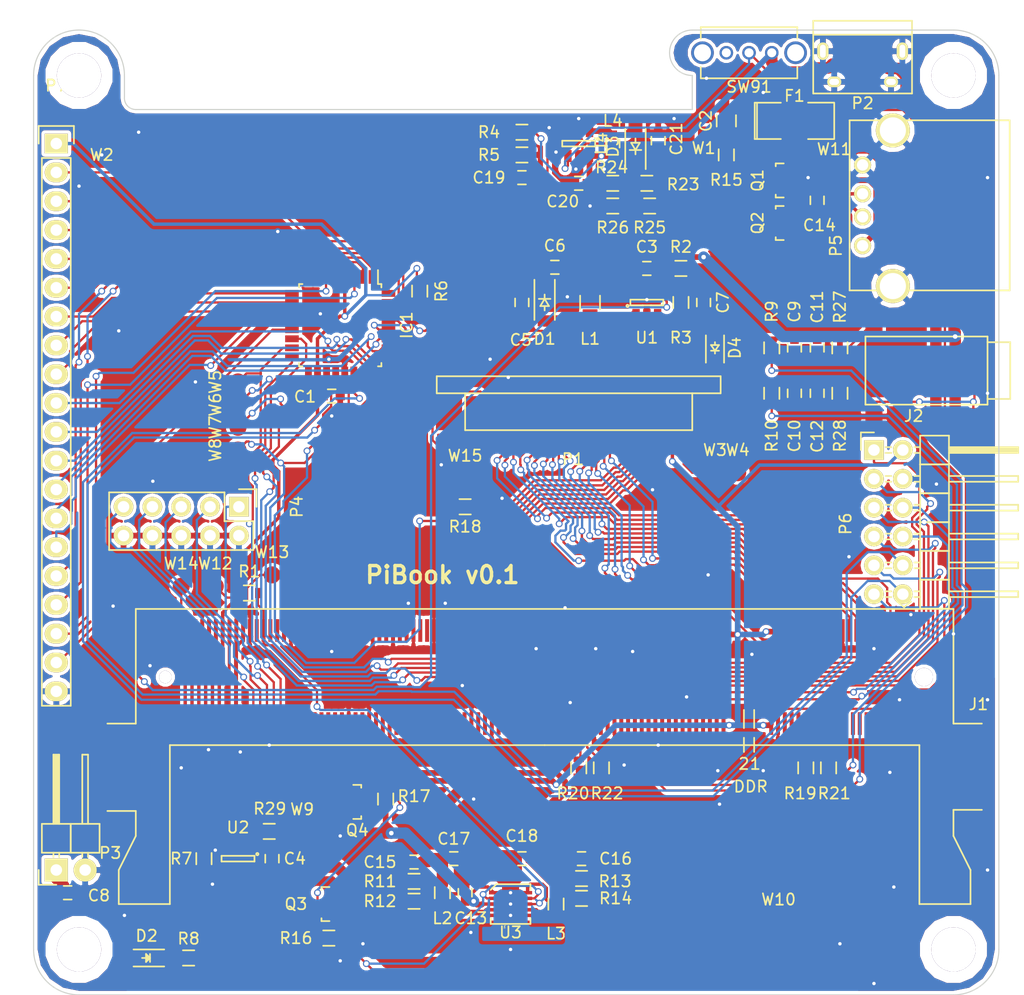
<source format=kicad_pcb>
(kicad_pcb (version 20171130) (host pcbnew "(5.1.12)-1")
  (layers (0 F.Cu signal) (31 B.Cu signal) (34 B.Paste user) (35 F.Paste user) (36 B.SilkS user) (37 F.SilkS user) (38 B.Mask user) (39 F.Mask user) (44 Edge.Cuts user))
  (net 0 "")
  (net 1 +3V3)
  (net 2 GND)
  (net 3 +VUSB_IN)
  (net 4 +BATT)
  (net 5 /BACKL_A)
  (net 6 /BACKL_K)
  (net 7 "Net-(C11-Pad1)")
  (net 8 "Net-(C10-Pad1)")
  (net 9 "Net-(C11-Pad2)")
  (net 10 "Net-(C12-Pad2)")
  (net 11 +VUSB_OUT)
  (net 12 "Net-(C15-Pad2)")
  (net 13 +1V8)
  (net 14 "Net-(C16-Pad2)")
  (net 15 "Net-(C19-Pad1)")
  (net 16 "Net-(D1-Pad2)")
  (net 17 "Net-(D2-Pad1)")
  (net 18 "Net-(F1-Pad2)")
  (net 19 /BACKL_PWM)
  (net 20 /AVR_~CS)
  (net 21 /AVR_MOSI)
  (net 22 /AVR_MISO)
  (net 23 /AVR_SCK)
  (net 24 /ANALOG0)
  (net 25 /LCD_DISP_ON)
  (net 26 /ANALOG1)
  (net 27 /AVR_~RST)
  (net 28 /LCD_CLK)
  (net 29 /LCD_DEN)
  (net 30 /LCD_VSYNC)
  (net 31 /LCD_HSYNC)
  (net 32 /LCD_B_2)
  (net 33 /LCD_B_3)
  (net 34 /LCD_B_4)
  (net 35 /LCD_B_5)
  (net 36 /LCD_B_6)
  (net 37 /LCD_B_7)
  (net 38 /LCD_G_2)
  (net 39 /LCD_G_3)
  (net 40 /LCD_G_4)
  (net 41 /LCD_G_5)
  (net 42 /LCD_G_6)
  (net 43 /LCD_G_7)
  (net 44 /LCD_R_2)
  (net 45 /LCD_R_3)
  (net 46 /LCD_R_4)
  (net 47 /LCD_R_5)
  (net 48 /LCD_R_6)
  (net 49 /LCD_R_7)
  (net 50 /USER_IO_0)
  (net 51 /USER_IO_1)
  (net 52 /USER_IO_2)
  (net 53 /USER_IO_3)
  (net 54 /USER_IO_4)
  (net 55 /USER_IO_5)
  (net 56 /USB_D+)
  (net 57 /USB_D-)
  (net 58 /CM_RUN)
  (net 59 /CM_VBAT)
  (net 60 "Net-(J1-Pad28)")
  (net 61 "Net-(J1-Pad30)")
  (net 62 /UART_TX)
  (net 63 /UART_RX)
  (net 64 /AUDIO_L_PWM)
  (net 65 /AUDIO_R_PWM)
  (net 66 "Net-(J1-Pad82)")
  (net 67 "Net-(J1-Pad84)")
  (net 68 /VC_TRST_N)
  (net 69 /VC_TDI)
  (net 70 /VC_TMS)
  (net 71 /VC_TDO)
  (net 72 /VC_TCK)
  (net 73 "Net-(L2-Pad1)")
  (net 74 "Net-(L3-Pad1)")
  (net 75 "Net-(Q2-Pad3)")
  (net 76 /PWR_ENABLE)
  (net 77 "Net-(Q3-Pad3)")
  (net 78 "Net-(R7-Pad2)")
  (net 79 "Net-(R8-Pad2)")
  (net 80 /KEY_C3)
  (net 81 /KEY_C4)
  (net 82 /KEY_R4)
  (net 83 /KEY_R5)
  (net 84 /KEY_R2)
  (net 85 /KEY_R3)
  (net 86 /KEY_C5)
  (net 87 /KEY_C6)
  (net 88 /KEY_C7)
  (net 89 /KEY_R1)
  (net 90 /KEY_C8)
  (net 91 /KEY_C9)
  (net 92 /KEY_C10)
  (net 93 /KEY_C11)
  (net 94 /KEY_R0)
  (net 95 /KEY_C0)
  (net 96 /KEY_C1)
  (net 97 /KEY_C2)
  (net 98 +5V)
  (net 99 "Net-(D3-Pad2)")
  (net 100 "Net-(R23-Pad2)")
  (net 101 "Net-(R25-Pad2)")
  (net 102 GNDPWR)
  (net 103 "Net-(R29-Pad2)")
  (module ComputeModule:VIA_0.6MM (layer F.Cu) (at 150.25 159.5)
    (fp_text reference REF** hide)
    (fp_text value VIA_0.6MM hide)
    (pad 1 thru_hole circle (at 0 0) (size 0.6 0.6) (drill 0.3) (layers *.Cu) (net 2 GND))
  )
  (module ComputeModule:VIA_0.6MM (layer F.Cu) (at 122.5 162.5)
    (fp_text reference REF** hide)
    (fp_text value VIA_0.6MM hide)
    (pad 1 thru_hole circle (at 0 0) (size 0.6 0.6) (drill 0.3) (layers *.Cu) (net 2 GND))
  )
  (module ComputeModule:VIA_0.6MM (layer F.Cu) (at 100 179)
    (fp_text reference REF** hide)
    (fp_text value VIA_0.6MM hide)
    (pad 1 thru_hole circle (at 0 0) (size 0.6 0.6) (drill 0.3) (layers *.Cu) (net 2 GND))
  )
  (module ComputeModule:VIA_0.6MM (layer F.Cu) (at 137.25 173.25)
    (fp_text reference REF** hide)
    (fp_text value VIA_0.6MM hide)
    (pad 1 thru_hole circle (at 0 0) (size 0.6 0.6) (drill 0.3) (layers *.Cu) (net 2 GND))
  )
  (module Socket_SODIMM_DDR1-2_TE_1612618 (layer F.Cu) (at 118 165 180)
    (fp_text reference J1 (at -38.2 -2.4 180) (layer F.SilkS))
    (fp_text value ComputeModule)
    (fp_text user DDR (at -18.15 -9.65 180) (layer F.SilkS))
    (fp_text user 1 (at -18.55 -7.65 180) (layer F.SilkS))
    (fp_text user 2 (at -17.55 -7.65 180) (layer F.SilkS))
    (pad "" thru_hole circle (at -33.4 0 180) (size 1.6 1.6) (drill 1.6) (layers *.Cu *.Mask))
    (pad "" thru_hole circle (at 33.4 0 180) (size 1.1 1.1) (drill 1.1) (layers *.Cu *.Mask))
    (pad "" smd rect (at 37 -7.9 180) (size 4 6.8) (layers F.Cu F.Paste F.Mask))
    (pad "" smd rect (at -37 -7.9 180) (size 4 6.8) (layers F.Cu F.Paste F.Mask))
    (pad 1 smd rect (at -31.65 4.1 180) (size 0.35 2) (layers F.Cu F.Paste F.Mask) (net 2 GND))
    (pad 3 smd rect (at -31.05 4.1 180) (size 0.35 2) (layers F.Cu F.Paste F.Mask) (net 28 /LCD_CLK))
    (pad 5 smd rect (at -30.45 4.1 180) (size 0.35 2) (layers F.Cu F.Paste F.Mask) (net 29 /LCD_DEN))
    (pad 7 smd rect (at -29.85 4.1 180) (size 0.35 2) (layers F.Cu F.Paste F.Mask) (net 2 GND))
    (pad 9 smd rect (at -29.25 4.1 180) (size 0.35 2) (layers F.Cu F.Paste F.Mask) (net 30 /LCD_VSYNC))
    (pad 11 smd rect (at -28.65 4.1 180) (size 0.35 2) (layers F.Cu F.Paste F.Mask) (net 31 /LCD_HSYNC))
    (pad 13 smd rect (at -28.05 4.1 180) (size 0.35 2) (layers F.Cu F.Paste F.Mask) (net 2 GND))
    (pad 15 smd rect (at -27.45 4.1 180) (size 0.35 2) (layers F.Cu F.Paste F.Mask) (net 32 /LCD_B_2))
    (pad 17 smd rect (at -26.85 4.1 180) (size 0.35 2) (layers F.Cu F.Paste F.Mask) (net 33 /LCD_B_3))
    (pad 19 smd rect (at -26.25 4.1 180) (size 0.35 2) (layers F.Cu F.Paste F.Mask) (net 2 GND))
    (pad 21 smd rect (at -25.65 4.1 180) (size 0.35 2) (layers F.Cu F.Paste F.Mask) (net 34 /LCD_B_4))
    (pad 23 smd rect (at -25.05 4.1 180) (size 0.35 2) (layers F.Cu F.Paste F.Mask) (net 35 /LCD_B_5))
    (pad 25 smd rect (at -24.45 4.1 180) (size 0.35 2) (layers F.Cu F.Paste F.Mask) (net 2 GND))
    (pad 27 smd rect (at -23.85 4.1 180) (size 0.35 2) (layers F.Cu F.Paste F.Mask) (net 36 /LCD_B_6))
    (pad 29 smd rect (at -23.25 4.1 180) (size 0.35 2) (layers F.Cu F.Paste F.Mask) (net 37 /LCD_B_7))
    (pad 31 smd rect (at -22.65 4.1 180) (size 0.35 2) (layers F.Cu F.Paste F.Mask) (net 2 GND))
    (pad 33 smd rect (at -22.05 4.1 180) (size 0.35 2) (layers F.Cu F.Paste F.Mask) (net 38 /LCD_G_2))
    (pad 35 smd rect (at -21.45 4.1 180) (size 0.35 2) (layers F.Cu F.Paste F.Mask) (net 39 /LCD_G_3))
    (pad 37 smd rect (at -20.85 4.1 180) (size 0.35 2) (layers F.Cu F.Paste F.Mask) (net 2 GND))
    (pad 39 smd rect (at -20.25 4.1 180) (size 0.35 2) (layers F.Cu F.Paste F.Mask) (net 1 +3V3))
    (pad 41 smd rect (at -16.05 4.1 180) (size 0.35 2) (layers F.Cu F.Paste F.Mask) (net 1 +3V3))
    (pad 43 smd rect (at -15.45 4.1 180) (size 0.35 2) (layers F.Cu F.Paste F.Mask) (net 2 GND))
    (pad 45 smd rect (at -14.85 4.1 180) (size 0.35 2) (layers F.Cu F.Paste F.Mask) (net 40 /LCD_G_4))
    (pad 47 smd rect (at -14.25 4.1 180) (size 0.35 2) (layers F.Cu F.Paste F.Mask) (net 41 /LCD_G_5))
    (pad 49 smd rect (at -13.65 4.1 180) (size 0.35 2) (layers F.Cu F.Paste F.Mask) (net 2 GND))
    (pad 51 smd rect (at -13.05 4.1 180) (size 0.35 2) (layers F.Cu F.Paste F.Mask) (net 42 /LCD_G_6))
    (pad 53 smd rect (at -12.45 4.1 180) (size 0.35 2) (layers F.Cu F.Paste F.Mask) (net 43 /LCD_G_7))
    (pad 55 smd rect (at -11.85 4.1 180) (size 0.35 2) (layers F.Cu F.Paste F.Mask) (net 2 GND))
    (pad 57 smd rect (at -11.25 4.1 180) (size 0.35 2) (layers F.Cu F.Paste F.Mask) (net 44 /LCD_R_2))
    (pad 59 smd rect (at -10.65 4.1 180) (size 0.35 2) (layers F.Cu F.Paste F.Mask) (net 45 /LCD_R_3))
    (pad 61 smd rect (at -10.05 4.1 180) (size 0.35 2) (layers F.Cu F.Paste F.Mask) (net 2 GND))
    (pad 63 smd rect (at -9.45 4.1 180) (size 0.35 2) (layers F.Cu F.Paste F.Mask) (net 46 /LCD_R_4))
    (pad 65 smd rect (at -8.85 4.1 180) (size 0.35 2) (layers F.Cu F.Paste F.Mask) (net 47 /LCD_R_5))
    (pad 67 smd rect (at -8.25 4.1 180) (size 0.35 2) (layers F.Cu F.Paste F.Mask) (net 2 GND))
    (pad 69 smd rect (at -7.65 4.1 180) (size 0.35 2) (layers F.Cu F.Paste F.Mask) (net 48 /LCD_R_6))
    (pad 71 smd rect (at -7.05 4.1 180) (size 0.35 2) (layers F.Cu F.Paste F.Mask) (net 49 /LCD_R_7))
    (pad 73 smd rect (at -6.45 4.1 180) (size 0.35 2) (layers F.Cu F.Paste F.Mask) (net 2 GND))
    (pad 75 smd rect (at -5.85 4.1 180) (size 0.35 2) (layers F.Cu F.Paste F.Mask) (net 50 /USER_IO_0))
    (pad 77 smd rect (at -5.25 4.1 180) (size 0.35 2) (layers F.Cu F.Paste F.Mask) (net 51 /USER_IO_1))
    (pad 79 smd rect (at -4.65 4.1 180) (size 0.35 2) (layers F.Cu F.Paste F.Mask) (net 2 GND))
    (pad 81 smd rect (at -4.05 4.1 180) (size 0.35 2) (layers F.Cu F.Paste F.Mask) (net 52 /USER_IO_2))
    (pad 83 smd rect (at -3.45 4.1 180) (size 0.35 2) (layers F.Cu F.Paste F.Mask) (net 53 /USER_IO_3))
    (pad 85 smd rect (at -2.85 4.1 180) (size 0.35 2) (layers F.Cu F.Paste F.Mask) (net 2 GND))
    (pad 87 smd rect (at -2.25 4.1 180) (size 0.35 2) (layers F.Cu F.Paste F.Mask) (net 54 /USER_IO_4))
    (pad 89 smd rect (at -1.65 4.1 180) (size 0.35 2) (layers F.Cu F.Paste F.Mask) (net 55 /USER_IO_5))
    (pad 91 smd rect (at -1.05 4.1 180) (size 0.35 2) (layers F.Cu F.Paste F.Mask) (net 2 GND))
    (pad 93 smd rect (at -0.45 4.1 180) (size 0.35 2) (layers F.Cu F.Paste F.Mask))
    (pad 95 smd rect (at 0.15 4.1 180) (size 0.35 2) (layers F.Cu F.Paste F.Mask))
    (pad 97 smd rect (at 0.75 4.1 180) (size 0.35 2) (layers F.Cu F.Paste F.Mask) (net 2 GND))
    (pad 99 smd rect (at 1.35 4.1 180) (size 0.35 2) (layers F.Cu F.Paste F.Mask))
    (pad 101 smd rect (at 1.95 4.1 180) (size 0.35 2) (layers F.Cu F.Paste F.Mask))
    (pad 103 smd rect (at 2.55 4.1 180) (size 0.35 2) (layers F.Cu F.Paste F.Mask) (net 2 GND))
    (pad 105 smd rect (at 3.15 4.1 180) (size 0.35 2) (layers F.Cu F.Paste F.Mask))
    (pad 107 smd rect (at 3.75 4.1 180) (size 0.35 2) (layers F.Cu F.Paste F.Mask))
    (pad 109 smd rect (at 4.35 4.1 180) (size 0.35 2) (layers F.Cu F.Paste F.Mask) (net 2 GND))
    (pad 111 smd rect (at 4.95 4.1 180) (size 0.35 2) (layers F.Cu F.Paste F.Mask))
    (pad 113 smd rect (at 5.55 4.1 180) (size 0.35 2) (layers F.Cu F.Paste F.Mask))
    (pad 115 smd rect (at 6.15 4.1 180) (size 0.35 2) (layers F.Cu F.Paste F.Mask) (net 2 GND))
    (pad 117 smd rect (at 6.75 4.1 180) (size 0.35 2) (layers F.Cu F.Paste F.Mask))
    (pad 119 smd rect (at 7.35 4.1 180) (size 0.35 2) (layers F.Cu F.Paste F.Mask))
    (pad 121 smd rect (at 7.95 4.1 180) (size 0.35 2) (layers F.Cu F.Paste F.Mask) (net 2 GND))
    (pad 123 smd rect (at 8.55 4.1 180) (size 0.35 2) (layers F.Cu F.Paste F.Mask))
    (pad 125 smd rect (at 9.15 4.1 180) (size 0.35 2) (layers F.Cu F.Paste F.Mask))
    (pad 127 smd rect (at 9.75 4.1 180) (size 0.35 2) (layers F.Cu F.Paste F.Mask) (net 2 GND))
    (pad 129 smd rect (at 10.35 4.1 180) (size 0.35 2) (layers F.Cu F.Paste F.Mask))
    (pad 131 smd rect (at 10.95 4.1 180) (size 0.35 2) (layers F.Cu F.Paste F.Mask))
    (pad 133 smd rect (at 11.55 4.1 180) (size 0.35 2) (layers F.Cu F.Paste F.Mask) (net 2 GND))
    (pad 135 smd rect (at 12.15 4.1 180) (size 0.35 2) (layers F.Cu F.Paste F.Mask))
    (pad 137 smd rect (at 12.75 4.1 180) (size 0.35 2) (layers F.Cu F.Paste F.Mask))
    (pad 139 smd rect (at 13.35 4.1 180) (size 0.35 2) (layers F.Cu F.Paste F.Mask) (net 2 GND))
    (pad 141 smd rect (at 13.95 4.1 180) (size 0.35 2) (layers F.Cu F.Paste F.Mask))
    (pad 143 smd rect (at 14.55 4.1 180) (size 0.35 2) (layers F.Cu F.Paste F.Mask))
    (pad 145 smd rect (at 15.15 4.1 180) (size 0.35 2) (layers F.Cu F.Paste F.Mask) (net 2 GND))
    (pad 147 smd rect (at 15.75 4.1 180) (size 0.35 2) (layers F.Cu F.Paste F.Mask))
    (pad 149 smd rect (at 16.35 4.1 180) (size 0.35 2) (layers F.Cu F.Paste F.Mask))
    (pad 151 smd rect (at 16.95 4.1 180) (size 0.35 2) (layers F.Cu F.Paste F.Mask) (net 2 GND))
    (pad 153 smd rect (at 17.55 4.1 180) (size 0.35 2) (layers F.Cu F.Paste F.Mask))
    (pad 155 smd rect (at 18.15 4.1 180) (size 0.35 2) (layers F.Cu F.Paste F.Mask))
    (pad 157 smd rect (at 18.75 4.1 180) (size 0.35 2) (layers F.Cu F.Paste F.Mask) (net 2 GND))
    (pad 159 smd rect (at 19.35 4.1 180) (size 0.35 2) (layers F.Cu F.Paste F.Mask))
    (pad 161 smd rect (at 19.95 4.1 180) (size 0.35 2) (layers F.Cu F.Paste F.Mask))
    (pad 163 smd rect (at 20.55 4.1 180) (size 0.35 2) (layers F.Cu F.Paste F.Mask) (net 2 GND))
    (pad 165 smd rect (at 21.15 4.1 180) (size 0.35 2) (layers F.Cu F.Paste F.Mask) (net 56 /USB_D+))
    (pad 167 smd rect (at 21.75 4.1 180) (size 0.35 2) (layers F.Cu F.Paste F.Mask) (net 57 /USB_D-))
    (pad 169 smd rect (at 22.35 4.1 180) (size 0.35 2) (layers F.Cu F.Paste F.Mask) (net 2 GND))
    (pad 171 smd rect (at 22.95 4.1 180) (size 0.35 2) (layers F.Cu F.Paste F.Mask))
    (pad 173 smd rect (at 23.55 4.1 180) (size 0.35 2) (layers F.Cu F.Paste F.Mask))
    (pad 175 smd rect (at 24.15 4.1 180) (size 0.35 2) (layers F.Cu F.Paste F.Mask))
    (pad 177 smd rect (at 24.75 4.1 180) (size 0.35 2) (layers F.Cu F.Paste F.Mask) (net 58 /CM_RUN))
    (pad 179 smd rect (at 25.35 4.1 180) (size 0.35 2) (layers F.Cu F.Paste F.Mask))
    (pad 181 smd rect (at 25.95 4.1 180) (size 0.35 2) (layers F.Cu F.Paste F.Mask) (net 2 GND))
    (pad 183 smd rect (at 26.55 4.1 180) (size 0.35 2) (layers F.Cu F.Paste F.Mask) (net 13 +1V8))
    (pad 185 smd rect (at 27.15 4.1 180) (size 0.35 2) (layers F.Cu F.Paste F.Mask) (net 13 +1V8))
    (pad 187 smd rect (at 27.75 4.1 180) (size 0.35 2) (layers F.Cu F.Paste F.Mask) (net 2 GND))
    (pad 189 smd rect (at 28.35 4.1 180) (size 0.35 2) (layers F.Cu F.Paste F.Mask) (net 1 +3V3))
    (pad 191 smd rect (at 28.95 4.1 180) (size 0.35 2) (layers F.Cu F.Paste F.Mask) (net 1 +3V3))
    (pad 193 smd rect (at 29.55 4.1 180) (size 0.35 2) (layers F.Cu F.Paste F.Mask) (net 1 +3V3))
    (pad 195 smd rect (at 30.15 4.1 180) (size 0.35 2) (layers F.Cu F.Paste F.Mask) (net 2 GND))
    (pad 197 smd rect (at 30.75 4.1 180) (size 0.35 2) (layers F.Cu F.Paste F.Mask) (net 59 /CM_VBAT))
    (pad 199 smd rect (at 31.35 4.1 180) (size 0.35 2) (layers F.Cu F.Paste F.Mask) (net 59 /CM_VBAT))
    (pad 2 smd rect (at -31.35 -4.1 180) (size 0.35 2) (layers F.Cu F.Paste F.Mask) (net 1 +3V3))
    (pad 4 smd rect (at -30.75 -4.1 180) (size 0.35 2) (layers F.Cu F.Paste F.Mask))
    (pad 6 smd rect (at -30.15 -4.1 180) (size 0.35 2) (layers F.Cu F.Paste F.Mask))
    (pad 8 smd rect (at -29.55 -4.1 180) (size 0.35 2) (layers F.Cu F.Paste F.Mask))
    (pad 10 smd rect (at -28.95 -4.1 180) (size 0.35 2) (layers F.Cu F.Paste F.Mask))
    (pad 12 smd rect (at -28.35 -4.1 180) (size 0.35 2) (layers F.Cu F.Paste F.Mask))
    (pad 14 smd rect (at -27.75 -4.1 180) (size 0.35 2) (layers F.Cu F.Paste F.Mask))
    (pad 16 smd rect (at -27.15 -4.1 180) (size 0.35 2) (layers F.Cu F.Paste F.Mask))
    (pad 18 smd rect (at -26.55 -4.1 180) (size 0.35 2) (layers F.Cu F.Paste F.Mask))
    (pad 20 smd rect (at -25.95 -4.1 180) (size 0.35 2) (layers F.Cu F.Paste F.Mask))
    (pad 22 smd rect (at -25.35 -4.1 180) (size 0.35 2) (layers F.Cu F.Paste F.Mask))
    (pad 24 smd rect (at -24.75 -4.1 180) (size 0.35 2) (layers F.Cu F.Paste F.Mask))
    (pad 26 smd rect (at -24.15 -4.1 180) (size 0.35 2) (layers F.Cu F.Paste F.Mask) (net 2 GND))
    (pad 28 smd rect (at -23.55 -4.1 180) (size 0.35 2) (layers F.Cu F.Paste F.Mask) (net 60 "Net-(J1-Pad28)"))
    (pad 30 smd rect (at -22.95 -4.1 180) (size 0.35 2) (layers F.Cu F.Paste F.Mask) (net 61 "Net-(J1-Pad30)"))
    (pad 32 smd rect (at -22.35 -4.1 180) (size 0.35 2) (layers F.Cu F.Paste F.Mask) (net 2 GND))
    (pad 34 smd rect (at -21.75 -4.1 180) (size 0.35 2) (layers F.Cu F.Paste F.Mask))
    (pad 36 smd rect (at -21.15 -4.1 180) (size 0.35 2) (layers F.Cu F.Paste F.Mask))
    (pad 38 smd rect (at -20.55 -4.1 180) (size 0.35 2) (layers F.Cu F.Paste F.Mask) (net 2 GND))
    (pad 40 smd rect (at -19.95 -4.1 180) (size 0.35 2) (layers F.Cu F.Paste F.Mask) (net 1 +3V3))
    (pad 42 smd rect (at -15.75 -4.1 180) (size 0.35 2) (layers F.Cu F.Paste F.Mask) (net 1 +3V3))
    (pad 44 smd rect (at -15.15 -4.1 180) (size 0.35 2) (layers F.Cu F.Paste F.Mask) (net 2 GND))
    (pad 46 smd rect (at -14.55 -4.1 180) (size 0.35 2) (layers F.Cu F.Paste F.Mask) (net 62 /UART_TX))
    (pad 48 smd rect (at -13.95 -4.1 180) (size 0.35 2) (layers F.Cu F.Paste F.Mask) (net 63 /UART_RX))
    (pad 50 smd rect (at -13.35 -4.1 180) (size 0.35 2) (layers F.Cu F.Paste F.Mask) (net 2 GND))
    (pad 52 smd rect (at -12.75 -4.1 180) (size 0.35 2) (layers F.Cu F.Paste F.Mask))
    (pad 54 smd rect (at -12.15 -4.1 180) (size 0.35 2) (layers F.Cu F.Paste F.Mask) (net 27 /AVR_~RST))
    (pad 56 smd rect (at -11.55 -4.1 180) (size 0.35 2) (layers F.Cu F.Paste F.Mask) (net 2 GND))
    (pad 58 smd rect (at -10.95 -4.1 180) (size 0.35 2) (layers F.Cu F.Paste F.Mask) (net 20 /AVR_~CS))
    (pad 60 smd rect (at -10.35 -4.1 180) (size 0.35 2) (layers F.Cu F.Paste F.Mask) (net 22 /AVR_MISO))
    (pad 62 smd rect (at -9.75 -4.1 180) (size 0.35 2) (layers F.Cu F.Paste F.Mask) (net 2 GND))
    (pad 64 smd rect (at -9.15 -4.1 180) (size 0.35 2) (layers F.Cu F.Paste F.Mask) (net 21 /AVR_MOSI))
    (pad 66 smd rect (at -8.55 -4.1 180) (size 0.35 2) (layers F.Cu F.Paste F.Mask) (net 23 /AVR_SCK))
    (pad 68 smd rect (at -7.95 -4.1 180) (size 0.35 2) (layers F.Cu F.Paste F.Mask) (net 2 GND))
    (pad 70 smd rect (at -7.35 -4.1 180) (size 0.35 2) (layers F.Cu F.Paste F.Mask) (net 64 /AUDIO_L_PWM))
    (pad 72 smd rect (at -6.75 -4.1 180) (size 0.35 2) (layers F.Cu F.Paste F.Mask) (net 65 /AUDIO_R_PWM))
    (pad 74 smd rect (at -6.15 -4.1 180) (size 0.35 2) (layers F.Cu F.Paste F.Mask) (net 2 GND))
    (pad 76 smd rect (at -5.55 -4.1 180) (size 0.35 2) (layers F.Cu F.Paste F.Mask))
    (pad 78 smd rect (at -4.95 -4.1 180) (size 0.35 2) (layers F.Cu F.Paste F.Mask))
    (pad 80 smd rect (at -4.35 -4.1 180) (size 0.35 2) (layers F.Cu F.Paste F.Mask) (net 2 GND))
    (pad 82 smd rect (at -3.75 -4.1 180) (size 0.35 2) (layers F.Cu F.Paste F.Mask) (net 66 "Net-(J1-Pad82)"))
    (pad 84 smd rect (at -3.15 -4.1 180) (size 0.35 2) (layers F.Cu F.Paste F.Mask) (net 67 "Net-(J1-Pad84)"))
    (pad 86 smd rect (at -2.55 -4.1 180) (size 0.35 2) (layers F.Cu F.Paste F.Mask) (net 2 GND))
    (pad 88 smd rect (at -1.95 -4.1 180) (size 0.35 2) (layers F.Cu F.Paste F.Mask))
    (pad 90 smd rect (at -1.35 -4.1 180) (size 0.35 2) (layers F.Cu F.Paste F.Mask))
    (pad 92 smd rect (at -0.75 -4.1 180) (size 0.35 2) (layers F.Cu F.Paste F.Mask) (net 2 GND))
    (pad 94 smd rect (at -0.15 -4.1 180) (size 0.35 2) (layers F.Cu F.Paste F.Mask))
    (pad 96 smd rect (at 0.45 -4.1 180) (size 0.35 2) (layers F.Cu F.Paste F.Mask))
    (pad 98 smd rect (at 1.05 -4.1 180) (size 0.35 2) (layers F.Cu F.Paste F.Mask) (net 2 GND))
    (pad 100 smd rect (at 1.65 -4.1 180) (size 0.35 2) (layers F.Cu F.Paste F.Mask))
    (pad 102 smd rect (at 2.25 -4.1 180) (size 0.35 2) (layers F.Cu F.Paste F.Mask))
    (pad 104 smd rect (at 2.85 -4.1 180) (size 0.35 2) (layers F.Cu F.Paste F.Mask) (net 2 GND))
    (pad 106 smd rect (at 3.45 -4.1 180) (size 0.35 2) (layers F.Cu F.Paste F.Mask))
    (pad 108 smd rect (at 4.05 -4.1 180) (size 0.35 2) (layers F.Cu F.Paste F.Mask))
    (pad 110 smd rect (at 4.65 -4.1 180) (size 0.35 2) (layers F.Cu F.Paste F.Mask) (net 2 GND))
    (pad 112 smd rect (at 5.25 -4.1 180) (size 0.35 2) (layers F.Cu F.Paste F.Mask))
    (pad 114 smd rect (at 5.85 -4.1 180) (size 0.35 2) (layers F.Cu F.Paste F.Mask))
    (pad 116 smd rect (at 6.45 -4.1 180) (size 0.35 2) (layers F.Cu F.Paste F.Mask) (net 2 GND))
    (pad 118 smd rect (at 7.05 -4.1 180) (size 0.35 2) (layers F.Cu F.Paste F.Mask))
    (pad 120 smd rect (at 7.65 -4.1 180) (size 0.35 2) (layers F.Cu F.Paste F.Mask))
    (pad 122 smd rect (at 8.25 -4.1 180) (size 0.35 2) (layers F.Cu F.Paste F.Mask) (net 2 GND))
    (pad 124 smd rect (at 8.85 -4.1 180) (size 0.35 2) (layers F.Cu F.Paste F.Mask))
    (pad 126 smd rect (at 9.45 -4.1 180) (size 0.35 2) (layers F.Cu F.Paste F.Mask))
    (pad 128 smd rect (at 10.05 -4.1 180) (size 0.35 2) (layers F.Cu F.Paste F.Mask))
    (pad 130 smd rect (at 10.65 -4.1 180) (size 0.35 2) (layers F.Cu F.Paste F.Mask))
    (pad 132 smd rect (at 11.25 -4.1 180) (size 0.35 2) (layers F.Cu F.Paste F.Mask))
    (pad 134 smd rect (at 11.85 -4.1 180) (size 0.35 2) (layers F.Cu F.Paste F.Mask) (net 2 GND))
    (pad 136 smd rect (at 12.45 -4.1 180) (size 0.35 2) (layers F.Cu F.Paste F.Mask))
    (pad 138 smd rect (at 13.05 -4.1 180) (size 0.35 2) (layers F.Cu F.Paste F.Mask))
    (pad 140 smd rect (at 13.65 -4.1 180) (size 0.35 2) (layers F.Cu F.Paste F.Mask) (net 2 GND))
    (pad 142 smd rect (at 14.25 -4.1 180) (size 0.35 2) (layers F.Cu F.Paste F.Mask))
    (pad 144 smd rect (at 14.85 -4.1 180) (size 0.35 2) (layers F.Cu F.Paste F.Mask))
    (pad 146 smd rect (at 15.45 -4.1 180) (size 0.35 2) (layers F.Cu F.Paste F.Mask) (net 2 GND))
    (pad 148 smd rect (at 16.05 -4.1 180) (size 0.35 2) (layers F.Cu F.Paste F.Mask))
    (pad 150 smd rect (at 16.65 -4.1 180) (size 0.35 2) (layers F.Cu F.Paste F.Mask))
    (pad 152 smd rect (at 17.25 -4.1 180) (size 0.35 2) (layers F.Cu F.Paste F.Mask) (net 2 GND))
    (pad 154 smd rect (at 17.85 -4.1 180) (size 0.35 2) (layers F.Cu F.Paste F.Mask))
    (pad 156 smd rect (at 18.45 -4.1 180) (size 0.35 2) (layers F.Cu F.Paste F.Mask))
    (pad 158 smd rect (at 19.05 -4.1 180) (size 0.35 2) (layers F.Cu F.Paste F.Mask))
    (pad 160 smd rect (at 19.65 -4.1 180) (size 0.35 2) (layers F.Cu F.Paste F.Mask))
    (pad 162 smd rect (at 20.25 -4.1 180) (size 0.35 2) (layers F.Cu F.Paste F.Mask))
    (pad 164 smd rect (at 20.85 -4.1 180) (size 0.35 2) (layers F.Cu F.Paste F.Mask) (net 2 GND))
    (pad 166 smd rect (at 21.45 -4.1 180) (size 0.35 2) (layers F.Cu F.Paste F.Mask))
    (pad 168 smd rect (at 22.05 -4.1 180) (size 0.35 2) (layers F.Cu F.Paste F.Mask) (net 2 GND))
    (pad 170 smd rect (at 22.65 -4.1 180) (size 0.35 2) (layers F.Cu F.Paste F.Mask) (net 2 GND))
    (pad 172 smd rect (at 23.25 -4.1 180) (size 0.35 2) (layers F.Cu F.Paste F.Mask) (net 68 /VC_TRST_N))
    (pad 174 smd rect (at 23.85 -4.1 180) (size 0.35 2) (layers F.Cu F.Paste F.Mask) (net 69 /VC_TDI))
    (pad 176 smd rect (at 24.45 -4.1 180) (size 0.35 2) (layers F.Cu F.Paste F.Mask) (net 70 /VC_TMS))
    (pad 178 smd rect (at 25.05 -4.1 180) (size 0.35 2) (layers F.Cu F.Paste F.Mask) (net 71 /VC_TDO))
    (pad 180 smd rect (at 25.65 -4.1 180) (size 0.35 2) (layers F.Cu F.Paste F.Mask) (net 72 /VC_TCK))
    (pad 182 smd rect (at 26.25 -4.1 180) (size 0.35 2) (layers F.Cu F.Paste F.Mask) (net 2 GND))
    (pad 184 smd rect (at 26.85 -4.1 180) (size 0.35 2) (layers F.Cu F.Paste F.Mask) (net 13 +1V8))
    (pad 186 smd rect (at 27.45 -4.1 180) (size 0.35 2) (layers F.Cu F.Paste F.Mask) (net 13 +1V8))
    (pad 188 smd rect (at 28.05 -4.1 180) (size 0.35 2) (layers F.Cu F.Paste F.Mask) (net 2 GND))
    (pad 190 smd rect (at 28.65 -4.1 180) (size 0.35 2) (layers F.Cu F.Paste F.Mask) (net 1 +3V3))
    (pad 192 smd rect (at 29.25 -4.1 180) (size 0.35 2) (layers F.Cu F.Paste F.Mask) (net 1 +3V3))
    (pad 194 smd rect (at 29.85 -4.1 180) (size 0.35 2) (layers F.Cu F.Paste F.Mask) (net 1 +3V3))
    (pad 196 smd rect (at 30.45 -4.1 180) (size 0.35 2) (layers F.Cu F.Paste F.Mask) (net 2 GND))
    (pad 198 smd rect (at 31.05 -4.1 180) (size 0.35 2) (layers F.Cu F.Paste F.Mask) (net 59 /CM_VBAT))
    (pad 200 smd rect (at 31.65 -4.1 180) (size 0.35 2) (layers F.Cu F.Paste F.Mask) (net 59 /CM_VBAT))
  )
  (module ComputeModule:VIA_0.6MM (layer F.Cu) (at 132.4 156)
    (fp_text reference REF** hide)
    (fp_text value VIA_0.6MM hide)
    (pad 1 thru_hole circle (at 0 0) (size 0.6 0.6) (drill 0.3) (layers *.Cu) (net 2 GND))
  )
  (module ComputeModule:VIA_0.6MM (layer F.Cu) (at 119.8 158.9)
    (fp_text reference REF** hide)
    (fp_text value VIA_0.6MM hide)
    (pad 1 thru_hole circle (at 0 0) (size 0.6 0.6) (drill 0.3) (layers *.Cu) (net 2 GND))
  )
  (module ComputeModule:VIA_0.6MM (layer F.Cu) (at 108.9 146.3)
    (fp_text reference REF** hide)
    (fp_text value VIA_0.6MM hide)
    (pad 1 thru_hole circle (at 0 0) (size 0.6 0.6) (drill 0.3) (layers *.Cu) (net 2 GND))
  )
  (module ComputeModule:VIA_0.6MM (layer F.Cu) (at 141.2 121)
    (fp_text reference REF** hide)
    (fp_text value VIA_0.6MM hide)
    (pad 1 thru_hole circle (at 0 0) (size 0.6 0.6) (drill 0.3) (layers *.Cu) (net 2 GND))
  )
  (module ComputeModule:VIA_0.6MM (layer F.Cu) (at 91.2 171.6)
    (fp_text reference REF** hide)
    (fp_text value VIA_0.6MM hide)
    (pad 1 thru_hole circle (at 0 0) (size 0.6 0.6) (drill 0.3) (layers *.Cu) (net 2 GND))
  )
  (module ComputeModule:VIA_0.6MM (layer F.Cu) (at 88.4 171.4)
    (fp_text reference REF** hide)
    (fp_text value VIA_0.6MM hide)
    (pad 1 thru_hole circle (at 0 0) (size 0.6 0.6) (drill 0.3) (layers *.Cu) (net 2 GND))
  )
  (module ComputeModule:VIA_0.6MM (layer F.Cu) (at 113.2 137)
    (fp_text reference REF** hide)
    (fp_text value VIA_0.6MM hide)
    (pad 1 thru_hole circle (at 0 0) (size 0.6 0.6) (drill 0.3) (layers *.Cu) (net 2 GND))
  )
  (module ComputeModule:VIA_0.6MM (layer F.Cu) (at 114.8 138.6)
    (fp_text reference REF** hide)
    (fp_text value VIA_0.6MM hide)
    (pad 1 thru_hole circle (at 0 0) (size 0.6 0.6) (drill 0.3) (layers *.Cu) (net 2 GND))
  )
  (module ComputeModule:VIA_0.6MM (layer F.Cu) (at 121 115.8)
    (fp_text reference REF** hide)
    (fp_text value VIA_0.6MM hide)
    (pad 1 thru_hole circle (at 0 0) (size 0.6 0.6) (drill 0.3) (layers *.Cu) (net 2 GND))
  )
  (module ComputeModule:VIA_0.6MM (layer F.Cu) (at 119 118.75)
    (fp_text reference REF** hide)
    (fp_text value VIA_0.6MM hide)
    (pad 1 thru_hole circle (at 0 0) (size 0.6 0.6) (drill 0.3) (layers *.Cu) (net 2 GND))
  )
  (module ComputeModule:VIA_0.6MM (layer F.Cu) (at 127 131.75)
    (fp_text reference REF** hide)
    (fp_text value VIA_0.6MM hide)
    (pad 1 thru_hole circle (at 0 0) (size 0.6 0.6) (drill 0.3) (layers *.Cu) (net 2 GND))
  )
  (module ComputeModule:VIA_0.6MM (layer F.Cu) (at 82.25 117)
    (fp_text reference REF** hide)
    (fp_text value VIA_0.6MM hide)
    (pad 1 thru_hole circle (at 0 0) (size 0.6 0.6) (drill 0.3) (layers *.Cu) (net 2 GND))
  )
  (module ComputeModule:VIA_0.6MM (layer F.Cu) (at 137.25 113.5)
    (fp_text reference REF** hide)
    (fp_text value VIA_0.6MM hide)
    (pad 1 thru_hole circle (at 0 0) (size 0.6 0.6) (drill 0.3) (layers *.Cu) (net 2 GND))
  )
  (module ComputeModule:VIA_0.6MM (layer F.Cu) (at 132.25 112.25)
    (fp_text reference REF** hide)
    (fp_text value VIA_0.6MM hide)
    (pad 1 thru_hole circle (at 0 0) (size 0.6 0.6) (drill 0.3) (layers *.Cu) (net 2 GND))
  )
  (module ComputeModule:VIA_0.6MM (layer F.Cu) (at 109.25 158.5)
    (fp_text reference REF** hide)
    (fp_text value VIA_0.6MM hide)
    (pad 1 thru_hole circle (at 0 0) (size 0.6 0.6) (drill 0.3) (layers *.Cu) (net 2 GND))
  )
  (module ComputeModule:VIA_0.6MM (layer F.Cu) (at 106 158.5)
    (fp_text reference REF** hide)
    (fp_text value VIA_0.6MM hide)
    (pad 1 thru_hole circle (at 0 0) (size 0.6 0.6) (drill 0.3) (layers *.Cu) (net 2 GND))
  )
  (module ComputeModule:VIA_0.6MM (layer F.Cu) (at 99.25 162.75)
    (fp_text reference REF** hide)
    (fp_text value VIA_0.6MM hide)
    (pad 1 thru_hole circle (at 0 0) (size 0.6 0.6) (drill 0.3) (layers *.Cu) (net 2 GND))
  )
  (module ComputeModule:VIA_0.6MM (layer F.Cu) (at 110.75 165.75)
    (fp_text reference REF** hide)
    (fp_text value VIA_0.6MM hide)
    (pad 1 thru_hole circle (at 0 0) (size 0.6 0.6) (drill 0.3) (layers *.Cu) (net 2 GND))
  )
  (module ComputeModule:VIA_0.6MM (layer F.Cu) (at 120.25 167.25)
    (fp_text reference REF** hide)
    (fp_text value VIA_0.6MM hide)
    (pad 1 thru_hole circle (at 0 0) (size 0.6 0.6) (drill 0.3) (layers *.Cu) (net 2 GND))
  )
  (module ComputeModule:VIA_0.6MM (layer F.Cu) (at 117.25 162.5)
    (fp_text reference REF** hide)
    (fp_text value VIA_0.6MM hide)
    (pad 1 thru_hole circle (at 0 0) (size 0.6 0.6) (drill 0.3) (layers *.Cu) (net 2 GND))
  )
  (module ComputeModule:VIA_0.6MM (layer F.Cu) (at 152.5 148)
    (fp_text reference REF** hide)
    (fp_text value VIA_0.6MM hide)
    (pad 1 thru_hole circle (at 0 0) (size 0.6 0.6) (drill 0.3) (layers *.Cu) (net 2 GND))
  )
  (module ComputeModule:VIA_0.6MM (layer F.Cu) (at 80 158.75)
    (fp_text reference REF** hide)
    (fp_text value VIA_0.6MM hide)
    (pad 1 thru_hole circle (at 0 0) (size 0.6 0.6) (drill 0.3) (layers *.Cu) (net 2 GND))
  )
  (module ComputeModule:VIA_0.6MM (layer F.Cu) (at 83.25 164)
    (fp_text reference REF** hide)
    (fp_text value VIA_0.6MM hide)
    (pad 1 thru_hole circle (at 0 0) (size 0.6 0.6) (drill 0.3) (layers *.Cu) (net 2 GND))
  )
  (module ComputeModule:VIA_0.6MM (layer F.Cu) (at 83.5 147.75)
    (fp_text reference REF** hide)
    (fp_text value VIA_0.6MM hide)
    (pad 1 thru_hole circle (at 0 0) (size 0.6 0.6) (drill 0.3) (layers *.Cu) (net 2 GND))
  )
  (module ComputeModule:VIA_0.6MM (layer F.Cu) (at 93.75 171)
    (fp_text reference REF** hide)
    (fp_text value VIA_0.6MM hide)
    (pad 1 thru_hole circle (at 0 0) (size 0.6 0.6) (drill 0.3) (layers *.Cu) (net 2 GND))
  )
  (module ComputeModule:VIA_0.6MM (layer F.Cu) (at 125 172.75)
    (fp_text reference REF** hide)
    (fp_text value VIA_0.6MM hide)
    (pad 1 thru_hole circle (at 0 0) (size 0.6 0.6) (drill 0.3) (layers *.Cu) (net 2 GND))
  )
  (module ComputeModule:VIA_0.6MM (layer F.Cu) (at 99.25 142)
    (fp_text reference REF** hide)
    (fp_text value VIA_0.6MM hide)
    (pad 1 thru_hole circle (at 0 0) (size 0.6 0.6) (drill 0.3) (layers *.Cu) (net 2 GND))
  )
  (module ComputeModule:VIA_0.6MM (layer F.Cu) (at 99 137)
    (fp_text reference REF** hide)
    (fp_text value VIA_0.6MM hide)
    (pad 1 thru_hole circle (at 0 0) (size 0.6 0.6) (drill 0.3) (layers *.Cu) (net 2 GND))
  )
  (module ComputeModule:VIA_0.6MM (layer F.Cu) (at 98.25 133)
    (fp_text reference REF** hide)
    (fp_text value VIA_0.6MM hide)
    (pad 1 thru_hole circle (at 0 0) (size 0.6 0.6) (drill 0.3) (layers *.Cu) (net 2 GND))
  )
  (module ComputeModule:VIA_0.6MM (layer F.Cu) (at 144 188.5)
    (fp_text reference REF** hide)
    (fp_text value VIA_0.6MM hide)
    (pad 1 thru_hole circle (at 0 0) (size 0.6 0.6) (drill 0.3) (layers *.Cu) (net 2 GND))
  )
  (module ComputeModule:VIA_0.6MM (layer F.Cu) (at 148.75 183.5)
    (fp_text reference REF** hide)
    (fp_text value VIA_0.6MM hide)
    (pad 1 thru_hole circle (at 0 0) (size 0.6 0.6) (drill 0.3) (layers *.Cu) (net 2 GND))
  )
  (module ComputeModule:VIA_0.6MM (layer F.Cu) (at 148.4 173.4)
    (fp_text reference REF** hide)
    (fp_text value VIA_0.6MM hide)
    (pad 1 thru_hole circle (at 0 0) (size 0.6 0.6) (drill 0.3) (layers *.Cu) (net 2 GND))
  )
  (module ComputeModule:VIA_0.6MM (layer F.Cu) (at 133.25 173.25)
    (fp_text reference REF** hide)
    (fp_text value VIA_0.6MM hide)
    (pad 1 thru_hole circle (at 0 0) (size 0.6 0.6) (drill 0.3) (layers *.Cu) (net 2 GND))
  )
  (module ComputeModule:VIA_0.6MM (layer F.Cu) (at 114.25 149.25)
    (fp_text reference REF** hide)
    (fp_text value VIA_0.6MM hide)
    (pad 1 thru_hole circle (at 0 0) (size 0.6 0.6) (drill 0.3) (layers *.Cu) (net 2 GND))
  )
  (module ComputeModule:VIA_0.6MM (layer F.Cu) (at 127.5 148.5)
    (fp_text reference REF** hide)
    (fp_text value VIA_0.6MM hide)
    (pad 1 thru_hole circle (at 0 0) (size 0.6 0.6) (drill 0.3) (layers *.Cu) (net 2 GND))
  )
  (module ComputeModule:VIA_0.6MM (layer F.Cu) (at 154 161.2)
    (fp_text reference REF** hide)
    (fp_text value VIA_0.6MM hide)
    (pad 1 thru_hole circle (at 0 0) (size 0.6 0.6) (drill 0.3) (layers *.Cu) (net 2 GND))
  )
  (module ComputeModule:VIA_0.6MM (layer F.Cu) (at 144.8 154.4)
    (fp_text reference REF** hide)
    (fp_text value VIA_0.6MM hide)
    (pad 1 thru_hole circle (at 0 0) (size 0.6 0.6) (drill 0.3) (layers *.Cu) (net 2 GND))
  )
  (module ComputeModule:VIA_0.6MM (layer F.Cu) (at 111.75 175.75)
    (fp_text reference REF** hide)
    (fp_text value VIA_0.6MM hide)
    (pad 1 thru_hole circle (at 0 0) (size 0.6 0.6) (drill 0.3) (layers *.Cu) (net 2 GND))
  )
  (module ComputeModule:VIA_0.6MM (layer F.Cu) (at 115 186)
    (fp_text reference REF** hide)
    (fp_text value VIA_0.6MM hide)
    (pad 1 thru_hole circle (at 0 0) (size 0.6 0.6) (drill 0.3) (layers *.Cu) (net 102 GNDPWR))
  )
  (module ComputeModule:VIA_0.6MM (layer F.Cu) (at 115 184)
    (fp_text reference REF** hide)
    (fp_text value VIA_0.6MM hide)
    (pad 1 thru_hole circle (at 0 0) (size 0.6 0.6) (drill 0.3) (layers *.Cu) (net 102 GNDPWR))
  )
  (module ComputeModule:VIA_0.6MM (layer F.Cu) (at 115 185)
    (fp_text reference REF** hide)
    (fp_text value VIA_0.6MM hide)
    (pad 1 thru_hole circle (at 0 0) (size 0.6 0.6) (drill 0.3) (layers *.Cu) (net 102 GNDPWR))
  )
  (module ComputeModule:VIA_0.6MM (layer F.Cu) (at 120 131.5)
    (fp_text reference REF** hide)
    (fp_text value VIA_0.6MM hide)
    (pad 1 thru_hole circle (at 0 0) (size 0.6 0.6) (drill 0.3) (layers *.Cu) (net 2 GND))
  )
  (module ComputeModule:VIA_0.6MM (layer F.Cu) (at 79 119)
    (fp_text reference REF** hide)
    (fp_text value VIA_0.6MM hide)
    (pad 1 thru_hole circle (at 0 0) (size 0.6 0.6) (drill 0.3) (layers *.Cu) (net 2 GND))
  )
  (module ComputeModule:VIA_0.6MM (layer F.Cu) (at 94.5 125.75)
    (fp_text reference REF** hide)
    (fp_text value VIA_0.6MM hide)
    (pad 1 thru_hole circle (at 0 0) (size 0.6 0.6) (drill 0.3) (layers *.Cu) (net 2 GND))
  )
  (module ComputeModule:VIA_0.6MM (layer F.Cu) (at 77 121.75)
    (fp_text reference REF** hide)
    (fp_text value VIA_0.6MM hide)
    (pad 1 thru_hole circle (at 0 0) (size 0.6 0.6) (drill 0.3) (layers *.Cu) (net 2 GND))
  )
  (module ComputeModule:VIA_0.6MM (layer F.Cu) (at 80.5 134.5)
    (fp_text reference REF** hide)
    (fp_text value VIA_0.6MM hide)
    (pad 1 thru_hole circle (at 0 0) (size 0.6 0.6) (drill 0.3) (layers *.Cu) (net 2 GND))
  )
  (module ComputeModule:VIA_0.6MM (layer F.Cu) (at 87.25 139)
    (fp_text reference REF** hide)
    (fp_text value VIA_0.6MM hide)
    (pad 1 thru_hole circle (at 0 0) (size 0.6 0.6) (drill 0.3) (layers *.Cu) (net 2 GND))
  )
  (module ComputeModule:VIA_0.6MM (layer F.Cu) (at 149.25 167)
    (fp_text reference REF** hide)
    (fp_text value VIA_0.6MM hide)
    (pad 1 thru_hole circle (at 0 0) (size 0.6 0.6) (drill 0.3) (layers *.Cu) (net 2 GND))
  )
  (module ComputeModule:VIA_0.6MM (layer F.Cu) (at 130.5 166.75)
    (fp_text reference REF** hide)
    (fp_text value VIA_0.6MM hide)
    (pad 1 thru_hole circle (at 0 0) (size 0.6 0.6) (drill 0.3) (layers *.Cu) (net 2 GND))
  )
  (module ComputeModule:VIA_0.6MM (layer F.Cu) (at 133.4 176.2)
    (fp_text reference REF** hide)
    (fp_text value VIA_0.6MM hide)
    (pad 1 thru_hole circle (at 0 0) (size 0.6 0.6) (drill 0.3) (layers *.Cu) (net 2 GND))
  )
  (module ComputeModule:VIA_0.6MM (layer F.Cu) (at 128 171)
    (fp_text reference REF** hide)
    (fp_text value VIA_0.6MM hide)
    (pad 1 thru_hole circle (at 0 0) (size 0.6 0.6) (drill 0.3) (layers *.Cu) (net 2 GND))
  )
  (module ComputeModule:VIA_0.6MM (layer F.Cu) (at 115 189)
    (fp_text reference REF** hide)
    (fp_text value VIA_0.6MM hide)
    (pad 1 thru_hole circle (at 0 0) (size 0.6 0.6) (drill 0.3) (layers *.Cu) (net 2 GND))
  )
  (module ComputeModule:VIA_0.6MM (layer F.Cu) (at 111.5 187.5)
    (fp_text reference REF** hide)
    (fp_text value VIA_0.6MM hide)
    (pad 1 thru_hole circle (at 0 0) (size 0.6 0.6) (drill 0.3) (layers *.Cu) (net 2 GND))
  )
  (module ComputeModule:VIA_0.6MM (layer F.Cu) (at 102 188.5)
    (fp_text reference REF** hide)
    (fp_text value VIA_0.6MM hide)
    (pad 1 thru_hole circle (at 0 0) (size 0.6 0.6) (drill 0.3) (layers *.Cu) (net 2 GND))
  )
  (module ComputeModule:VIA_0.6MM (layer F.Cu) (at 88.75 183.25)
    (fp_text reference REF** hide)
    (fp_text value VIA_0.6MM hide)
    (pad 1 thru_hole circle (at 0 0) (size 0.6 0.6) (drill 0.3) (layers *.Cu) (net 2 GND))
  )
  (module ComputeModule:VIA_0.6MM (layer F.Cu) (at 89 180.25)
    (fp_text reference REF** hide)
    (fp_text value VIA_0.6MM hide)
    (pad 1 thru_hole circle (at 0 0) (size 0.6 0.6) (drill 0.3) (layers *.Cu) (net 2 GND))
  )
  (module ComputeModule:VIA_0.6MM (layer F.Cu) (at 86 173)
    (fp_text reference REF** hide)
    (fp_text value VIA_0.6MM hide)
    (pad 1 thru_hole circle (at 0 0) (size 0.6 0.6) (drill 0.3) (layers *.Cu) (net 2 GND))
  )
  (module ComputeModule:VIA_0.6MM (layer F.Cu) (at 100 190)
    (fp_text reference REF** hide)
    (fp_text value VIA_0.6MM hide)
    (pad 1 thru_hole circle (at 0 0) (size 0.6 0.6) (drill 0.3) (layers *.Cu) (net 2 GND))
  )
  (module ComputeModule:VIA_0.6MM (layer F.Cu) (at 81 186)
    (fp_text reference REF** hide)
    (fp_text value VIA_0.6MM hide)
    (pad 1 thru_hole circle (at 0 0) (size 0.6 0.6) (drill 0.3) (layers *.Cu) (net 2 GND))
  )
  (module ComputeModule:VIA_0.6MM (layer F.Cu) (at 157 121)
    (fp_text reference REF** hide)
    (fp_text value VIA_0.6MM hide)
    (pad 1 thru_hole circle (at 0 0) (size 0.6 0.6) (drill 0.3) (layers *.Cu) (net 2 GND))
  )
  (module ComputeModule:VIA_0.6MM (layer F.Cu) (at 157 140)
    (fp_text reference REF** hide)
    (fp_text value VIA_0.6MM hide)
    (pad 1 thru_hole circle (at 0 0) (size 0.6 0.6) (drill 0.3) (layers *.Cu) (net 2 GND))
  )
  (module ComputeModule:VIA_0.6MM (layer F.Cu) (at 157 167)
    (fp_text reference REF** hide)
    (fp_text value VIA_0.6MM hide)
    (pad 1 thru_hole circle (at 0 0) (size 0.6 0.6) (drill 0.3) (layers *.Cu) (net 2 GND))
  )
  (module ComputeModule:VIA_0.6MM (layer F.Cu) (at 157 182)
    (fp_text reference REF** hide)
    (fp_text value VIA_0.6MM hide)
    (pad 1 thru_hole circle (at 0 0) (size 0.6 0.6) (drill 0.3) (layers *.Cu) (net 2 GND))
  )
  (module ComputeModule:VIA_0.6MM (layer F.Cu) (at 147 192)
    (fp_text reference REF** hide)
    (fp_text value VIA_0.6MM hide)
    (pad 1 thru_hole circle (at 0 0) (size 0.6 0.6) (drill 0.3) (layers *.Cu) (net 2 GND))
  )
  (module ComputeModule:VIA_0.6MM (layer F.Cu) (at 147 162.5)
    (fp_text reference REF** hide)
    (fp_text value VIA_0.6MM hide)
    (pad 1 thru_hole circle (at 0 0) (size 0.6 0.6) (drill 0.3) (layers *.Cu) (net 2 GND))
  )
  (module ComputeModule:VIA_0.6MM (layer F.Cu) (at 136.25 163)
    (fp_text reference REF** hide)
    (fp_text value VIA_0.6MM hide)
    (pad 1 thru_hole circle (at 0 0) (size 0.6 0.6) (drill 0.3) (layers *.Cu) (net 2 GND))
  )
  (module ComputeModule:VIA_0.6MM (layer F.Cu) (at 125.75 162.75)
    (fp_text reference REF** hide)
    (fp_text value VIA_0.6MM hide)
    (pad 1 thru_hole circle (at 0 0) (size 0.6 0.6) (drill 0.3) (layers *.Cu) (net 2 GND))
  )
  (module ComputeModule:VIA_0.6MM (layer F.Cu) (at 129.4 115.8)
    (fp_text reference REF** hide)
    (fp_text value VIA_0.6MM hide)
    (pad 1 thru_hole circle (at 0 0) (size 0.6 0.6) (drill 0.3) (layers *.Cu) (net 2 GND))
  )
  (module ComputeModule:VIA_0.6MM (layer F.Cu) (at 118.4 116.6)
    (fp_text reference REF** hide)
    (fp_text value VIA_0.6MM hide)
    (pad 1 thru_hole circle (at 0 0) (size 0.6 0.6) (drill 0.3) (layers *.Cu) (net 2 GND))
  )
  (module ComputeModule:VIA_0.6MM (layer F.Cu) (at 122 123.5)
    (fp_text reference REF** hide)
    (fp_text value VIA_0.6MM hide)
    (pad 1 thru_hole circle (at 0 0) (size 0.6 0.6) (drill 0.3) (layers *.Cu) (net 2 GND))
  )
  (module ComputeModule:VIA_0.6MM (layer F.Cu) (at 123.25 120.25)
    (fp_text reference REF** hide)
    (fp_text value VIA_0.6MM hide)
    (pad 1 thru_hole circle (at 0 0) (size 0.6 0.6) (drill 0.3) (layers *.Cu) (net 2 GND))
  )
  (module Capacitors_SMD:C_0603 (layer F.Cu) (at 121 121.5 180)
    (fp_text reference C20 (at 1.4 -1.6 180) (layer F.SilkS))
    (fp_text value 1u)
    (pad 1 smd rect (at -0.75 0 180) (size 0.8 0.75) (layers F.Cu F.Paste F.Mask) (net 4 +BATT))
    (pad 2 smd rect (at 0.75 0 180) (size 0.8 0.75) (layers F.Cu F.Paste F.Mask) (net 2 GND))
  )
  (module Resistors_SMD:R_0603 (layer F.Cu) (at 124 121.5 180)
    (fp_text reference R24 (at 0.1 1.4 180) (layer F.SilkS))
    (fp_text value 10k)
    (pad 1 smd rect (at -0.75 0 180) (size 0.5 0.9) (layers F.Cu F.Paste F.Mask) (net 100 "Net-(R23-Pad2)"))
    (pad 2 smd rect (at 0.75 0 180) (size 0.5 0.9) (layers F.Cu F.Paste F.Mask) (net 2 GND))
  )
  (module Resistors_SMD:R_0603 (layer F.Cu) (at 124 123.5 180)
    (fp_text reference R26 (at 0 -1.9 180) (layer F.SilkS))
    (fp_text value 10k)
    (pad 1 smd rect (at -0.75 0 180) (size 0.5 0.9) (layers F.Cu F.Paste F.Mask) (net 101 "Net-(R25-Pad2)"))
    (pad 2 smd rect (at 0.75 0 180) (size 0.5 0.9) (layers F.Cu F.Paste F.Mask) (net 2 GND))
  )
  (module Resistors_SMD:R_0603 (layer F.Cu) (at 127.25 123.5 180)
    (fp_text reference R25 (at 0 -1.9 180) (layer F.SilkS))
    (fp_text value 40k)
    (pad 1 smd rect (at -0.75 0 180) (size 0.5 0.9) (layers F.Cu F.Paste F.Mask) (net 98 +5V))
    (pad 2 smd rect (at 0.75 0 180) (size 0.5 0.9) (layers F.Cu F.Paste F.Mask) (net 101 "Net-(R25-Pad2)"))
  )
  (module Resistors_SMD:R_0603 (layer F.Cu) (at 127 121.5 180)
    (fp_text reference R23 (at -3.2 -0.1 180) (layer F.SilkS))
    (fp_text value 47k)
    (pad 1 smd rect (at -0.75 0 180) (size 0.5 0.9) (layers F.Cu F.Paste F.Mask) (net 98 +5V))
    (pad 2 smd rect (at 0.75 0 180) (size 0.5 0.9) (layers F.Cu F.Paste F.Mask) (net 100 "Net-(R23-Pad2)"))
  )
  (module Resistors_SMD:R_0805_HandSoldering (layer F.Cu) (at 122 132 270)
    (fp_text reference L1 (at 3.2 0) (layer F.SilkS))
    (fp_text value 6.8u)
    (pad 1 smd rect (at -1.35 0 270) (size 1.5 1.3) (layers F.Cu F.Paste F.Mask) (net 4 +BATT))
    (pad 2 smd rect (at 1.35 0 270) (size 1.5 1.3) (layers F.Cu F.Paste F.Mask) (net 16 "Net-(D1-Pad2)"))
  )
  (module Measurement_Points:Measurement_Point_Round-SMD-Pad_Small (layer F.Cu) (at 133 147)
    (fp_text reference W3 (at 0 -2) (layer F.SilkS))
    (fp_text value BACKL_A)
    (pad 1 smd circle (at 0 0) (size 1.5 1.5) (layers F.Cu F.Mask) (net 5 /BACKL_A))
  )
  (module Measurement_Points:Measurement_Point_Round-SMD-Pad_Small (layer F.Cu) (at 135 147)
    (fp_text reference W4 (at 0 -2) (layer F.SilkS))
    (fp_text value BACKL_K)
    (pad 1 smd circle (at 0 0) (size 1.5 1.5) (layers F.Cu F.Mask) (net 6 /BACKL_K))
  )
  (module Resistors_SMD:R_0603 (layer F.Cu) (at 130 129)
    (fp_text reference R2 (at 0 -1.9) (layer F.SilkS))
    (fp_text value 100k)
    (pad 1 smd rect (at -0.75 0) (size 0.5 0.9) (layers F.Cu F.Paste F.Mask) (net 19 /BACKL_PWM))
    (pad 2 smd rect (at 0.75 0) (size 0.5 0.9) (layers F.Cu F.Paste F.Mask) (net 2 GND))
  )
  (module Capacitors_SMD:C_0603 (layer F.Cu) (at 127 129)
    (fp_text reference C3 (at 0 -1.9) (layer F.SilkS))
    (fp_text value 4.7u)
    (pad 1 smd rect (at -0.75 0) (size 0.8 0.75) (layers F.Cu F.Paste F.Mask) (net 4 +BATT))
    (pad 2 smd rect (at 0.75 0) (size 0.8 0.75) (layers F.Cu F.Paste F.Mask) (net 2 GND))
  )
  (module Capacitors_SMD:C_0603 (layer F.Cu) (at 132 132 90)
    (fp_text reference C7 (at 0 1.7 90) (layer F.SilkS))
    (fp_text value 1u)
    (pad 1 smd rect (at -0.75 0 90) (size 0.8 0.75) (layers F.Cu F.Paste F.Mask) (net 6 /BACKL_K))
    (pad 2 smd rect (at 0.75 0 90) (size 0.8 0.75) (layers F.Cu F.Paste F.Mask) (net 2 GND))
  )
  (module Capacitors_SMD:C_0603 (layer F.Cu) (at 116 132 270)
    (fp_text reference C5 (at 3.3 0.1) (layer F.SilkS))
    (fp_text value 1u)
    (pad 1 smd rect (at -0.75 0 270) (size 0.8 0.75) (layers F.Cu F.Paste F.Mask) (net 5 /BACKL_A))
    (pad 2 smd rect (at 0.75 0 270) (size 0.8 0.75) (layers F.Cu F.Paste F.Mask) (net 2 GND))
  )
  (module Resistors_SMD:R_0603 (layer F.Cu) (at 130 132 90)
    (fp_text reference R3 (at -3.1 0 180) (layer F.SilkS))
    (fp_text value 12)
    (pad 1 smd rect (at -0.75 0 90) (size 0.5 0.9) (layers F.Cu F.Paste F.Mask) (net 6 /BACKL_K))
    (pad 2 smd rect (at 0.75 0 90) (size 0.5 0.9) (layers F.Cu F.Paste F.Mask) (net 2 GND))
  )
  (module TO_SOT_Packages_SMD:SOT-23-5 (layer F.Cu) (at 127 132 90)
    (fp_text reference U1 (at -3.1 0 180) (layer F.SilkS))
    (fp_text value FAN5333)
    (pad 1 smd rect (at -1.1 -0.95 90) (size 1.06 0.65) (layers F.Cu F.Paste F.Mask) (net 16 "Net-(D1-Pad2)"))
    (pad 2 smd rect (at -1.1 0 90) (size 1.06 0.65) (layers F.Cu F.Paste F.Mask) (net 2 GND))
    (pad 3 smd rect (at -1.1 0.95 90) (size 1.06 0.65) (layers F.Cu F.Paste F.Mask) (net 6 /BACKL_K))
    (pad 4 smd rect (at 1.1 0.95 90) (size 1.06 0.65) (layers F.Cu F.Paste F.Mask) (net 19 /BACKL_PWM))
    (pad 5 smd rect (at 1.1 -0.95 90) (size 1.06 0.65) (layers F.Cu F.Paste F.Mask) (net 4 +BATT))
  )
  (module Capacitors_SMD:C_0603 (layer F.Cu) (at 118.9 128.9)
    (fp_text reference C6 (at 0 -1.9) (layer F.SilkS))
    (fp_text value 1u)
    (pad 1 smd rect (at -0.75 0) (size 0.8 0.75) (layers F.Cu F.Paste F.Mask) (net 5 /BACKL_A))
    (pad 2 smd rect (at 0.75 0) (size 0.8 0.75) (layers F.Cu F.Paste F.Mask) (net 2 GND))
  )
  (module Diodes_SMD:SOD-123 (layer F.Cu) (at 118 132 270)
    (fp_text reference D1 (at 3.2 0) (layer F.SilkS))
    (fp_text value MBR0540T3G)
    (pad 1 smd rect (at -1.635 0 270) (size 0.91 1.22) (layers F.Cu F.Paste F.Mask) (net 5 /BACKL_A))
    (pad 2 smd rect (at 1.635 0 270) (size 0.91 1.22) (layers F.Cu F.Paste F.Mask) (net 16 "Net-(D1-Pad2)"))
  )
  (module Measurement_Points:Measurement_Point_Round-SMD-Pad_Small (layer F.Cu) (at 138.6 186.6)
    (fp_text reference W10 (at 0 -2) (layer F.SilkS))
    (fp_text value GND)
    (pad 1 smd circle (at 0 0) (size 1.5 1.5) (layers F.Cu F.Mask) (net 2 GND))
  )
  (module Capacitors_SMD:C_0603 (layer F.Cu) (at 99.25 140.25)
    (fp_text reference C1 (at -2.35 0.05) (layer F.SilkS))
    (fp_text value 1u)
    (pad 1 smd rect (at -0.75 0) (size 0.8 0.75) (layers F.Cu F.Paste F.Mask) (net 1 +3V3))
    (pad 2 smd rect (at 0.75 0) (size 0.8 0.75) (layers F.Cu F.Paste F.Mask) (net 2 GND))
  )
  (module Capacitors_SMD:C_0805 (layer F.Cu) (at 134 116 90)
    (fp_text reference C2 (at 0 -1.8 270) (layer F.SilkS))
    (fp_text value 22u)
    (pad 1 smd rect (at -1 0 90) (size 1 1.25) (layers F.Cu F.Paste F.Mask) (net 3 +VUSB_IN))
    (pad 2 smd rect (at 1 0 90) (size 1 1.25) (layers F.Cu F.Paste F.Mask) (net 2 GND))
  )
  (module Capacitors_SMD:C_0603 (layer F.Cu) (at 94 181 90)
    (fp_text reference C4 (at 0 2 180) (layer F.SilkS))
    (fp_text value 1u)
    (pad 1 smd rect (at -0.75 0 90) (size 0.8 0.75) (layers F.Cu F.Paste F.Mask) (net 3 +VUSB_IN))
    (pad 2 smd rect (at 0.75 0 90) (size 0.8 0.75) (layers F.Cu F.Paste F.Mask) (net 2 GND))
  )
  (module Capacitors_SMD:C_0603 (layer F.Cu) (at 76 184)
    (fp_text reference C8 (at 2.75 0.25) (layer F.SilkS))
    (fp_text value 1u)
    (pad 1 smd rect (at -0.75 0) (size 0.8 0.75) (layers F.Cu F.Paste F.Mask) (net 4 +BATT))
    (pad 2 smd rect (at 0.75 0) (size 0.8 0.75) (layers F.Cu F.Paste F.Mask) (net 2 GND))
  )
  (module Capacitors_SMD:C_0603 (layer F.Cu) (at 140 136 270)
    (fp_text reference C9 (at -3.2 0 270) (layer F.SilkS))
    (fp_text value 82n)
    (pad 1 smd rect (at -0.75 0 270) (size 0.8 0.75) (layers F.Cu F.Paste F.Mask) (net 7 "Net-(C11-Pad1)"))
    (pad 2 smd rect (at 0.75 0 270) (size 0.8 0.75) (layers F.Cu F.Paste F.Mask) (net 2 GND))
  )
  (module Capacitors_SMD:C_0603 (layer F.Cu) (at 140 140 270)
    (fp_text reference C10 (at 3.75 0 270) (layer F.SilkS))
    (fp_text value 82n)
    (pad 1 smd rect (at -0.75 0 270) (size 0.8 0.75) (layers F.Cu F.Paste F.Mask) (net 8 "Net-(C10-Pad1)"))
    (pad 2 smd rect (at 0.75 0 270) (size 0.8 0.75) (layers F.Cu F.Paste F.Mask) (net 2 GND))
  )
  (module Capacitors_SMD:C_0603 (layer F.Cu) (at 142 136 270)
    (fp_text reference C11 (at -3.6 0 270) (layer F.SilkS))
    (fp_text value 1u)
    (pad 1 smd rect (at -0.75 0 270) (size 0.8 0.75) (layers F.Cu F.Paste F.Mask) (net 7 "Net-(C11-Pad1)"))
    (pad 2 smd rect (at 0.75 0 270) (size 0.8 0.75) (layers F.Cu F.Paste F.Mask) (net 9 "Net-(C11-Pad2)"))
  )
  (module Capacitors_SMD:C_0603 (layer F.Cu) (at 142 140 270)
    (fp_text reference C12 (at 3.8 0 270) (layer F.SilkS))
    (fp_text value 1u)
    (pad 1 smd rect (at -0.75 0 270) (size 0.8 0.75) (layers F.Cu F.Paste F.Mask) (net 8 "Net-(C10-Pad1)"))
    (pad 2 smd rect (at 0.75 0 270) (size 0.8 0.75) (layers F.Cu F.Paste F.Mask) (net 10 "Net-(C12-Pad2)"))
  )
  (module Capacitors_SMD:C_0603 (layer F.Cu) (at 111 184 90)
    (fp_text reference C13 (at -2.25 0.5 180) (layer F.SilkS))
    (fp_text value 10u)
    (pad 1 smd rect (at -0.75 0 90) (size 0.8 0.75) (layers F.Cu F.Paste F.Mask) (net 4 +BATT))
    (pad 2 smd rect (at 0.75 0 90) (size 0.8 0.75) (layers F.Cu F.Paste F.Mask) (net 102 GNDPWR))
  )
  (module Capacitors_SMD:C_0603 (layer F.Cu) (at 142 123 90)
    (fp_text reference C14 (at -2.2 0.2 180) (layer F.SilkS))
    (fp_text value 10u)
    (pad 1 smd rect (at -0.75 0 90) (size 0.8 0.75) (layers F.Cu F.Paste F.Mask) (net 11 +VUSB_OUT))
    (pad 2 smd rect (at 0.75 0 90) (size 0.8 0.75) (layers F.Cu F.Paste F.Mask) (net 2 GND))
  )
  (module Capacitors_SMD:C_0603 (layer F.Cu) (at 106.5 181.3 180)
    (fp_text reference C15 (at 3 0 180) (layer F.SilkS))
    (fp_text value 18p)
    (pad 1 smd rect (at -0.75 0 180) (size 0.8 0.75) (layers F.Cu F.Paste F.Mask) (net 1 +3V3))
    (pad 2 smd rect (at 0.75 0 180) (size 0.8 0.75) (layers F.Cu F.Paste F.Mask) (net 12 "Net-(C15-Pad2)"))
  )
  (module Capacitors_SMD:C_0603 (layer F.Cu) (at 121.25 181)
    (fp_text reference C16 (at 3 0) (layer F.SilkS))
    (fp_text value 18p)
    (pad 1 smd rect (at -0.75 0) (size 0.8 0.75) (layers F.Cu F.Paste F.Mask) (net 13 +1V8))
    (pad 2 smd rect (at 0.75 0) (size 0.8 0.75) (layers F.Cu F.Paste F.Mask) (net 14 "Net-(C16-Pad2)"))
  )
  (module Capacitors_SMD:C_0603 (layer F.Cu) (at 110 181)
    (fp_text reference C17 (at 0 -1.75) (layer F.SilkS))
    (fp_text value 10u)
    (pad 1 smd rect (at -0.75 0) (size 0.8 0.75) (layers F.Cu F.Paste F.Mask) (net 1 +3V3))
    (pad 2 smd rect (at 0.75 0) (size 0.8 0.75) (layers F.Cu F.Paste F.Mask) (net 102 GNDPWR))
  )
  (module Capacitors_SMD:C_0603 (layer F.Cu) (at 116 181 180)
    (fp_text reference C18 (at 0 2 180) (layer F.SilkS))
    (fp_text value 10u)
    (pad 1 smd rect (at -0.75 0 180) (size 0.8 0.75) (layers F.Cu F.Paste F.Mask) (net 13 +1V8))
    (pad 2 smd rect (at 0.75 0 180) (size 0.8 0.75) (layers F.Cu F.Paste F.Mask) (net 102 GNDPWR))
  )
  (module Capacitors_SMD:C_0603 (layer F.Cu) (at 116 121)
    (fp_text reference C19 (at -2.9 0) (layer F.SilkS))
    (fp_text value 100n)
    (pad 1 smd rect (at -0.75 0) (size 0.8 0.75) (layers F.Cu F.Paste F.Mask) (net 15 "Net-(C19-Pad1)"))
    (pad 2 smd rect (at 0.75 0) (size 0.8 0.75) (layers F.Cu F.Paste F.Mask) (net 2 GND))
  )
  (module LEDs:LED_0805 (layer F.Cu) (at 82.9 189.75 180)
    (fp_text reference D2 (at -0.05 1.95 180) (layer F.SilkS))
    (fp_text value LED)
    (pad 2 smd rect (at 1.04902 0) (size 1.19888 1.19888) (layers F.Cu F.Paste F.Mask) (net 4 +BATT))
    (pad 1 smd rect (at -1.04902 0) (size 1.19888 1.19888) (layers F.Cu F.Paste F.Mask) (net 17 "Net-(D2-Pad1)"))
  )
  (module SMD_Packages:SMD-2010_Pol (layer F.Cu) (at 140 116)
    (fp_text reference F1 (at 0 -2.2) (layer F.SilkS))
    (fp_text value 2A)
    (pad 1 smd rect (at -2.4003 0) (size 1.80086 2.70002) (layers F.Cu F.Paste F.Mask) (net 3 +VUSB_IN))
    (pad 2 smd rect (at 2.4003 0) (size 1.80086 2.70002) (layers F.Cu F.Paste F.Mask) (net 18 "Net-(F1-Pad2)"))
  )
  (module Housings_QFP:LQFP-32_7x7mm_Pitch0.8mm (layer F.Cu) (at 100 134 270)
    (fp_text reference IC1 (at 0 -5.85 270) (layer F.SilkS))
    (fp_text value ATTINY48-A)
    (pad 1 smd rect (at -4.25 -2.8 270) (size 1.2 0.6) (layers F.Cu F.Paste F.Mask) (net 80 /KEY_C3))
    (pad 2 smd rect (at -4.25 -2 270) (size 1.2 0.6) (layers F.Cu F.Paste F.Mask) (net 81 /KEY_C4))
    (pad 3 smd rect (at -4.25 -1.2 270) (size 1.2 0.6) (layers F.Cu F.Paste F.Mask) (net 82 /KEY_R4))
    (pad 4 smd rect (at -4.25 -0.4 270) (size 1.2 0.6) (layers F.Cu F.Paste F.Mask) (net 1 +3V3))
    (pad 5 smd rect (at -4.25 0.4 270) (size 1.2 0.6) (layers F.Cu F.Paste F.Mask) (net 2 GND))
    (pad 6 smd rect (at -4.25 1.2 270) (size 1.2 0.6) (layers F.Cu F.Paste F.Mask) (net 83 /KEY_R5))
    (pad 7 smd rect (at -4.25 2 270) (size 1.2 0.6) (layers F.Cu F.Paste F.Mask) (net 84 /KEY_R2))
    (pad 8 smd rect (at -4.25 2.8 270) (size 1.2 0.6) (layers F.Cu F.Paste F.Mask) (net 85 /KEY_R3))
    (pad 9 smd rect (at -2.8 4.25) (size 1.2 0.6) (layers F.Cu F.Paste F.Mask) (net 86 /KEY_C5))
    (pad 10 smd rect (at -2 4.25) (size 1.2 0.6) (layers F.Cu F.Paste F.Mask) (net 87 /KEY_C6))
    (pad 11 smd rect (at -1.2 4.25) (size 1.2 0.6) (layers F.Cu F.Paste F.Mask) (net 88 /KEY_C7))
    (pad 12 smd rect (at -0.4 4.25) (size 1.2 0.6) (layers F.Cu F.Paste F.Mask) (net 89 /KEY_R1))
    (pad 13 smd rect (at 0.4 4.25) (size 1.2 0.6) (layers F.Cu F.Paste F.Mask) (net 19 /BACKL_PWM))
    (pad 14 smd rect (at 1.2 4.25) (size 1.2 0.6) (layers F.Cu F.Paste F.Mask) (net 20 /AVR_~CS))
    (pad 15 smd rect (at 2 4.25) (size 1.2 0.6) (layers F.Cu F.Paste F.Mask) (net 21 /AVR_MOSI))
    (pad 16 smd rect (at 2.8 4.25) (size 1.2 0.6) (layers F.Cu F.Paste F.Mask) (net 22 /AVR_MISO))
    (pad 17 smd rect (at 4.25 2.8 270) (size 1.2 0.6) (layers F.Cu F.Paste F.Mask) (net 23 /AVR_SCK))
    (pad 18 smd rect (at 4.25 2 270) (size 1.2 0.6) (layers F.Cu F.Paste F.Mask) (net 1 +3V3))
    (pad 19 smd rect (at 4.25 1.2 270) (size 1.2 0.6) (layers F.Cu F.Paste F.Mask) (net 24 /ANALOG0))
    (pad 20 smd rect (at 4.25 0.4 270) (size 1.2 0.6) (layers F.Cu F.Paste F.Mask) (net 25 /LCD_DISP_ON))
    (pad 21 smd rect (at 4.25 -0.4 270) (size 1.2 0.6) (layers F.Cu F.Paste F.Mask) (net 2 GND))
    (pad 22 smd rect (at 4.25 -1.2 270) (size 1.2 0.6) (layers F.Cu F.Paste F.Mask) (net 26 /ANALOG1))
    (pad 23 smd rect (at 4.25 -2 270) (size 1.2 0.6) (layers F.Cu F.Paste F.Mask) (net 90 /KEY_C8))
    (pad 24 smd rect (at 4.25 -2.8 270) (size 1.2 0.6) (layers F.Cu F.Paste F.Mask) (net 91 /KEY_C9))
    (pad 25 smd rect (at 2.8 -4.25) (size 1.2 0.6) (layers F.Cu F.Paste F.Mask) (net 92 /KEY_C10))
    (pad 26 smd rect (at 2 -4.25) (size 1.2 0.6) (layers F.Cu F.Paste F.Mask) (net 93 /KEY_C11))
    (pad 27 smd rect (at 1.2 -4.25) (size 1.2 0.6) (layers F.Cu F.Paste F.Mask) (net 94 /KEY_R0))
    (pad 28 smd rect (at 0.4 -4.25) (size 1.2 0.6) (layers F.Cu F.Paste F.Mask) (net 15 "Net-(C19-Pad1)"))
    (pad 29 smd rect (at -0.4 -4.25) (size 1.2 0.6) (layers F.Cu F.Paste F.Mask) (net 27 /AVR_~RST))
    (pad 30 smd rect (at -1.2 -4.25) (size 1.2 0.6) (layers F.Cu F.Paste F.Mask) (net 95 /KEY_C0))
    (pad 31 smd rect (at -2 -4.25) (size 1.2 0.6) (layers F.Cu F.Paste F.Mask) (net 96 /KEY_C1))
    (pad 32 smd rect (at -2.8 -4.25) (size 1.2 0.6) (layers F.Cu F.Paste F.Mask) (net 97 /KEY_C2))
  )
  (module ComputeModule:TRS_3_SMD (layer F.Cu) (at 151 138 180)
    (fp_text reference J2 (at 0.5 -4 180) (layer F.SilkS))
    (fp_text value TRS_JACK_3PIN)
    (pad 1 smd rect (at -4.85 -4.05 180) (size 2 1.5) (layers F.Cu F.Paste F.Mask) (net 10 "Net-(C12-Pad2)"))
    (pad 1 smd rect (at -4.85 4.05 180) (size 2 1.5) (layers F.Cu F.Paste F.Mask) (net 10 "Net-(C12-Pad2)"))
    (pad 2 smd rect (at 4 -4.05 180) (size 1.5 1.5) (layers F.Cu F.Paste F.Mask) (net 2 GND))
    (pad 3 smd rect (at 4 4.05 180) (size 1.5 1.5) (layers F.Cu F.Paste F.Mask) (net 9 "Net-(C11-Pad2)"))
  )
  (module Resistors_SMD:R_0603 (layer F.Cu) (at 109 184 90)
    (fp_text reference L2 (at -2.25 0 180) (layer F.SilkS))
    (fp_text value 2.2u)
    (pad 1 smd rect (at -0.75 0 90) (size 0.5 0.9) (layers F.Cu F.Paste F.Mask) (net 73 "Net-(L2-Pad1)"))
    (pad 2 smd rect (at 0.75 0 90) (size 0.5 0.9) (layers F.Cu F.Paste F.Mask) (net 1 +3V3))
  )
  (module Resistors_SMD:R_0603 (layer F.Cu) (at 119 185 90)
    (fp_text reference L3 (at -2.6 0 180) (layer F.SilkS))
    (fp_text value 2.2u)
    (pad 1 smd rect (at -0.75 0 90) (size 0.5 0.9) (layers F.Cu F.Paste F.Mask) (net 74 "Net-(L3-Pad1)"))
    (pad 2 smd rect (at 0.75 0 90) (size 0.5 0.9) (layers F.Cu F.Paste F.Mask) (net 13 +1V8))
  )
  (module ComputeModule:FPC40_BOTTOM (layer F.Cu) (at 121 142)
    (fp_text reference P1 (at -0.5 3.81) (layer F.SilkS))
    (fp_text value CONN_01X40)
    (pad 1 smd rect (at 9.75 2) (size 0.3 1.1) (layers F.Cu F.Paste F.Mask) (net 6 /BACKL_K))
    (pad "" smd rect (at -11.42 -0.3) (size 2.3 3.1) (layers F.Cu F.Paste F.Mask))
    (pad "" smd rect (at 11.42 -0.25) (size 2.3 3.1) (layers F.Cu F.Paste F.Mask))
    (pad 2 smd rect (at 9.25 2) (size 0.3 1.1) (layers F.Cu F.Paste F.Mask) (net 5 /BACKL_A))
    (pad 3 smd rect (at 8.75 2) (size 0.3 1.1) (layers F.Cu F.Paste F.Mask) (net 2 GND))
    (pad 4 smd rect (at 8.25 2) (size 0.3 1.1) (layers F.Cu F.Paste F.Mask) (net 1 +3V3))
    (pad 5 smd rect (at 7.75 2) (size 0.3 1.1) (layers F.Cu F.Paste F.Mask) (net 2 GND))
    (pad 6 smd rect (at 7.25 2) (size 0.3 1.1) (layers F.Cu F.Paste F.Mask) (net 2 GND))
    (pad 7 smd rect (at 6.75 2) (size 0.3 1.1) (layers F.Cu F.Paste F.Mask) (net 44 /LCD_R_2))
    (pad 8 smd rect (at 6.25 2) (size 0.3 1.1) (layers F.Cu F.Paste F.Mask) (net 45 /LCD_R_3))
    (pad 9 smd rect (at 5.75 2) (size 0.3 1.1) (layers F.Cu F.Paste F.Mask) (net 46 /LCD_R_4))
    (pad 10 smd rect (at 5.25 2) (size 0.3 1.1) (layers F.Cu F.Paste F.Mask) (net 47 /LCD_R_5))
    (pad 11 smd rect (at 4.75 2) (size 0.3 1.1) (layers F.Cu F.Paste F.Mask) (net 48 /LCD_R_6))
    (pad 12 smd rect (at 4.25 2) (size 0.3 1.1) (layers F.Cu F.Paste F.Mask) (net 49 /LCD_R_7))
    (pad 13 smd rect (at 3.75 2) (size 0.3 1.1) (layers F.Cu F.Paste F.Mask) (net 2 GND))
    (pad 14 smd rect (at 3.25 2) (size 0.3 1.1) (layers F.Cu F.Paste F.Mask) (net 2 GND))
    (pad 15 smd rect (at 2.75 2) (size 0.3 1.1) (layers F.Cu F.Paste F.Mask) (net 38 /LCD_G_2))
    (pad 16 smd rect (at 2.25 2) (size 0.3 1.1) (layers F.Cu F.Paste F.Mask) (net 39 /LCD_G_3))
    (pad 17 smd rect (at 1.75 2) (size 0.3 1.1) (layers F.Cu F.Paste F.Mask) (net 40 /LCD_G_4))
    (pad 18 smd rect (at 1.25 2) (size 0.3 1.1) (layers F.Cu F.Paste F.Mask) (net 41 /LCD_G_5))
    (pad 19 smd rect (at 0.75 2) (size 0.3 1.1) (layers F.Cu F.Paste F.Mask) (net 42 /LCD_G_6))
    (pad 20 smd rect (at 0.25 2) (size 0.3 1.1) (layers F.Cu F.Paste F.Mask) (net 43 /LCD_G_7))
    (pad 21 smd rect (at -0.25 2) (size 0.3 1.1) (layers F.Cu F.Paste F.Mask) (net 2 GND))
    (pad 22 smd rect (at -0.75 2) (size 0.3 1.1) (layers F.Cu F.Paste F.Mask) (net 2 GND))
    (pad 23 smd rect (at -1.25 2) (size 0.3 1.1) (layers F.Cu F.Paste F.Mask) (net 32 /LCD_B_2))
    (pad 24 smd rect (at -1.75 2) (size 0.3 1.1) (layers F.Cu F.Paste F.Mask) (net 33 /LCD_B_3))
    (pad 25 smd rect (at -2.25 2) (size 0.3 1.1) (layers F.Cu F.Paste F.Mask) (net 34 /LCD_B_4))
    (pad 26 smd rect (at -2.75 2) (size 0.3 1.1) (layers F.Cu F.Paste F.Mask) (net 35 /LCD_B_5))
    (pad 27 smd rect (at -3.25 2) (size 0.3 1.1) (layers F.Cu F.Paste F.Mask) (net 36 /LCD_B_6))
    (pad 28 smd rect (at -3.75 2) (size 0.3 1.1) (layers F.Cu F.Paste F.Mask) (net 37 /LCD_B_7))
    (pad 29 smd rect (at -4.25 2) (size 0.3 1.1) (layers F.Cu F.Paste F.Mask) (net 2 GND))
    (pad 30 smd rect (at -4.75 2) (size 0.3 1.1) (layers F.Cu F.Paste F.Mask) (net 28 /LCD_CLK))
    (pad 31 smd rect (at -5.25 2) (size 0.3 1.1) (layers F.Cu F.Paste F.Mask) (net 25 /LCD_DISP_ON))
    (pad 32 smd rect (at -5.75 2) (size 0.3 1.1) (layers F.Cu F.Paste F.Mask) (net 31 /LCD_HSYNC))
    (pad 33 smd rect (at -6.25 2) (size 0.3 1.1) (layers F.Cu F.Paste F.Mask) (net 30 /LCD_VSYNC))
    (pad 34 smd rect (at -6.75 2) (size 0.3 1.1) (layers F.Cu F.Paste F.Mask) (net 29 /LCD_DEN))
    (pad 35 smd rect (at -7.25 2) (size 0.3 1.1) (layers F.Cu F.Paste F.Mask))
    (pad 36 smd rect (at -7.75 2) (size 0.3 1.1) (layers F.Cu F.Paste F.Mask) (net 2 GND))
    (pad 37 smd rect (at -8.25 2) (size 0.3 1.1) (layers F.Cu F.Paste F.Mask))
    (pad 38 smd rect (at -8.75 2) (size 0.3 1.1) (layers F.Cu F.Paste F.Mask))
    (pad 39 smd rect (at -9.25 2) (size 0.3 1.1) (layers F.Cu F.Paste F.Mask))
    (pad 40 smd rect (at -9.75 2) (size 0.3 1.1) (layers F.Cu F.Paste F.Mask))
  )
  (module Connect:USB_Micro-B (layer F.Cu) (at 146 111 180)
    (fp_text reference P2 (at 0 -3.45 180) (layer F.SilkS))
    (fp_text value USB_OTG)
    (pad 1 smd rect (at -1.3009 -1.56254 270) (size 1.35 0.4) (layers F.Cu F.Paste F.Mask) (net 18 "Net-(F1-Pad2)"))
    (pad 2 smd rect (at -0.6509 -1.56254 270) (size 1.35 0.4) (layers F.Cu F.Paste F.Mask))
    (pad 3 smd rect (at -0.0009 -1.56254 270) (size 1.35 0.4) (layers F.Cu F.Paste F.Mask))
    (pad 4 smd rect (at 0.6491 -1.56254 270) (size 1.35 0.4) (layers F.Cu F.Paste F.Mask))
    (pad 5 smd rect (at 1.2991 -1.56254 270) (size 1.35 0.4) (layers F.Cu F.Paste F.Mask) (net 2 GND))
    (pad 6 thru_hole oval (at -2.5009 -1.56254 270) (size 0.95 1.25) (drill oval 0.55 0.85) (layers *.Cu *.Mask F.SilkS) (net 2 GND))
    (pad 6 thru_hole oval (at 2.4991 -1.56254 270) (size 0.95 1.25) (drill oval 0.55 0.85) (layers *.Cu *.Mask F.SilkS) (net 2 GND))
    (pad 6 thru_hole oval (at -3.5009 1.13746 270) (size 1.55 1) (drill oval 1.15 0.5) (layers *.Cu *.Mask F.SilkS) (net 2 GND))
    (pad 6 thru_hole oval (at 3.4991 1.13746 270) (size 1.55 1) (drill oval 1.15 0.5) (layers *.Cu *.Mask F.SilkS) (net 2 GND))
  )
  (module Pin_Headers:Pin_Header_Angled_1x02 (layer F.Cu) (at 75 182 90)
    (fp_text reference P3 (at 1.5 4.75 180) (layer F.SilkS))
    (fp_text value CONN_01X02)
    (pad 1 thru_hole rect (at 0 0 90) (size 2.032 2.032) (drill 1.016) (layers *.Cu *.Mask F.SilkS) (net 4 +BATT))
    (pad 2 thru_hole oval (at 0 2.54 90) (size 2.032 2.032) (drill 1.016) (layers *.Cu *.Mask F.SilkS) (net 2 GND))
  )
  (module Pin_Headers:Pin_Header_Straight_2x05 (layer F.Cu) (at 91.08 150 270)
    (fp_text reference P4 (at 0 -5.1 270) (layer F.SilkS))
    (fp_text value CONN_02X05)
    (pad 1 thru_hole rect (at 0 0 270) (size 1.7272 1.7272) (drill 1.016) (layers *.Cu *.Mask F.SilkS) (net 68 /VC_TRST_N))
    (pad 2 thru_hole oval (at 2.54 0 270) (size 1.7272 1.7272) (drill 1.016) (layers *.Cu *.Mask F.SilkS) (net 2 GND))
    (pad 3 thru_hole oval (at 0 2.54 270) (size 1.7272 1.7272) (drill 1.016) (layers *.Cu *.Mask F.SilkS) (net 69 /VC_TDI))
    (pad 4 thru_hole oval (at 2.54 2.54 270) (size 1.7272 1.7272) (drill 1.016) (layers *.Cu *.Mask F.SilkS) (net 2 GND))
    (pad 5 thru_hole oval (at 0 5.08 270) (size 1.7272 1.7272) (drill 1.016) (layers *.Cu *.Mask F.SilkS) (net 71 /VC_TDO))
    (pad 6 thru_hole oval (at 2.54 5.08 270) (size 1.7272 1.7272) (drill 1.016) (layers *.Cu *.Mask F.SilkS) (net 2 GND))
    (pad 7 thru_hole oval (at 0 7.62 270) (size 1.7272 1.7272) (drill 1.016) (layers *.Cu *.Mask F.SilkS) (net 70 /VC_TMS))
    (pad 8 thru_hole oval (at 2.54 7.62 270) (size 1.7272 1.7272) (drill 1.016) (layers *.Cu *.Mask F.SilkS) (net 2 GND))
    (pad 9 thru_hole oval (at 0 10.16 270) (size 1.7272 1.7272) (drill 1.016) (layers *.Cu *.Mask F.SilkS) (net 72 /VC_TCK))
    (pad 10 thru_hole oval (at 2.54 10.16 270) (size 1.7272 1.7272) (drill 1.016) (layers *.Cu *.Mask F.SilkS) (net 2 GND))
  )
  (module Connect:USB_A (layer F.Cu) (at 146 127 90)
    (fp_text reference P5 (at 0 -2.35 90) (layer F.SilkS))
    (fp_text value USB_A)
    (pad 4 thru_hole circle (at 7.11286 -0.00212) (size 1.50114 1.50114) (drill 1.00076) (layers *.Cu *.Mask F.SilkS) (net 2 GND))
    (pad 3 thru_hole circle (at 4.57286 -0.00212) (size 1.50114 1.50114) (drill 1.00076) (layers *.Cu *.Mask F.SilkS) (net 57 /USB_D-))
    (pad 2 thru_hole circle (at 2.54086 -0.00212) (size 1.50114 1.50114) (drill 1.00076) (layers *.Cu *.Mask F.SilkS) (net 56 /USB_D+))
    (pad 1 thru_hole circle (at 0.00086 -0.00212) (size 1.50114 1.50114) (drill 1.00076) (layers *.Cu *.Mask F.SilkS) (net 11 +VUSB_OUT))
    (pad 5 thru_hole circle (at 10.16086 2.66488) (size 2.99974 2.99974) (drill 2.30124) (layers *.Cu *.Mask F.SilkS) (net 2 GND))
    (pad 5 thru_hole circle (at -3.55514 2.66488) (size 2.99974 2.99974) (drill 2.30124) (layers *.Cu *.Mask F.SilkS) (net 2 GND))
  )
  (module Pin_Headers:Pin_Header_Angled_2x06 (layer F.Cu) (at 147 145)
    (fp_text reference P6 (at -2.5 6.5 270) (layer F.SilkS))
    (fp_text value CONN_02X06)
    (pad 1 thru_hole rect (at 0 0) (size 1.7272 1.7272) (drill 1.016) (layers *.Cu *.Mask F.SilkS) (net 50 /USER_IO_0))
    (pad 2 thru_hole oval (at 2.54 0) (size 1.7272 1.7272) (drill 1.016) (layers *.Cu *.Mask F.SilkS) (net 1 +3V3))
    (pad 3 thru_hole oval (at 0 2.54) (size 1.7272 1.7272) (drill 1.016) (layers *.Cu *.Mask F.SilkS) (net 51 /USER_IO_1))
    (pad 4 thru_hole oval (at 2.54 2.54) (size 1.7272 1.7272) (drill 1.016) (layers *.Cu *.Mask F.SilkS) (net 2 GND))
    (pad 5 thru_hole oval (at 0 5.08) (size 1.7272 1.7272) (drill 1.016) (layers *.Cu *.Mask F.SilkS) (net 52 /USER_IO_2))
    (pad 6 thru_hole oval (at 2.54 5.08) (size 1.7272 1.7272) (drill 1.016) (layers *.Cu *.Mask F.SilkS) (net 62 /UART_TX))
    (pad 7 thru_hole oval (at 0 7.62) (size 1.7272 1.7272) (drill 1.016) (layers *.Cu *.Mask F.SilkS) (net 53 /USER_IO_3))
    (pad 8 thru_hole oval (at 2.54 7.62) (size 1.7272 1.7272) (drill 1.016) (layers *.Cu *.Mask F.SilkS) (net 63 /UART_RX))
    (pad 9 thru_hole oval (at 0 10.16) (size 1.7272 1.7272) (drill 1.016) (layers *.Cu *.Mask F.SilkS) (net 54 /USER_IO_4))
    (pad 10 thru_hole oval (at 2.54 10.16) (size 1.7272 1.7272) (drill 1.016) (layers *.Cu *.Mask F.SilkS) (net 24 /ANALOG0))
    (pad 11 thru_hole oval (at 0 12.7) (size 1.7272 1.7272) (drill 1.016) (layers *.Cu *.Mask F.SilkS) (net 55 /USER_IO_5))
    (pad 12 thru_hole oval (at 2.54 12.7) (size 1.7272 1.7272) (drill 1.016) (layers *.Cu *.Mask F.SilkS) (net 26 /ANALOG1))
  )
  (module TO_SOT_Packages_SMD:SOT-23 (layer F.Cu) (at 139 121.25 90)
    (fp_text reference Q1 (at 0 -2.25 90) (layer F.SilkS))
    (fp_text value Si2323DS)
    (pad 1 smd rect (at -0.95 1.00076 90) (size 0.8001 0.8001) (layers F.Cu F.Paste F.Mask) (net 2 GND))
    (pad 2 smd rect (at 0.95 1.00076 90) (size 0.8001 0.8001) (layers F.Cu F.Paste F.Mask) (net 11 +VUSB_OUT))
    (pad 3 smd rect (at 0 -0.99822 90) (size 0.8001 0.8001) (layers F.Cu F.Paste F.Mask) (net 98 +5V))
  )
  (module TO_SOT_Packages_SMD:SOT-23 (layer F.Cu) (at 139 125 90)
    (fp_text reference Q2 (at 0 -2.25 90) (layer F.SilkS))
    (fp_text value Si2323DS)
    (pad 1 smd rect (at -0.95 1.00076 90) (size 0.8001 0.8001) (layers F.Cu F.Paste F.Mask) (net 2 GND))
    (pad 2 smd rect (at 0.95 1.00076 90) (size 0.8001 0.8001) (layers F.Cu F.Paste F.Mask) (net 11 +VUSB_OUT))
    (pad 3 smd rect (at 0 -0.99822 90) (size 0.8001 0.8001) (layers F.Cu F.Paste F.Mask) (net 75 "Net-(Q2-Pad3)"))
  )
  (module TO_SOT_Packages_SMD:SOT-23 (layer F.Cu) (at 99 185 90)
    (fp_text reference Q3 (at 0 -2.9 180) (layer F.SilkS))
    (fp_text value BSS138P)
    (pad 1 smd rect (at -0.95 1.00076 90) (size 0.8001 0.8001) (layers F.Cu F.Paste F.Mask) (net 76 /PWR_ENABLE))
    (pad 2 smd rect (at 0.95 1.00076 90) (size 0.8001 0.8001) (layers F.Cu F.Paste F.Mask) (net 2 GND))
    (pad 3 smd rect (at 0 -0.99822 90) (size 0.8001 0.8001) (layers F.Cu F.Paste F.Mask) (net 77 "Net-(Q3-Pad3)"))
  )
  (module TO_SOT_Packages_SMD:SOT-23 (layer F.Cu) (at 101.2 176 270)
    (fp_text reference Q4 (at 2.5 -0.3) (layer F.SilkS))
    (fp_text value Si2323DS)
    (pad 1 smd rect (at -0.95 1.00076 270) (size 0.8001 0.8001) (layers F.Cu F.Paste F.Mask) (net 77 "Net-(Q3-Pad3)"))
    (pad 2 smd rect (at 0.95 1.00076 270) (size 0.8001 0.8001) (layers F.Cu F.Paste F.Mask) (net 4 +BATT))
    (pad 3 smd rect (at 0 -0.99822 270) (size 0.8001 0.8001) (layers F.Cu F.Paste F.Mask) (net 59 /CM_VBAT))
  )
  (module Resistors_SMD:R_0603 (layer F.Cu) (at 92 157.6)
    (fp_text reference R1 (at 0 -1.9) (layer F.SilkS))
    (fp_text value 100k)
    (pad 1 smd rect (at -0.75 0) (size 0.5 0.9) (layers F.Cu F.Paste F.Mask) (net 1 +3V3))
    (pad 2 smd rect (at 0.75 0) (size 0.5 0.9) (layers F.Cu F.Paste F.Mask) (net 58 /CM_RUN))
  )
  (module Resistors_SMD:R_0603 (layer F.Cu) (at 116 117 180)
    (fp_text reference R4 (at 2.9 0 180) (layer F.SilkS))
    (fp_text value 100k)
    (pad 1 smd rect (at -0.75 0 180) (size 0.5 0.9) (layers F.Cu F.Paste F.Mask) (net 4 +BATT))
    (pad 2 smd rect (at 0.75 0 180) (size 0.5 0.9) (layers F.Cu F.Paste F.Mask) (net 15 "Net-(C19-Pad1)"))
  )
  (module Resistors_SMD:R_0603 (layer F.Cu) (at 116 119)
    (fp_text reference R5 (at -2.9 0) (layer F.SilkS))
    (fp_text value 100k)
    (pad 1 smd rect (at -0.75 0) (size 0.5 0.9) (layers F.Cu F.Paste F.Mask) (net 15 "Net-(C19-Pad1)"))
    (pad 2 smd rect (at 0.75 0) (size 0.5 0.9) (layers F.Cu F.Paste F.Mask) (net 2 GND))
  )
  (module Resistors_SMD:R_0603 (layer F.Cu) (at 107 131 270)
    (fp_text reference R6 (at 0 -1.9 270) (layer F.SilkS))
    (fp_text value 100k)
    (pad 1 smd rect (at -0.75 0 270) (size 0.5 0.9) (layers F.Cu F.Paste F.Mask) (net 1 +3V3))
    (pad 2 smd rect (at 0.75 0 270) (size 0.5 0.9) (layers F.Cu F.Paste F.Mask) (net 27 /AVR_~RST))
  )
  (module Resistors_SMD:R_0603 (layer F.Cu) (at 88 181 270)
    (fp_text reference R7 (at 0 2) (layer F.SilkS))
    (fp_text value 680)
    (pad 1 smd rect (at -0.75 0 270) (size 0.5 0.9) (layers F.Cu F.Paste F.Mask) (net 2 GND))
    (pad 2 smd rect (at 0.75 0 270) (size 0.5 0.9) (layers F.Cu F.Paste F.Mask) (net 78 "Net-(R7-Pad2)"))
  )
  (module Resistors_SMD:R_0603 (layer F.Cu) (at 86.65 189.75)
    (fp_text reference R8 (at 0 -1.7) (layer F.SilkS))
    (fp_text value R)
    (pad 1 smd rect (at -0.75 0) (size 0.5 0.9) (layers F.Cu F.Paste F.Mask) (net 17 "Net-(D2-Pad1)"))
    (pad 2 smd rect (at 0.75 0) (size 0.5 0.9) (layers F.Cu F.Paste F.Mask) (net 79 "Net-(R8-Pad2)"))
  )
  (module Resistors_SMD:R_0603 (layer F.Cu) (at 138 136 270)
    (fp_text reference R9 (at -3.2 0 270) (layer F.SilkS))
    (fp_text value 100)
    (pad 1 smd rect (at -0.75 0 270) (size 0.5 0.9) (layers F.Cu F.Paste F.Mask) (net 7 "Net-(C11-Pad1)"))
    (pad 2 smd rect (at 0.75 0 270) (size 0.5 0.9) (layers F.Cu F.Paste F.Mask) (net 65 /AUDIO_R_PWM))
  )
  (module Resistors_SMD:R_0603 (layer F.Cu) (at 138 140 270)
    (fp_text reference R10 (at 3.75 0 270) (layer F.SilkS))
    (fp_text value 100)
    (pad 1 smd rect (at -0.75 0 270) (size 0.5 0.9) (layers F.Cu F.Paste F.Mask) (net 8 "Net-(C10-Pad1)"))
    (pad 2 smd rect (at 0.75 0 270) (size 0.5 0.9) (layers F.Cu F.Paste F.Mask) (net 64 /AUDIO_L_PWM))
  )
  (module Resistors_SMD:R_0603 (layer F.Cu) (at 106.5 183 180)
    (fp_text reference R11 (at 3 0 180) (layer F.SilkS))
    (fp_text value 450k)
    (pad 1 smd rect (at -0.75 0 180) (size 0.5 0.9) (layers F.Cu F.Paste F.Mask) (net 1 +3V3))
    (pad 2 smd rect (at 0.75 0 180) (size 0.5 0.9) (layers F.Cu F.Paste F.Mask) (net 12 "Net-(C15-Pad2)"))
  )
  (module Resistors_SMD:R_0603 (layer F.Cu) (at 106.5 184.75 180)
    (fp_text reference R12 (at 3 0 180) (layer F.SilkS))
    (fp_text value 100k)
    (pad 1 smd rect (at -0.75 0 180) (size 0.5 0.9) (layers F.Cu F.Paste F.Mask) (net 12 "Net-(C15-Pad2)"))
    (pad 2 smd rect (at 0.75 0 180) (size 0.5 0.9) (layers F.Cu F.Paste F.Mask) (net 2 GND))
  )
  (module Resistors_SMD:R_0603 (layer F.Cu) (at 121.25 182.75)
    (fp_text reference R13 (at 2.95 0.25) (layer F.SilkS))
    (fp_text value 200k)
    (pad 1 smd rect (at -0.75 0) (size 0.5 0.9) (layers F.Cu F.Paste F.Mask) (net 13 +1V8))
    (pad 2 smd rect (at 0.75 0) (size 0.5 0.9) (layers F.Cu F.Paste F.Mask) (net 14 "Net-(C16-Pad2)"))
  )
  (module Resistors_SMD:R_0603 (layer F.Cu) (at 121.25 184.5)
    (fp_text reference R14 (at 3 0) (layer F.SilkS))
    (fp_text value 100k)
    (pad 1 smd rect (at -0.75 0) (size 0.5 0.9) (layers F.Cu F.Paste F.Mask) (net 14 "Net-(C16-Pad2)"))
    (pad 2 smd rect (at 0.75 0) (size 0.5 0.9) (layers F.Cu F.Paste F.Mask) (net 2 GND))
  )
  (module Resistors_SMD:R_0603 (layer F.Cu) (at 134 119 90)
    (fp_text reference R15 (at -2.2 0 180) (layer F.SilkS))
    (fp_text value 0)
    (pad 1 smd rect (at -0.75 0 90) (size 0.5 0.9) (layers F.Cu F.Paste F.Mask) (net 75 "Net-(Q2-Pad3)"))
    (pad 2 smd rect (at 0.75 0 90) (size 0.5 0.9) (layers F.Cu F.Paste F.Mask) (net 3 +VUSB_IN))
  )
  (module Resistors_SMD:R_0603 (layer F.Cu) (at 99 188 180)
    (fp_text reference R16 (at 2.9 0 180) (layer F.SilkS))
    (fp_text value 100k)
    (pad 1 smd rect (at -0.75 0 180) (size 0.5 0.9) (layers F.Cu F.Paste F.Mask) (net 76 /PWR_ENABLE))
    (pad 2 smd rect (at 0.75 0 180) (size 0.5 0.9) (layers F.Cu F.Paste F.Mask) (net 2 GND))
  )
  (module Resistors_SMD:R_0603 (layer F.Cu) (at 104 175.75 90)
    (fp_text reference R17 (at 0.25 2.5 180) (layer F.SilkS))
    (fp_text value 100k)
    (pad 1 smd rect (at -0.75 0 90) (size 0.5 0.9) (layers F.Cu F.Paste F.Mask) (net 4 +BATT))
    (pad 2 smd rect (at 0.75 0 90) (size 0.5 0.9) (layers F.Cu F.Paste F.Mask) (net 77 "Net-(Q3-Pad3)"))
  )
  (module Resistors_SMD:R_0603 (layer F.Cu) (at 111 150)
    (fp_text reference R18 (at 0 1.75) (layer F.SilkS))
    (fp_text value 100k)
    (pad 1 smd rect (at -0.75 0) (size 0.5 0.9) (layers F.Cu F.Paste F.Mask) (net 25 /LCD_DISP_ON))
    (pad 2 smd rect (at 0.75 0) (size 0.5 0.9) (layers F.Cu F.Paste F.Mask) (net 2 GND))
  )
  (module Resistors_SMD:R_0603 (layer F.Cu) (at 141 173 270)
    (fp_text reference R19 (at 2.25 0.5) (layer F.SilkS))
    (fp_text value 100k)
    (pad 1 smd rect (at -0.75 0 270) (size 0.5 0.9) (layers F.Cu F.Paste F.Mask) (net 61 "Net-(J1-Pad30)"))
    (pad 2 smd rect (at 0.75 0 270) (size 0.5 0.9) (layers F.Cu F.Paste F.Mask) (net 2 GND))
  )
  (module Resistors_SMD:R_0603 (layer F.Cu) (at 121 173 270)
    (fp_text reference R20 (at 2.25 0.5) (layer F.SilkS))
    (fp_text value 100k)
    (pad 1 smd rect (at -0.75 0 270) (size 0.5 0.9) (layers F.Cu F.Paste F.Mask) (net 67 "Net-(J1-Pad84)"))
    (pad 2 smd rect (at 0.75 0 270) (size 0.5 0.9) (layers F.Cu F.Paste F.Mask) (net 2 GND))
  )
  (module Resistors_SMD:R_0603 (layer F.Cu) (at 143 173 270)
    (fp_text reference R21 (at 2.25 -0.5) (layer F.SilkS))
    (fp_text value 100k)
    (pad 1 smd rect (at -0.75 0 270) (size 0.5 0.9) (layers F.Cu F.Paste F.Mask) (net 60 "Net-(J1-Pad28)"))
    (pad 2 smd rect (at 0.75 0 270) (size 0.5 0.9) (layers F.Cu F.Paste F.Mask) (net 2 GND))
  )
  (module Resistors_SMD:R_0603 (layer F.Cu) (at 123 173 270)
    (fp_text reference R22 (at 2.25 -0.5) (layer F.SilkS))
    (fp_text value 100k)
    (pad 1 smd rect (at -0.75 0 270) (size 0.5 0.9) (layers F.Cu F.Paste F.Mask) (net 66 "Net-(J1-Pad82)"))
    (pad 2 smd rect (at 0.75 0 270) (size 0.5 0.9) (layers F.Cu F.Paste F.Mask) (net 2 GND))
  )
  (module ComputeModule:SPDT_SLIDE_SWITCH (layer F.Cu) (at 136 110 180)
    (fp_text reference SW91 (at 0 -3 180) (layer F.SilkS))
    (fp_text value SPST)
    (pad 1 thru_hole circle (at -2 0 180) (size 1.2 1.2) (drill 0.8) (layers *.Cu *.Mask) (net 4 +BATT))
    (pad 2 thru_hole circle (at 0 0 180) (size 1.2 1.2) (drill 0.8) (layers *.Cu *.Mask) (net 76 /PWR_ENABLE))
    (pad 3 thru_hole circle (at 2 0 180) (size 1.2 1.2) (drill 0.8) (layers *.Cu *.Mask))
    (pad "" thru_hole circle (at -4.1 0 180) (size 2 2) (drill 1.5) (layers *.Cu *.Mask))
    (pad "" thru_hole circle (at 4.1 0 180) (size 2 2) (drill 1.5) (layers *.Cu *.Mask))
  )
  (module TO_SOT_Packages_SMD:SOT-23-6 (layer F.Cu) (at 91 181 270)
    (fp_text reference U2 (at -2.75 0) (layer F.SilkS))
    (fp_text value BQ21040)
    (pad 1 smd rect (at -1.1 -0.95 270) (size 1.06 0.65) (layers F.Cu F.Paste F.Mask) (net 103 "Net-(R29-Pad2)"))
    (pad 2 smd rect (at -1.1 0 270) (size 1.06 0.65) (layers F.Cu F.Paste F.Mask) (net 4 +BATT))
    (pad 3 smd rect (at -1.1 0.95 270) (size 1.06 0.65) (layers F.Cu F.Paste F.Mask) (net 79 "Net-(R8-Pad2)"))
    (pad 4 smd rect (at 1.1 0.95 270) (size 1.06 0.65) (layers F.Cu F.Paste F.Mask) (net 78 "Net-(R7-Pad2)"))
    (pad 6 smd rect (at 1.1 -0.95 270) (size 1.06 0.65) (layers F.Cu F.Paste F.Mask) (net 3 +VUSB_IN))
    (pad 5 smd rect (at 1.1 0 270) (size 1.06 0.65) (layers F.Cu F.Paste F.Mask) (net 2 GND))
  )
  (module ComputeModule:UDFN-10 (layer F.Cu) (at 115 185 270)
    (fp_text reference U3 (at 2.5 0) (layer F.SilkS))
    (fp_text value NCP1532)
    (pad 1 smd rect (at -1 1.5 270) (size 0.3008 0.8) (layers F.Cu F.Paste F.Mask) (net 12 "Net-(C15-Pad2)"))
    (pad 5 smd rect (at 0 0 270) (size 2.602 1.8) (layers F.Cu F.Paste F.Mask) (net 102 GNDPWR))
    (pad 2 smd rect (at -0.5 1.5 270) (size 0.3008 0.8) (layers F.Cu F.Paste F.Mask) (net 76 /PWR_ENABLE))
    (pad 3 smd rect (at 0 1.5 270) (size 0.3008 0.8) (layers F.Cu F.Paste F.Mask) (net 4 +BATT))
    (pad 4 smd rect (at 0.5 1.5 270) (size 0.3008 0.8) (layers F.Cu F.Paste F.Mask) (net 73 "Net-(L2-Pad1)"))
    (pad 5 smd rect (at 1 1.5 270) (size 0.3008 0.8) (layers F.Cu F.Paste F.Mask) (net 102 GNDPWR))
    (pad 6 smd rect (at 1 -1.5 270) (size 0.3008 0.8) (layers F.Cu F.Paste F.Mask) (net 102 GNDPWR))
    (pad 7 smd rect (at 0.5 -1.5 270) (size 0.3008 0.8) (layers F.Cu F.Paste F.Mask) (net 74 "Net-(L3-Pad1)"))
    (pad 8 smd rect (at 0 -1.5 270) (size 0.3008 0.8) (layers F.Cu F.Paste F.Mask) (net 58 /CM_RUN))
    (pad 9 smd rect (at -0.5 -1.5 270) (size 0.3008 0.8) (layers F.Cu F.Paste F.Mask) (net 76 /PWR_ENABLE))
    (pad 10 smd rect (at -1 -1.5 270) (size 0.3008 0.8) (layers F.Cu F.Paste F.Mask) (net 14 "Net-(C16-Pad2)"))
  )
  (module Measurement_Points:Measurement_Point_Round-SMD-Pad_Small (layer F.Cu) (at 132 120)
    (fp_text reference W1 (at 0 -1.6 180) (layer F.SilkS))
    (fp_text value USB_VIN+)
    (pad 1 smd circle (at 0 0) (size 1.5 1.5) (layers F.Cu F.Mask) (net 3 +VUSB_IN))
  )
  (module Measurement_Points:Measurement_Point_Round-SMD-Pad_Small (layer F.Cu) (at 79 117)
    (fp_text reference W2 (at 0 2) (layer F.SilkS))
    (fp_text value USB_VIN-)
    (pad 1 smd circle (at 0 0) (size 1.5 1.5) (layers F.Cu F.Mask) (net 2 GND))
  )
  (module Measurement_Points:Measurement_Point_Round-SMD-Pad_Small (layer F.Cu) (at 91 139 90)
    (fp_text reference W5 (at 0 -2 90) (layer F.SilkS))
    (fp_text value TEST_1P)
    (pad 1 smd circle (at 0 0 90) (size 1.5 1.5) (layers F.Cu F.Mask) (net 21 /AVR_MOSI))
  )
  (module Measurement_Points:Measurement_Point_Round-SMD-Pad_Small (layer F.Cu) (at 91 141 90)
    (fp_text reference W6 (at 0 -2 90) (layer F.SilkS))
    (fp_text value TEST_1P)
    (pad 1 smd circle (at 0 0 90) (size 1.5 1.5) (layers F.Cu F.Mask) (net 22 /AVR_MISO))
  )
  (module Measurement_Points:Measurement_Point_Round-SMD-Pad_Small (layer F.Cu) (at 91 143 90)
    (fp_text reference W7 (at 0 -2 90) (layer F.SilkS))
    (fp_text value TEST_1P)
    (pad 1 smd circle (at 0 0 90) (size 1.5 1.5) (layers F.Cu F.Mask) (net 23 /AVR_SCK))
  )
  (module Measurement_Points:Measurement_Point_Round-SMD-Pad_Small (layer F.Cu) (at 91 145 90)
    (fp_text reference W8 (at 0 -2 90) (layer F.SilkS))
    (fp_text value TEST_1P)
    (pad 1 smd circle (at 0 0 90) (size 1.5 1.5) (layers F.Cu F.Mask) (net 27 /AVR_~RST))
  )
  (module Measurement_Points:Measurement_Point_Round-SMD-Pad_Small (layer F.Cu) (at 143.5 120.5)
    (fp_text reference W11 (at 0 -2) (layer F.SilkS))
    (fp_text value VUSB_OUT)
    (pad 1 smd circle (at 0 0) (size 1.5 1.5) (layers F.Cu F.Mask) (net 11 +VUSB_OUT))
  )
  (module Measurement_Points:Measurement_Point_Round-SMD-Pad_Small (layer F.Cu) (at 89 157)
    (fp_text reference W12 (at 0 -2) (layer F.SilkS))
    (fp_text value +3V3)
    (pad 1 smd circle (at 0 0) (size 1.5 1.5) (layers F.Cu F.Mask) (net 1 +3V3))
  )
  (module Measurement_Points:Measurement_Point_Round-SMD-Pad_Small (layer F.Cu) (at 94 156)
    (fp_text reference W13 (at 0 -2) (layer F.SilkS))
    (fp_text value +1V8)
    (pad 1 smd circle (at 0 0) (size 1.5 1.5) (layers F.Cu F.Mask) (net 13 +1V8))
  )
  (module Measurement_Points:Measurement_Point_Round-SMD-Pad_Small (layer F.Cu) (at 86 157)
    (fp_text reference W14 (at 0 -2) (layer F.SilkS))
    (fp_text value CM_VBAT)
    (pad 1 smd circle (at 0 0) (size 1.5 1.5) (layers F.Cu F.Mask) (net 59 /CM_VBAT))
  )
  (module Measurement_Points:Measurement_Point_Round-SMD-Pad_Small (layer F.Cu) (at 111 147)
    (fp_text reference W15 (at 0 -1.5) (layer F.SilkS))
    (fp_text value TEST_1P)
    (pad 1 smd circle (at 0 0) (size 1.5 1.5) (layers F.Cu F.Mask) (net 25 /LCD_DISP_ON))
  )
  (module Pin_Headers:Pin_Header_Straight_1x20 (layer F.Cu) (at 75 118)
    (fp_text reference P7 (at 0 -5.1) (layer F.SilkS))
    (fp_text value CONN_01X20)
    (pad 1 thru_hole rect (at 0 0) (size 2.032 1.7272) (drill 1.016) (layers *.Cu *.Mask F.SilkS) (net 1 +3V3))
    (pad 2 thru_hole oval (at 0 2.54) (size 2.032 1.7272) (drill 1.016) (layers *.Cu *.Mask F.SilkS) (net 95 /KEY_C0))
    (pad 3 thru_hole oval (at 0 5.08) (size 2.032 1.7272) (drill 1.016) (layers *.Cu *.Mask F.SilkS) (net 96 /KEY_C1))
    (pad 4 thru_hole oval (at 0 7.62) (size 2.032 1.7272) (drill 1.016) (layers *.Cu *.Mask F.SilkS) (net 97 /KEY_C2))
    (pad 5 thru_hole oval (at 0 10.16) (size 2.032 1.7272) (drill 1.016) (layers *.Cu *.Mask F.SilkS) (net 80 /KEY_C3))
    (pad 6 thru_hole oval (at 0 12.7) (size 2.032 1.7272) (drill 1.016) (layers *.Cu *.Mask F.SilkS) (net 81 /KEY_C4))
    (pad 7 thru_hole oval (at 0 15.24) (size 2.032 1.7272) (drill 1.016) (layers *.Cu *.Mask F.SilkS) (net 86 /KEY_C5))
    (pad 8 thru_hole oval (at 0 17.78) (size 2.032 1.7272) (drill 1.016) (layers *.Cu *.Mask F.SilkS) (net 87 /KEY_C6))
    (pad 9 thru_hole oval (at 0 20.32) (size 2.032 1.7272) (drill 1.016) (layers *.Cu *.Mask F.SilkS) (net 88 /KEY_C7))
    (pad 10 thru_hole oval (at 0 22.86) (size 2.032 1.7272) (drill 1.016) (layers *.Cu *.Mask F.SilkS) (net 90 /KEY_C8))
    (pad 11 thru_hole oval (at 0 25.4) (size 2.032 1.7272) (drill 1.016) (layers *.Cu *.Mask F.SilkS) (net 91 /KEY_C9))
    (pad 12 thru_hole oval (at 0 27.94) (size 2.032 1.7272) (drill 1.016) (layers *.Cu *.Mask F.SilkS) (net 92 /KEY_C10))
    (pad 13 thru_hole oval (at 0 30.48) (size 2.032 1.7272) (drill 1.016) (layers *.Cu *.Mask F.SilkS) (net 93 /KEY_C11))
    (pad 14 thru_hole oval (at 0 33.02) (size 2.032 1.7272) (drill 1.016) (layers *.Cu *.Mask F.SilkS) (net 94 /KEY_R0))
    (pad 15 thru_hole oval (at 0 35.56) (size 2.032 1.7272) (drill 1.016) (layers *.Cu *.Mask F.SilkS) (net 89 /KEY_R1))
    (pad 16 thru_hole oval (at 0 38.1) (size 2.032 1.7272) (drill 1.016) (layers *.Cu *.Mask F.SilkS) (net 84 /KEY_R2))
    (pad 17 thru_hole oval (at 0 40.64) (size 2.032 1.7272) (drill 1.016) (layers *.Cu *.Mask F.SilkS) (net 85 /KEY_R3))
    (pad 18 thru_hole oval (at 0 43.18) (size 2.032 1.7272) (drill 1.016) (layers *.Cu *.Mask F.SilkS) (net 82 /KEY_R4))
    (pad 19 thru_hole oval (at 0 45.72) (size 2.032 1.7272) (drill 1.016) (layers *.Cu *.Mask F.SilkS) (net 83 /KEY_R5))
    (pad 20 thru_hole oval (at 0 48.26) (size 2.032 1.7272) (drill 1.016) (layers *.Cu *.Mask F.SilkS) (net 2 GND))
  )
  (module Diodes_SMD:SOD-123 (layer F.Cu) (at 126 118.25 90)
    (fp_text reference D3 (at 0 -2 90) (layer F.SilkS))
    (fp_text value MBR0540T3G)
    (pad 1 smd rect (at -1.635 0 90) (size 0.91 1.22) (layers F.Cu F.Paste F.Mask) (net 98 +5V))
    (pad 2 smd rect (at 1.635 0 90) (size 0.91 1.22) (layers F.Cu F.Paste F.Mask) (net 99 "Net-(D3-Pad2)"))
  )
  (module Capacitors_SMD:C_0603 (layer F.Cu) (at 124 118 90)
    (fp_text reference L4 (at 2 0 180) (layer F.SilkS))
    (fp_text value 10u)
    (pad 1 smd rect (at -0.75 0 90) (size 0.8 0.75) (layers F.Cu F.Paste F.Mask) (net 4 +BATT))
    (pad 2 smd rect (at 0.75 0 90) (size 0.8 0.75) (layers F.Cu F.Paste F.Mask) (net 99 "Net-(D3-Pad2)"))
  )
  (module TO_SOT_Packages_SMD:SOT-23-6 (layer F.Cu) (at 121 118 270)
    (fp_text reference U4 (at 0 -2 270) (layer F.SilkS))
    (fp_text value MIC2619YD6)
    (pad 1 smd rect (at -1.1 -0.95 270) (size 1.06 0.65) (layers F.Cu F.Paste F.Mask) (net 99 "Net-(D3-Pad2)"))
    (pad 2 smd rect (at -1.1 0 270) (size 1.06 0.65) (layers F.Cu F.Paste F.Mask) (net 2 GND))
    (pad 3 smd rect (at -1.1 0.95 270) (size 1.06 0.65) (layers F.Cu F.Paste F.Mask) (net 101 "Net-(R25-Pad2)"))
    (pad 4 smd rect (at 1.1 0.95 270) (size 1.06 0.65) (layers F.Cu F.Paste F.Mask) (net 76 /PWR_ENABLE))
    (pad 6 smd rect (at 1.1 -0.95 270) (size 1.06 0.65) (layers F.Cu F.Paste F.Mask) (net 4 +BATT))
    (pad 5 smd rect (at 1.1 0 270) (size 1.06 0.65) (layers F.Cu F.Paste F.Mask) (net 100 "Net-(R23-Pad2)"))
  )
  (module Capacitors_SMD:C_0603 (layer F.Cu) (at 128 117.75 90)
    (fp_text reference C21 (at 0.15 1.6 90) (layer F.SilkS))
    (fp_text value 1u)
    (pad 1 smd rect (at -0.75 0 90) (size 0.8 0.75) (layers F.Cu F.Paste F.Mask) (net 98 +5V))
    (pad 2 smd rect (at 0.75 0 90) (size 0.8 0.75) (layers F.Cu F.Paste F.Mask) (net 2 GND))
  )
  (module ComputeModule:VIA_0.6MM (layer F.Cu) (at 120.75 120.25)
    (fp_text reference REF** hide)
    (fp_text value VIA_0.6MM hide)
    (pad 1 thru_hole circle (at 0 0) (size 0.6 0.6) (drill 0.3) (layers *.Cu) (net 2 GND))
  )
  (module ComputeModule:tiepoint-0.3 (layer F.Cu) (at 115 187 270)
    (fp_text reference TP1 (at 0 0.5 270) (layer F.SilkS) (effects (font (size 0.127 0.127) (thickness 0.03175))))
    (fp_text value Tie_point)
    (fp_line (start -0.25 0) (end 0.25 0) (layer F.Cu) (width 0.3))
    (pad 1 smd circle (at -0.25 0 270) (size 0.3 0.3) (layers F.Cu) (net 102 GNDPWR))
    (pad 2 smd circle (at 0.25 0 270) (size 0.3 0.3) (layers F.Cu) (net 2 GND))
  )
  (module Resistors_SMD:R_0603 (layer F.Cu) (at 144 136 90)
    (fp_text reference R27 (at 3.6 0 90) (layer F.SilkS))
    (fp_text value 100k)
    (pad 1 smd rect (at -0.75 0 90) (size 0.5 0.9) (layers F.Cu F.Paste F.Mask) (net 9 "Net-(C11-Pad2)"))
    (pad 2 smd rect (at 0.75 0 90) (size 0.5 0.9) (layers F.Cu F.Paste F.Mask) (net 2 GND))
  )
  (module Resistors_SMD:R_0603 (layer F.Cu) (at 144 140 90)
    (fp_text reference R28 (at -3.75 0 90) (layer F.SilkS))
    (fp_text value 100k)
    (pad 1 smd rect (at -0.75 0 90) (size 0.5 0.9) (layers F.Cu F.Paste F.Mask) (net 10 "Net-(C12-Pad2)"))
    (pad 2 smd rect (at 0.75 0 90) (size 0.5 0.9) (layers F.Cu F.Paste F.Mask) (net 2 GND))
  )
  (module Resistors_SMD:R_0603 (layer F.Cu) (at 93.75 178.6 180)
    (fp_text reference R29 (at -0.05 2 180) (layer F.SilkS))
    (fp_text value 10k)
    (pad 1 smd rect (at -0.75 0 180) (size 0.5 0.9) (layers F.Cu F.Paste F.Mask) (net 2 GND))
    (pad 2 smd rect (at 0.75 0 180) (size 0.5 0.9) (layers F.Cu F.Paste F.Mask) (net 103 "Net-(R29-Pad2)"))
  )
  (module Measurement_Points:Measurement_Point_Round-SMD-Pad_Small (layer F.Cu) (at 96.65 179.5)
    (fp_text reference W9 (at 0 -2.85) (layer F.SilkS))
    (fp_text value TS)
    (pad 1 smd circle (at 0 0) (size 1.5 1.5) (layers F.Cu F.Mask) (net 103 "Net-(R29-Pad2)"))
  )
  (module Diodes_SMD:SOD-323 (layer F.Cu) (at 133 136 90)
    (fp_text reference D4 (at 0 1.75 90) (layer F.SilkS))
    (fp_text value MM32Z24VT1G)
    (pad 1 smd rect (at -1.055 0 90) (size 0.59 0.45) (layers F.Cu F.Paste F.Mask) (net 5 /BACKL_A))
    (pad 2 smd rect (at 1.055 0 90) (size 0.59 0.45) (layers F.Cu F.Paste F.Mask) (net 6 /BACKL_K))
  )
  (module ComputeModule:Mounting_hole_M3.5 (layer F.Cu) (at 154 112)
    (fp_text reference MH4 hide)
    (fp_text value Mounting_Hole hide)
    (pad "" thru_hole circle (at 0 0) (size 3.9 3.9) (drill 3.9) (layers *.Cu *.Mask) (clearance 1))
  )
  (module ComputeModule:Mounting_hole_M3.5 (layer F.Cu) (at 77 189)
    (fp_text reference MH2 hide)
    (fp_text value Mounting_Hole hide)
    (pad "" thru_hole circle (at 0 0) (size 3.9 3.9) (drill 3.9) (layers *.Cu *.Mask) (clearance 1))
  )
  (module ComputeModule:Mounting_hole_M3.5 (layer F.Cu) (at 154 189)
    (fp_text reference MH1 hide)
    (fp_text value Mounting_Hole hide)
    (pad "" thru_hole circle (at 0 0) (size 3.9 3.9) (drill 3.9) (layers *.Cu *.Mask) (clearance 1))
  )
  (module ComputeModule:Mounting_hole_M3.5 (layer F.Cu) (at 77 112)
    (fp_text reference MH3 hide)
    (fp_text value Mounting_Hole hide)
    (pad "" thru_hole circle (at 0 0) (size 3.9 3.9) (drill 3.9) (layers *.Cu *.Mask) (clearance 1))
  )
  (gr_text "PiBook v0.1" (at 109 156) (layer F.SilkS) (effects (font (size 1.5 1.5) (thickness 0.3))))
  (gr_line (start 73 189) (end 73 112) (layer Edge.Cuts) (width 0.1))
  (gr_arc (start 77 189) (end 77 193) (angle 90) (layer Edge.Cuts) (width 0.1))
  (gr_line (start 154 193) (end 77 193) (layer Edge.Cuts) (width 0.1))
  (gr_arc (start 154 189) (end 158 189) (angle 90) (layer Edge.Cuts) (width 0.1))
  (gr_line (start 158 112) (end 158 189) (layer Edge.Cuts) (width 0.1))
  (gr_arc (start 154 112) (end 154 108) (angle 90) (layer Edge.Cuts) (width 0.1))
  (gr_line (start 131 108) (end 154 108) (layer Edge.Cuts) (width 0.1))
  (gr_line (start 131 115) (end 131 112) (layer Edge.Cuts) (width 0.1))
  (gr_arc (start 131 110) (end 131 112) (angle 180) (layer Edge.Cuts) (width 0.1))
  (gr_line (start 82 115) (end 131 115) (layer Edge.Cuts) (width 0.1))
  (gr_arc (start 82 114) (end 82 115) (angle 90) (layer Edge.Cuts) (width 0.1))
  (gr_line (start 81 112) (end 81 114) (layer Edge.Cuts) (width 0.1))
  (gr_arc (start 77 112) (end 73 112) (angle 180) (layer Edge.Cuts) (width 0.1))
  (segment (start 137.95 169.1) (end 137.95 167.9) (width 0.2) (layer F.Cu) (net 1))
  (segment (start 137.95 167.9) (end 138.05 167.8) (width 0.2) (layer F.Cu) (net 1))
  (segment (start 138.05 167.8) (end 149.6 167.8) (width 0.2) (layer F.Cu) (net 1))
  (segment (start 149.6 167.8) (end 149.849002 168.049002) (width 0.2) (layer F.Cu) (net 1))
  (segment (start 149.849002 168.049002) (end 149.849002 172.400998) (width 0.2) (layer F.Cu) (net 1))
  (segment (start 149.35 170.25) (end 149.35 169.1) (width 0.2) (layer F.Cu) (net 1))
  (segment (start 149.849002 172.400998) (end 149.5 172.75) (width 0.2) (layer F.Cu) (net 1))
  (segment (start 149.5 172.75) (end 148.75 172.75) (width 0.2) (layer F.Cu) (net 1))
  (segment (start 148.75 172.75) (end 148.4 172.4) (width 0.2) (layer F.Cu) (net 1))
  (segment (start 148.4 171.2) (end 149.35 170.25) (width 0.2) (layer F.Cu) (net 1))
  (segment (start 148.4 172.4) (end 148.4 171.2) (width 0.2) (layer F.Cu) (net 1))
  (segment (start 133.25 150) (end 129.25 146) (width 0.5) (layer B.Cu) (net 1))
  (segment (start 129.25 146) (end 129.25 144) (width 0.3) (layer F.Cu) (net 1))
  (via (at 129.25 146) (size 0.6) (drill 0.4) (layers F.Cu B.Cu) (net 1))
  (segment (start 91 158) (end 91.25 158) (width 0.3) (layer F.Cu) (net 1))
  (segment (start 90.965003 158.000001) (end 91 158) (width 0.3) (layer F.Cu) (net 1))
  (segment (start 89.65 159.315004) (end 90.965003 158.000001) (width 0.3) (layer F.Cu) (net 1))
  (segment (start 89.65 160.9) (end 89.65 159.315004) (width 0.3) (layer F.Cu) (net 1))
  (segment (start 92.549189 174.149189) (end 111 174.149189) (width 0.5) (layer F.Cu) (net 1))
  (segment (start 88.75 169.1) (end 88.75 170.35) (width 0.5) (layer F.Cu) (net 1))
  (segment (start 88.75 170.35) (end 92.549189 174.149189) (width 0.5) (layer F.Cu) (net 1))
  (segment (start 88.15 165.433489) (end 88.45 165.133489) (width 0.3) (layer F.Cu) (net 1))
  (segment (start 88.45 165.133489) (end 88.45 164.96424) (width 0.3) (layer F.Cu) (net 1))
  (segment (start 88.15 169.1) (end 88.15 165.433489) (width 0.3) (layer F.Cu) (net 1))
  (segment (start 88.45 164.96424) (end 88.45 165.2) (width 0.3) (layer F.Cu) (net 1))
  (segment (start 88.45 165.2) (end 88.75 165.5) (width 0.3) (layer F.Cu) (net 1))
  (segment (start 89.05 165.2) (end 89.05 165.35) (width 0.3) (layer F.Cu) (net 1))
  (segment (start 89.05 165.35) (end 89.35 165.65) (width 0.3) (layer F.Cu) (net 1))
  (segment (start 109 183.25) (end 107.5 183.25) (width 1) (layer F.Cu) (net 1))
  (segment (start 107.5 183.25) (end 107.25 183) (width 1) (layer F.Cu) (net 1))
  (segment (start 108 181) (end 107.75 181.25) (width 1) (layer F.Cu) (net 1))
  (segment (start 107.75 181.25) (end 107.25 181.25) (width 1) (layer F.Cu) (net 1))
  (segment (start 111 174.149189) (end 118.689927 174.149189) (width 0.5) (layer F.Cu) (net 1))
  (segment (start 111 174.521478) (end 111 174.149189) (width 0.5) (layer F.Cu) (net 1))
  (segment (start 118.689927 174.149189) (end 118.720372 174.179634) (width 0.5) (layer F.Cu) (net 1))
  (segment (start 119.32037 174.179634) (end 119.020371 174.479633) (width 0.5) (layer B.Cu) (net 1))
  (segment (start 124.250004 169.25) (end 119.32037 174.179634) (width 0.5) (layer B.Cu) (net 1))
  (segment (start 118.720372 174.179634) (end 119.020371 174.479633) (width 0.5) (layer F.Cu) (net 1))
  (segment (start 135 169.25) (end 124.250004 169.25) (width 0.5) (layer B.Cu) (net 1))
  (via (at 119.020371 174.479633) (size 0.6) (drill 0.4) (layers F.Cu B.Cu) (net 1))
  (segment (start 109.25 181) (end 108 181) (width 1) (layer F.Cu) (net 1))
  (segment (start 109.25 181) (end 109.25 176.271478) (width 1) (layer F.Cu) (net 1))
  (segment (start 109.25 176.271478) (end 111 174.521478) (width 1) (layer F.Cu) (net 1))
  (segment (start 109 183.25) (end 109 181.25) (width 1) (layer F.Cu) (net 1))
  (segment (start 109 181.25) (end 109.25 181) (width 1) (layer F.Cu) (net 1))
  (segment (start 98 135.185529) (end 99.975736 133.209793) (width 0.3) (layer F.Cu) (net 1))
  (segment (start 98 138.25) (end 98 135.185529) (width 0.3) (layer F.Cu) (net 1))
  (segment (start 99.975736 133.209793) (end 100.4 133.209793) (width 0.3) (layer F.Cu) (net 1))
  (segment (start 94.587935 150.950063) (end 94.587935 146.887046) (width 0.3) (layer F.Cu) (net 1))
  (segment (start 94.067706 146.366817) (end 94.067706 145.871748) (width 0.3) (layer F.Cu) (net 1))
  (segment (start 98 139.15) (end 98 138.25) (width 0.3) (layer F.Cu) (net 1))
  (segment (start 94.587935 146.887046) (end 94.067706 146.366817) (width 0.3) (layer F.Cu) (net 1))
  (segment (start 91.25 154.287998) (end 94.587935 150.950063) (width 0.3) (layer F.Cu) (net 1))
  (segment (start 98 141.939454) (end 98 139.15) (width 0.3) (layer F.Cu) (net 1))
  (segment (start 91.25 158) (end 91.25 154.287998) (width 0.3) (layer F.Cu) (net 1))
  (segment (start 94.067706 145.871748) (end 98 141.939454) (width 0.3) (layer F.Cu) (net 1))
  (segment (start 98 138.25) (end 98 139.75) (width 0.2) (layer F.Cu) (net 1))
  (segment (start 98 139.75) (end 98.5 140.25) (width 0.2) (layer F.Cu) (net 1))
  (segment (start 106.75 129) (end 106.75 130) (width 0.2) (layer F.Cu) (net 1))
  (segment (start 106.75 130) (end 107 130.25) (width 0.2) (layer F.Cu) (net 1))
  (segment (start 102.25 131.359793) (end 104.390207 131.359793) (width 0.2) (layer B.Cu) (net 1))
  (via (at 106.75 129) (size 0.6) (drill 0.4) (layers F.Cu B.Cu) (net 1))
  (segment (start 104.390207 131.359793) (end 106.75 129) (width 0.2) (layer B.Cu) (net 1))
  (segment (start 83.599999 125.099999) (end 76.5 118) (width 0.3) (layer B.Cu) (net 1))
  (segment (start 76.5 118) (end 75 118) (width 0.3) (layer B.Cu) (net 1))
  (segment (start 102.25 129) (end 98.349999 125.099999) (width 0.3) (layer B.Cu) (net 1))
  (segment (start 98.349999 125.099999) (end 83.599999 125.099999) (width 0.3) (layer B.Cu) (net 1))
  (segment (start 102.25 131.359793) (end 102.25 129) (width 0.3) (layer B.Cu) (net 1))
  (segment (start 100.4 133.209793) (end 102.25 131.359793) (width 0.3) (layer B.Cu) (net 1))
  (via (at 100.4 133.209793) (size 0.6) (drill 0.4) (layers F.Cu B.Cu) (net 1))
  (segment (start 100.4 133.209793) (end 100.4 130.65) (width 0.3) (layer F.Cu) (net 1))
  (segment (start 100.4 130.65) (end 100.4 129.75) (width 0.3) (layer F.Cu) (net 1))
  (segment (start 89 157) (end 90 158) (width 0.2) (layer F.Cu) (net 1))
  (segment (start 90 158) (end 91.25 158) (width 0.2) (layer F.Cu) (net 1))
  (segment (start 135 151.75) (end 133.25 150) (width 0.5) (layer B.Cu) (net 1))
  (segment (start 133.25 150) (end 136.923601 146.326399) (width 0.3) (layer B.Cu) (net 1))
  (segment (start 136.923601 146.326399) (end 148.213601 146.326399) (width 0.3) (layer B.Cu) (net 1))
  (segment (start 148.213601 146.326399) (end 148.676401 145.863599) (width 0.3) (layer B.Cu) (net 1))
  (segment (start 148.676401 145.863599) (end 149.54 145) (width 0.3) (layer B.Cu) (net 1))
  (segment (start 135 161.25) (end 135 151.75) (width 0.5) (layer B.Cu) (net 1))
  (segment (start 137.25 169.25) (end 137.8 169.25) (width 0.5) (layer F.Cu) (net 1))
  (segment (start 137.8 169.25) (end 137.924999 169.125001) (width 0.5) (layer F.Cu) (net 1))
  (segment (start 135 169.25) (end 137.25 169.25) (width 0.5) (layer B.Cu) (net 1))
  (via (at 137.25 169.25) (size 0.6) (drill 0.4) (layers F.Cu B.Cu) (net 1))
  (segment (start 134.25 169.25) (end 133.825736 169.25) (width 0.5) (layer F.Cu) (net 1))
  (segment (start 133.825736 169.25) (end 133.775001 169.199265) (width 0.5) (layer F.Cu) (net 1))
  (segment (start 135 169.25) (end 135 161.25) (width 0.5) (layer B.Cu) (net 1))
  (via (at 134.25 169.25) (size 0.6) (drill 0.4) (layers F.Cu B.Cu) (net 1))
  (segment (start 135 169.25) (end 134.25 169.25) (width 0.5) (layer B.Cu) (net 1))
  (segment (start 137.5 161) (end 138.15 161) (width 0.5) (layer F.Cu) (net 1))
  (segment (start 138.15 161) (end 138.224999 160.925001) (width 0.5) (layer F.Cu) (net 1))
  (segment (start 135 161.25) (end 137.25 161.25) (width 0.5) (layer B.Cu) (net 1))
  (via (at 137.5 161) (size 0.6) (drill 0.4) (layers F.Cu B.Cu) (net 1))
  (segment (start 137.25 161.25) (end 137.5 161) (width 0.5) (layer B.Cu) (net 1))
  (segment (start 135 161.25) (end 134.4 161.25) (width 0.5) (layer F.Cu) (net 1))
  (segment (start 134.4 161.25) (end 134.075001 160.925001) (width 0.5) (layer F.Cu) (net 1))
  (via (at 135 161.25) (size 0.6) (drill 0.4) (layers F.Cu B.Cu) (net 1))
  (segment (start 88.15 169.1) (end 89.35 169.1) (width 0.3) (layer F.Cu) (net 1))
  (segment (start 89.35 165.65) (end 89.65 165.35) (width 0.3) (layer F.Cu) (net 1))
  (segment (start 89.65 165.35) (end 89.65 160.9) (width 0.3) (layer F.Cu) (net 1))
  (segment (start 89.35 169.1) (end 89.35 165.65) (width 0.3) (layer F.Cu) (net 1))
  (segment (start 88.75 165.5) (end 89.05 165.2) (width 0.3) (layer F.Cu) (net 1))
  (segment (start 89.05 165.2) (end 89.05 160.9) (width 0.3) (layer F.Cu) (net 1))
  (segment (start 88.75 169.1) (end 88.75 165.5) (width 0.3) (layer F.Cu) (net 1))
  (segment (start 88.45 164.96424) (end 88.45 160.9) (width 0.3) (layer F.Cu) (net 1))
  (segment (start 127.75 129) (end 127.75 129.575) (width 0.2) (layer F.Cu) (net 2))
  (segment (start 127 131.325736) (end 127 131.75) (width 0.2) (layer F.Cu) (net 2))
  (segment (start 127.75 129.575) (end 127 130.325) (width 0.2) (layer F.Cu) (net 2))
  (segment (start 127 130.325) (end 127 131.325736) (width 0.2) (layer F.Cu) (net 2))
  (segment (start 95.95 170.4) (end 95.2 170.4) (width 0.2) (layer F.Cu) (net 2))
  (segment (start 95.2 170.4) (end 94.6 171) (width 0.2) (layer F.Cu) (net 2))
  (segment (start 94.6 171) (end 93.75 171) (width 0.2) (layer F.Cu) (net 2))
  (segment (start 95.95 170.4) (end 95.95 170.55) (width 0.2) (layer F.Cu) (net 2))
  (segment (start 95.95 169.1) (end 95.95 170.4) (width 0.2) (layer F.Cu) (net 2))
  (segment (start 95.95 169.1) (end 95.95 167.9) (width 0.2) (layer F.Cu) (net 2))
  (segment (start 95.95 167.9) (end 96 167.85) (width 0.2) (layer F.Cu) (net 2))
  (segment (start 95.35 169.1) (end 95.35 167.9) (width 0.2) (layer F.Cu) (net 2))
  (segment (start 95.35 167.9) (end 95.8 167.45) (width 0.2) (layer F.Cu) (net 2))
  (segment (start 95.35 169.1) (end 95.35 170.3) (width 0.2) (layer F.Cu) (net 2))
  (segment (start 95.35 170.3) (end 95.4 170.35) (width 0.2) (layer F.Cu) (net 2))
  (segment (start 93.325736 171) (end 93.75 171) (width 0.2) (layer F.Cu) (net 2))
  (segment (start 91.75 170.173582) (end 92.576418 171) (width 0.2) (layer F.Cu) (net 2))
  (segment (start 91.75 169.1) (end 91.75 170.173582) (width 0.2) (layer F.Cu) (net 2))
  (segment (start 92.576418 171) (end 93.325736 171) (width 0.2) (layer F.Cu) (net 2))
  (segment (start 120.449009 129.300991) (end 120.75 129) (width 1) (layer F.Cu) (net 2))
  (segment (start 120.75 129) (end 120.75 128.25) (width 1) (layer F.Cu) (net 2))
  (segment (start 120.449009 129.300991) (end 120.449009 129.496647) (width 1) (layer F.Cu) (net 2))
  (segment (start 120.449009 129.496647) (end 120.349001 129.596655) (width 1) (layer F.Cu) (net 2))
  (segment (start 120.349001 129.596655) (end 120.349001 129.934201) (width 1) (layer F.Cu) (net 2))
  (segment (start 120.349001 129.934201) (end 120.25 130.033202) (width 1) (layer F.Cu) (net 2))
  (segment (start 120.25 130.033202) (end 120.25 131.5) (width 1) (layer F.Cu) (net 2))
  (segment (start 120.25 131.5) (end 120 131.75) (width 1) (layer F.Cu) (net 2))
  (segment (start 115 187.25) (end 115 188) (width 0.3) (layer F.Cu) (net 2))
  (segment (start 129.75 144) (end 129.75 142.75) (width 0.2) (layer F.Cu) (net 2))
  (segment (start 129.75 144) (end 129.75 145.25) (width 0.2) (layer F.Cu) (net 2))
  (segment (start 128.75 144) (end 128.75 145) (width 0.2) (layer F.Cu) (net 2))
  (segment (start 128.25 144) (end 128.25 145) (width 0.2) (layer F.Cu) (net 2))
  (segment (start 128.75 144) (end 128.75 142.75) (width 0.2) (layer F.Cu) (net 2))
  (segment (start 128.25 144) (end 128.25 142.75) (width 0.2) (layer F.Cu) (net 2))
  (segment (start 124.75 144) (end 124.75 142.75) (width 0.2) (layer F.Cu) (net 2))
  (segment (start 124.25 144) (end 124.25 142.75) (width 0.2) (layer F.Cu) (net 2))
  (segment (start 120.75 144) (end 120.75 142.75) (width 0.2) (layer F.Cu) (net 2))
  (segment (start 120.25 144) (end 120.25 142.75) (width 0.2) (layer F.Cu) (net 2))
  (segment (start 113.25 144) (end 113.25 145) (width 0.2) (layer F.Cu) (net 2))
  (segment (start 116.75 144) (end 116.75 142.75) (width 0.2) (layer F.Cu) (net 2))
  (segment (start 113.25 144) (end 113.25 143) (width 0.2) (layer F.Cu) (net 2))
  (segment (start 113.25 142.75) (end 113.25 143) (width 0.2) (layer F.Cu) (net 2))
  (segment (start 155.5 163.631386) (end 155.5 146.972772) (width 1) (layer F.Cu) (net 3))
  (segment (start 145.188265 118.550011) (end 139.700131 118.550011) (width 1) (layer F.Cu) (net 3))
  (segment (start 150.648012 184.101988) (end 150.648012 168.483374) (width 1) (layer F.Cu) (net 3))
  (segment (start 155.5 146.972772) (end 152.449989 143.922761) (width 1) (layer F.Cu) (net 3))
  (segment (start 145.348254 118.390022) (end 145.188265 118.550011) (width 1) (layer F.Cu) (net 3))
  (segment (start 137.5997 116.44958) (end 137.5997 116) (width 1) (layer F.Cu) (net 3))
  (segment (start 146.647608 118.390022) (end 145.348254 118.390022) (width 1) (layer F.Cu) (net 3))
  (segment (start 152.449989 143.922761) (end 152.449989 124.192403) (width 1) (layer F.Cu) (net 3))
  (segment (start 104.149978 190.149978) (end 144.600022 190.149978) (width 1) (layer F.Cu) (net 3))
  (segment (start 103 189) (end 104.149978 190.149978) (width 1) (layer F.Cu) (net 3))
  (segment (start 94 181.75) (end 99.75 181.75) (width 1) (layer F.Cu) (net 3))
  (segment (start 144.600022 190.149978) (end 150.648012 184.101988) (width 1) (layer F.Cu) (net 3))
  (segment (start 139.700131 118.550011) (end 137.5997 116.44958) (width 1) (layer F.Cu) (net 3))
  (segment (start 152.449989 124.192403) (end 146.647608 118.390022) (width 1) (layer F.Cu) (net 3))
  (segment (start 103 185) (end 103 189) (width 1) (layer F.Cu) (net 3))
  (segment (start 150.648012 168.483374) (end 155.5 163.631386) (width 1) (layer F.Cu) (net 3))
  (segment (start 99.75 181.75) (end 103 185) (width 1) (layer F.Cu) (net 3))
  (segment (start 134 117) (end 134 118.25) (width 1) (layer F.Cu) (net 3))
  (segment (start 134 117) (end 132 117) (width 1) (layer F.Cu) (net 3))
  (segment (start 94 181.75) (end 92.3 181.75) (width 0.5) (layer F.Cu) (net 3))
  (segment (start 92.3 181.75) (end 91.95 182.1) (width 0.5) (layer F.Cu) (net 3))
  (segment (start 94 181.75) (end 93.8 181.75) (width 0.5) (layer F.Cu) (net 3))
  (segment (start 132 117) (end 132 120) (width 1) (layer F.Cu) (net 3))
  (segment (start 137.5997 116) (end 136.5997 117) (width 1) (layer F.Cu) (net 3))
  (segment (start 136.5997 117) (end 134 117) (width 1) (layer F.Cu) (net 3))
  (segment (start 100.19924 176.95) (end 101.99924 178.75) (width 1) (layer F.Cu) (net 4))
  (segment (start 101.99924 178.75) (end 104.5 178.75) (width 1) (layer F.Cu) (net 4))
  (segment (start 91 176.99822) (end 91.04822 176.95) (width 1) (layer F.Cu) (net 4))
  (segment (start 91.04822 176.95) (end 100.19924 176.95) (width 1) (layer F.Cu) (net 4))
  (segment (start 80.5 187.5) (end 80.5 190) (width 1) (layer F.Cu) (net 4))
  (segment (start 80.5 190) (end 80.5 190.7) (width 1) (layer F.Cu) (net 4))
  (segment (start 81.85098 189.75) (end 80.75 189.75) (width 0.2) (layer F.Cu) (net 4))
  (segment (start 80.75 189.75) (end 80.5 190) (width 0.2) (layer F.Cu) (net 4))
  (segment (start 79.200001 185.799999) (end 79.200001 186.200001) (width 1) (layer F.Cu) (net 4))
  (segment (start 80.5 190.7) (end 81.55 191.75) (width 1) (layer F.Cu) (net 4))
  (segment (start 79.200001 186.200001) (end 80.5 187.5) (width 1) (layer F.Cu) (net 4))
  (segment (start 154.15 135.424285) (end 154.150021 135.424264) (width 1) (layer F.Cu) (net 4))
  (segment (start 145.262772 191.75) (end 152.246034 184.766738) (width 1) (layer F.Cu) (net 4))
  (segment (start 154.15 143.36) (end 154.15 135.424285) (width 1) (layer F.Cu) (net 4))
  (segment (start 81.55 191.75) (end 145.262772 191.75) (width 1) (layer F.Cu) (net 4))
  (segment (start 152.246034 184.766738) (end 152.246034 169.148124) (width 1) (layer F.Cu) (net 4))
  (segment (start 154.150021 135.424264) (end 154.150021 135) (width 1) (layer F.Cu) (net 4))
  (segment (start 152.246034 169.148124) (end 157.100021 164.294137) (width 1) (layer F.Cu) (net 4))
  (segment (start 157.100021 164.294137) (end 157.100021 146.310021) (width 1) (layer F.Cu) (net 4))
  (segment (start 157.100021 146.310021) (end 154.15 143.36) (width 1) (layer F.Cu) (net 4))
  (segment (start 138 110) (end 138 110.848528) (width 1) (layer F.Cu) (net 4))
  (segment (start 138 110.848528) (end 138.851473 111.700001) (width 1) (layer F.Cu) (net 4))
  (segment (start 138.851473 111.700001) (end 140.916001 111.700001) (width 1) (layer F.Cu) (net 4))
  (segment (start 140.916001 111.700001) (end 141.278452 111.33755) (width 1) (layer F.Cu) (net 4))
  (segment (start 141.278452 111.33755) (end 142.99796 111.33755) (width 1) (layer F.Cu) (net 4))
  (segment (start 142.99796 111.33755) (end 143.33551 111) (width 1) (layer F.Cu) (net 4))
  (segment (start 154.05001 134.525726) (end 154.150021 134.625737) (width 1) (layer F.Cu) (net 4))
  (segment (start 143.33551 111) (end 147.873362 111) (width 1) (layer F.Cu) (net 4))
  (segment (start 147.873362 111) (end 148.260892 111.38753) (width 1) (layer F.Cu) (net 4))
  (segment (start 148.260892 111.38753) (end 149.137605 111.38753) (width 1) (layer F.Cu) (net 4))
  (segment (start 149.82591 112.075835) (end 149.82591 113.07591) (width 1) (layer F.Cu) (net 4))
  (segment (start 154.150021 134.625737) (end 154.150021 135) (width 1) (layer F.Cu) (net 4))
  (segment (start 149.137605 111.38753) (end 149.82591 112.075835) (width 1) (layer F.Cu) (net 4))
  (segment (start 149.82591 113.07591) (end 154.05001 117.30001) (width 1) (layer F.Cu) (net 4))
  (segment (start 154.05001 117.30001) (end 154.05001 134.525726) (width 1) (layer F.Cu) (net 4))
  (segment (start 75.25 184) (end 75.25 183.425) (width 0.2) (layer F.Cu) (net 4))
  (segment (start 75.25 183.425) (end 75.274001 183.400999) (width 0.2) (layer F.Cu) (net 4))
  (segment (start 75.274001 183.400999) (end 75.650999 183.400999) (width 0.2) (layer F.Cu) (net 4))
  (segment (start 75 182) (end 75 182.75) (width 1) (layer F.Cu) (net 4))
  (segment (start 75.790799 185.074001) (end 78.180003 185.074001) (width 1) (layer F.Cu) (net 4))
  (segment (start 75 182.75) (end 75.650999 183.400999) (width 1) (layer F.Cu) (net 4))
  (segment (start 75.650999 183.400999) (end 75.650999 184.934201) (width 1) (layer F.Cu) (net 4))
  (segment (start 78.180003 185.074001) (end 78.906001 185.799999) (width 1) (layer F.Cu) (net 4))
  (segment (start 75.650999 184.934201) (end 75.790799 185.074001) (width 1) (layer F.Cu) (net 4))
  (segment (start 78.906001 185.799999) (end 79.200001 185.799999) (width 1) (layer F.Cu) (net 4))
  (segment (start 123 119.1) (end 123 117.25) (width 0.5) (layer B.Cu) (net 4))
  (segment (start 123 117.25) (end 130.75 117.25) (width 0.5) (layer B.Cu) (net 4))
  (segment (start 130.75 117.25) (end 138 110) (width 0.5) (layer B.Cu) (net 4))
  (segment (start 117.684313 117.989951) (end 117.684313 117.565687) (width 0.2) (layer B.Cu) (net 4))
  (segment (start 117.684313 119.320837) (end 117.684313 117.989951) (width 0.2) (layer B.Cu) (net 4))
  (segment (start 121.1 121) (end 119.363476 121) (width 0.2) (layer B.Cu) (net 4))
  (segment (start 119.363476 121) (end 117.684313 119.320837) (width 0.2) (layer B.Cu) (net 4))
  (segment (start 123 119.1) (end 121.1 121) (width 0.2) (layer B.Cu) (net 4))
  (segment (start 112.049999 185.049999) (end 112.450001 185.049999) (width 0.5) (layer F.Cu) (net 4))
  (segment (start 112.450001 185.049999) (end 112.5 185) (width 0.5) (layer F.Cu) (net 4))
  (segment (start 111.75 184.75) (end 112.049999 185.049999) (width 0.5) (layer F.Cu) (net 4))
  (segment (start 112.5 185) (end 113.5 185) (width 0.3) (layer F.Cu) (net 4))
  (segment (start 111.450001 184.450001) (end 111.75 184.75) (width 1) (layer B.Cu) (net 4))
  (segment (start 104.5 178.75) (end 105.75 178.75) (width 1) (layer B.Cu) (net 4))
  (segment (start 105.75 178.75) (end 111.450001 184.450001) (width 1) (layer B.Cu) (net 4))
  (segment (start 111 184.75) (end 111.75 184.75) (width 0.5) (layer F.Cu) (net 4))
  (via (at 111.75 184.75) (size 0.6) (drill 0.4) (layers F.Cu B.Cu) (net 4))
  (segment (start 104 178.250008) (end 104.000008 178.250008) (width 1) (layer F.Cu) (net 4))
  (segment (start 104.000008 178.250008) (end 104.5 178.75) (width 1) (layer F.Cu) (net 4))
  (via (at 104.5 178.75) (size 0.6) (drill 0.4) (layers F.Cu B.Cu) (net 4))
  (segment (start 104 176.5) (end 104 178.250008) (width 0.5) (layer F.Cu) (net 4))
  (segment (start 117.25 117.131374) (end 117.25 117.05) (width 0.2) (layer F.Cu) (net 4))
  (segment (start 117.25 117.05) (end 117.2 117) (width 0.2) (layer F.Cu) (net 4))
  (segment (start 117.2 117) (end 116.75 117) (width 0.2) (layer F.Cu) (net 4))
  (segment (start 117.684313 117.565687) (end 117.25 117.131374) (width 0.2) (layer F.Cu) (net 4))
  (via (at 117.684313 117.565687) (size 0.6) (drill 0.4) (layers F.Cu B.Cu) (net 4))
  (segment (start 123 119.1) (end 123.65 119.1) (width 0.5) (layer F.Cu) (net 4))
  (segment (start 121.95 119.1) (end 123 119.1) (width 0.5) (layer F.Cu) (net 4))
  (via (at 123 119.1) (size 0.6) (drill 0.4) (layers F.Cu B.Cu) (net 4))
  (segment (start 121.95 119.1) (end 121.95 121.3) (width 0.5) (layer F.Cu) (net 4))
  (segment (start 121.95 121.3) (end 121.75 121.5) (width 0.5) (layer F.Cu) (net 4))
  (segment (start 123.65 119.1) (end 124 118.75) (width 0.5) (layer F.Cu) (net 4))
  (segment (start 126.25 128.125) (end 126.25 129) (width 0.5) (layer F.Cu) (net 4))
  (segment (start 126.25 129) (end 126.25 130.7) (width 0.5) (layer F.Cu) (net 4))
  (segment (start 126.25 130.7) (end 126.05 130.9) (width 0.5) (layer F.Cu) (net 4))
  (segment (start 122.25 130.9) (end 122 130.65) (width 0.5) (layer F.Cu) (net 4))
  (segment (start 126.05 130.9) (end 122.25 130.9) (width 0.5) (layer F.Cu) (net 4))
  (segment (start 126.375 128) (end 126.25 128.125) (width 0.5) (layer F.Cu) (net 4))
  (segment (start 88.00178 176.99822) (end 91 176.99822) (width 1) (layer F.Cu) (net 4))
  (segment (start 91 179.9) (end 91 178.87) (width 0.5) (layer F.Cu) (net 4))
  (segment (start 91 178.87) (end 91 176.99822) (width 0.5) (layer F.Cu) (net 4))
  (segment (start 79.200001 185.799999) (end 88.00178 176.99822) (width 1) (layer F.Cu) (net 4))
  (segment (start 153.725757 135) (end 154.150021 135) (width 1) (layer B.Cu) (net 4))
  (segment (start 139 135) (end 153.725757 135) (width 1) (layer B.Cu) (net 4))
  (segment (start 132 128) (end 139 135) (width 1) (layer B.Cu) (net 4))
  (via (at 154.150021 135) (size 0.6) (drill 0.4) (layers F.Cu B.Cu) (net 4))
  (via (at 132 128) (size 0.6) (drill 0.4) (layers F.Cu B.Cu) (net 4))
  (segment (start 132 128) (end 126.375 128) (width 0.5) (layer F.Cu) (net 4))
  (segment (start 130.25 136.339998) (end 132.354998 136.339998) (width 0.2) (layer F.Cu) (net 5))
  (segment (start 133 136.985) (end 133 137.055) (width 0.2) (layer F.Cu) (net 5))
  (segment (start 132.354998 136.339998) (end 133 136.985) (width 0.2) (layer F.Cu) (net 5))
  (segment (start 118.15 128.9) (end 118.15 130.215) (width 1) (layer F.Cu) (net 5))
  (segment (start 118.15 130.215) (end 118 130.365) (width 1) (layer F.Cu) (net 5))
  (segment (start 114.4 132.275) (end 114.4 134.465002) (width 0.2) (layer F.Cu) (net 5))
  (segment (start 114.4 134.465002) (end 114.934998 135) (width 0.2) (layer F.Cu) (net 5))
  (segment (start 116 131.25) (end 115.425 131.25) (width 0.2) (layer F.Cu) (net 5))
  (segment (start 115.425 131.25) (end 114.4 132.275) (width 0.2) (layer F.Cu) (net 5))
  (segment (start 118 130.365) (end 118 130.25) (width 1) (layer F.Cu) (net 5))
  (segment (start 131 147) (end 133 147) (width 0.2) (layer F.Cu) (net 5))
  (segment (start 130.25 146.25) (end 131 147) (width 0.2) (layer F.Cu) (net 5))
  (segment (start 130.25 144) (end 130.25 146.25) (width 0.2) (layer F.Cu) (net 5))
  (segment (start 114.934998 135) (end 128.910002 135) (width 0.2) (layer F.Cu) (net 5))
  (segment (start 130.25 136.339998) (end 130.25 143.25) (width 0.2) (layer F.Cu) (net 5))
  (segment (start 128.910002 135) (end 130.25 136.339998) (width 0.2) (layer F.Cu) (net 5))
  (segment (start 130.25 143.25) (end 130.25 144) (width 0.2) (layer F.Cu) (net 5))
  (segment (start 118 130.365) (end 116.885 130.365) (width 1) (layer F.Cu) (net 5))
  (segment (start 116.885 130.365) (end 116 131.25) (width 1) (layer F.Cu) (net 5))
  (segment (start 133 134.945) (end 133 135.44) (width 0.2) (layer F.Cu) (net 6))
  (segment (start 133 135.44) (end 133.524001 135.964001) (width 0.2) (layer F.Cu) (net 6))
  (segment (start 133.524001 135.964001) (end 133.524001 137.589201) (width 0.2) (layer F.Cu) (net 6))
  (segment (start 133.524001 137.589201) (end 133.464201 137.649001) (width 0.2) (layer F.Cu) (net 6))
  (segment (start 130.75 143.25) (end 130.75 144) (width 0.2) (layer F.Cu) (net 6))
  (segment (start 133.464201 137.649001) (end 132.600999 137.649001) (width 0.2) (layer F.Cu) (net 6))
  (segment (start 132.600999 137.649001) (end 130.75 139.5) (width 0.2) (layer F.Cu) (net 6))
  (segment (start 130.75 139.5) (end 130.75 143.25) (width 0.2) (layer F.Cu) (net 6))
  (segment (start 133 133.775) (end 133 134.945) (width 0.2) (layer F.Cu) (net 6))
  (segment (start 132 132.75) (end 132 132.775) (width 0.2) (layer F.Cu) (net 6))
  (segment (start 132 132.775) (end 133 133.775) (width 0.2) (layer F.Cu) (net 6))
  (segment (start 130 132.75) (end 132 132.75) (width 0.2) (layer F.Cu) (net 6))
  (segment (start 128.994001 134.349001) (end 130 133.343002) (width 0.2) (layer F.Cu) (net 6))
  (segment (start 130 133.343002) (end 130 132.75) (width 0.2) (layer F.Cu) (net 6))
  (segment (start 127.95 133.1) (end 127.95 133.83) (width 0.2) (layer F.Cu) (net 6))
  (segment (start 128.469001 134.349001) (end 128.994001 134.349001) (width 0.2) (layer F.Cu) (net 6))
  (segment (start 127.95 133.83) (end 128.469001 134.349001) (width 0.2) (layer F.Cu) (net 6))
  (segment (start 130.75 144) (end 130.75 145.25) (width 0.2) (layer F.Cu) (net 6))
  (segment (start 133.75 145.75) (end 135 147) (width 0.2) (layer F.Cu) (net 6))
  (segment (start 130.75 145.25) (end 131.25 145.75) (width 0.2) (layer F.Cu) (net 6))
  (segment (start 131.25 145.75) (end 133.75 145.75) (width 0.2) (layer F.Cu) (net 6))
  (segment (start 140 135.25) (end 142 135.25) (width 0.2) (layer F.Cu) (net 7))
  (segment (start 138 135.25) (end 140 135.25) (width 0.2) (layer F.Cu) (net 7))
  (segment (start 140 139.25) (end 142 139.25) (width 0.2) (layer F.Cu) (net 8))
  (segment (start 138 139.25) (end 140 139.25) (width 0.2) (layer F.Cu) (net 8))
  (segment (start 142 136.75) (end 144 136.75) (width 0.2) (layer F.Cu) (net 9))
  (segment (start 142 136.75) (end 142 136.725) (width 0.2) (layer F.Cu) (net 9))
  (segment (start 144 136.725) (end 146.775 133.95) (width 0.2) (layer F.Cu) (net 9))
  (segment (start 146.775 133.95) (end 147 133.95) (width 0.2) (layer F.Cu) (net 9))
  (segment (start 142 140.75) (end 144 140.75) (width 0.2) (layer F.Cu) (net 10))
  (segment (start 155.85 133.95) (end 155.85 140.65) (width 0.2) (layer F.Cu) (net 10))
  (segment (start 155.85 140.65) (end 155.75 140.75) (width 0.2) (layer F.Cu) (net 10))
  (segment (start 155.75 140.75) (end 155.75 141.95) (width 0.2) (layer F.Cu) (net 10))
  (segment (start 155.75 141.95) (end 155.85 142.05) (width 0.2) (layer F.Cu) (net 10))
  (segment (start 151 140.75) (end 155.75 140.75) (width 0.2) (layer B.Cu) (net 10))
  (via (at 155.75 140.75) (size 0.6) (drill 0.4) (layers F.Cu B.Cu) (net 10))
  (segment (start 144 140.75) (end 151 140.75) (width 0.2) (layer F.Cu) (net 10))
  (via (at 151 140.75) (size 0.6) (drill 0.4) (layers F.Cu B.Cu) (net 10))
  (segment (start 140.00076 120.3) (end 140.50076 119.8) (width 0.5) (layer F.Cu) (net 11))
  (segment (start 140.50076 119.8) (end 141.8 119.8) (width 0.5) (layer F.Cu) (net 11))
  (segment (start 141.8 119.8) (end 143.5 121.5) (width 0.5) (layer F.Cu) (net 11))
  (segment (start 143.5 121.5) (end 143.5 122.164998) (width 0.5) (layer F.Cu) (net 11))
  (segment (start 143.5 122.164998) (end 143.035002 122.164998) (width 0.5) (layer F.Cu) (net 11))
  (segment (start 143.035002 122.164998) (end 142.824001 122.375999) (width 0.5) (layer F.Cu) (net 11))
  (segment (start 142.824001 122.375999) (end 142.824001 123.009201) (width 0.5) (layer F.Cu) (net 11))
  (segment (start 142.824001 123.009201) (end 142.734201 123.099001) (width 0.5) (layer F.Cu) (net 11))
  (segment (start 142.650999 123.099001) (end 142 123.75) (width 0.5) (layer F.Cu) (net 11))
  (segment (start 142.734201 123.099001) (end 142.650999 123.099001) (width 0.5) (layer F.Cu) (net 11))
  (segment (start 143.5 120.5) (end 144.249999 121.249999) (width 0.2) (layer F.Cu) (net 11))
  (segment (start 144.249999 121.249999) (end 144.500001 121.249999) (width 0.2) (layer F.Cu) (net 11))
  (segment (start 144.500001 121.249999) (end 144.523431 121.226569) (width 0.2) (layer F.Cu) (net 11))
  (segment (start 143.585002 122.164998) (end 144.523431 121.226569) (width 0.5) (layer F.Cu) (net 11))
  (segment (start 144.523431 121.226569) (end 146.574155 121.226569) (width 0.5) (layer F.Cu) (net 11))
  (segment (start 147.198451 121.850865) (end 147.198451 125.798569) (width 0.5) (layer F.Cu) (net 11))
  (segment (start 147.198451 125.798569) (end 146.748449 126.248571) (width 0.5) (layer F.Cu) (net 11))
  (segment (start 146.574155 121.226569) (end 147.198451 121.850865) (width 0.5) (layer F.Cu) (net 11))
  (segment (start 146.748449 126.248571) (end 145.99788 126.99914) (width 0.5) (layer F.Cu) (net 11))
  (segment (start 143.5 122.164998) (end 143.585002 122.164998) (width 0.5) (layer F.Cu) (net 11))
  (segment (start 142 123.75) (end 140.30076 123.75) (width 0.5) (layer F.Cu) (net 11))
  (segment (start 140.30076 123.75) (end 140.00076 124.05) (width 0.5) (layer F.Cu) (net 11))
  (segment (start 105.75 181.25) (end 105.75 182.75) (width 0.3) (layer F.Cu) (net 12))
  (segment (start 105.75 182.75) (end 106.5 183.5) (width 0.3) (layer F.Cu) (net 12))
  (segment (start 106.5 183.5) (end 106.5 183.75) (width 0.3) (layer F.Cu) (net 12))
  (segment (start 106.5 183.75) (end 106.75 184) (width 0.3) (layer F.Cu) (net 12))
  (segment (start 106.75 184) (end 106.75 184.25) (width 0.3) (layer F.Cu) (net 12))
  (segment (start 106.75 184.25) (end 107.25 184.75) (width 0.3) (layer F.Cu) (net 12))
  (segment (start 111.654201 183.999001) (end 112.153202 183.5) (width 0.3) (layer F.Cu) (net 12))
  (segment (start 112.153202 183.5) (end 113 183.5) (width 0.3) (layer F.Cu) (net 12))
  (segment (start 110.347797 183.999001) (end 111.654201 183.999001) (width 0.3) (layer F.Cu) (net 12))
  (segment (start 107.25 184.75) (end 107.90099 184.09901) (width 0.3) (layer F.Cu) (net 12))
  (segment (start 107.90099 184.09901) (end 110.247788 184.09901) (width 0.3) (layer F.Cu) (net 12))
  (segment (start 110.247788 184.09901) (end 110.347797 183.999001) (width 0.3) (layer F.Cu) (net 12))
  (segment (start 113 183.5) (end 113.5 184) (width 0.3) (layer F.Cu) (net 12))
  (segment (start 94 156) (end 92.93934 156) (width 0.2) (layer F.Cu) (net 13))
  (segment (start 91.435986 158.44901) (end 91.15099 158.44901) (width 0.2) (layer F.Cu) (net 13))
  (segment (start 91.15099 158.44901) (end 90.8 158.8) (width 0.2) (layer F.Cu) (net 13))
  (segment (start 90.8 158.8) (end 90.8 160.85) (width 0.2) (layer F.Cu) (net 13))
  (segment (start 92.93934 156) (end 91.799001 157.140339) (width 0.2) (layer F.Cu) (net 13))
  (segment (start 91.799001 157.140339) (end 91.799001 158.289201) (width 0.2) (layer F.Cu) (net 13))
  (segment (start 91.799001 158.289201) (end 91.739201 158.349001) (width 0.2) (layer F.Cu) (net 13))
  (segment (start 90.8 160.85) (end 90.85 160.9) (width 0.2) (layer F.Cu) (net 13))
  (segment (start 91.739201 158.349001) (end 91.535995 158.349001) (width 0.2) (layer F.Cu) (net 13))
  (segment (start 91.535995 158.349001) (end 91.435986 158.44901) (width 0.2) (layer F.Cu) (net 13))
  (segment (start 94.249179 173.449179) (end 119.049179 173.449179) (width 0.5) (layer F.Cu) (net 13))
  (segment (start 90.75 169.1) (end 90.75 169.95) (width 0.5) (layer F.Cu) (net 13))
  (segment (start 90.75 169.95) (end 94.249179 173.449179) (width 0.5) (layer F.Cu) (net 13))
  (segment (start 119.049179 173.449179) (end 119.8 174.2) (width 0.5) (layer F.Cu) (net 13))
  (segment (start 119.8 174.2) (end 119.8 175.2) (width 0.5) (layer F.Cu) (net 13))
  (segment (start 119.8 175.2) (end 119 176) (width 0.5) (layer F.Cu) (net 13))
  (segment (start 90.55 169.1) (end 90.85 168.8) (width 0.3) (layer F.Cu) (net 13))
  (segment (start 90.85 168.8) (end 90.85 162.2) (width 0.3) (layer F.Cu) (net 13))
  (segment (start 90.85 162.2) (end 90.85 160.9) (width 0.3) (layer F.Cu) (net 13))
  (segment (start 91.15 169.1) (end 91.15 167.8) (width 0.3) (layer F.Cu) (net 13))
  (segment (start 91.15 167.8) (end 90.8 167.45) (width 0.3) (layer F.Cu) (net 13))
  (segment (start 90.8 167.45) (end 90.8 162.375) (width 0.3) (layer F.Cu) (net 13))
  (segment (start 90.8 162.375) (end 91.45 161.725) (width 0.3) (layer F.Cu) (net 13))
  (segment (start 91.45 161.725) (end 91.45 160.9) (width 0.3) (layer F.Cu) (net 13))
  (segment (start 116.75 181) (end 116.75 178.228526) (width 1) (layer F.Cu) (net 13))
  (segment (start 116.75 178.228526) (end 118.978526 176) (width 1) (layer F.Cu) (net 13))
  (segment (start 118.978526 176) (end 119 176) (width 1) (layer F.Cu) (net 13))
  (segment (start 120.5 182) (end 120.5 182.75) (width 0.2) (layer F.Cu) (net 13))
  (segment (start 119 183.25) (end 119.25 183.25) (width 1) (layer F.Cu) (net 13))
  (segment (start 120.5 182) (end 120.5 181) (width 1) (layer F.Cu) (net 13))
  (segment (start 119.25 183.25) (end 120.5 182) (width 1) (layer F.Cu) (net 13))
  (segment (start 119 184.25) (end 119 183.25) (width 1) (layer F.Cu) (net 13))
  (segment (start 119 183.25) (end 116.75 181) (width 1) (layer F.Cu) (net 13))
  (segment (start 90.75 169.1) (end 91.15 169.1) (width 0.3) (layer F.Cu) (net 13))
  (segment (start 90.55 169.1) (end 90.75 169.1) (width 0.3) (layer F.Cu) (net 13))
  (segment (start 121 184) (end 119.90099 185.09901) (width 0.3) (layer F.Cu) (net 14))
  (segment (start 118.648329 185.09901) (end 118.15099 184.601671) (width 0.3) (layer F.Cu) (net 14))
  (segment (start 119.90099 185.09901) (end 118.648329 185.09901) (width 0.3) (layer F.Cu) (net 14))
  (segment (start 118.15099 183.60167) (end 117.79932 183.25) (width 0.3) (layer F.Cu) (net 14))
  (segment (start 116.75 183.25) (end 116.5 183.5) (width 0.3) (layer F.Cu) (net 14))
  (segment (start 118.15099 184.601671) (end 118.15099 183.60167) (width 0.3) (layer F.Cu) (net 14))
  (segment (start 117.79932 183.25) (end 116.75 183.25) (width 0.3) (layer F.Cu) (net 14))
  (segment (start 116.5 183.5) (end 116.5 184) (width 0.3) (layer F.Cu) (net 14))
  (segment (start 122 182.75) (end 121.029201 183.720799) (width 0.3) (layer F.Cu) (net 14))
  (segment (start 121.029201 183.720799) (end 121.029201 183.970799) (width 0.3) (layer F.Cu) (net 14))
  (segment (start 121.029201 183.970799) (end 121 184) (width 0.3) (layer F.Cu) (net 14))
  (segment (start 122 181) (end 122 182.75) (width 0.3) (layer F.Cu) (net 14))
  (segment (start 120.5 184.5) (end 121 184) (width 0.2) (layer F.Cu) (net 14))
  (segment (start 115.25 121) (end 115.25 121.575) (width 0.2) (layer F.Cu) (net 15))
  (segment (start 115.25 121.575) (end 107.75 129.075) (width 0.2) (layer F.Cu) (net 15))
  (segment (start 107.75 129.075) (end 107.75 134.25) (width 0.2) (layer F.Cu) (net 15))
  (segment (start 107.75 134.25) (end 107.5 134.5) (width 0.2) (layer F.Cu) (net 15))
  (segment (start 107.5 134.5) (end 107 134.5) (width 0.2) (layer F.Cu) (net 15))
  (segment (start 106.500006 134.000006) (end 103.424264 134.000006) (width 0.2) (layer B.Cu) (net 15))
  (segment (start 107 134.5) (end 106.500006 134.000006) (width 0.2) (layer B.Cu) (net 15))
  (segment (start 103.299999 134.300005) (end 103 134.000006) (width 0.2) (layer F.Cu) (net 15))
  (segment (start 103.399994 134.4) (end 103.299999 134.300005) (width 0.2) (layer F.Cu) (net 15))
  (segment (start 104.25 134.4) (end 103.399994 134.4) (width 0.2) (layer F.Cu) (net 15))
  (via (at 103 134.000006) (size 0.6) (drill 0.4) (layers F.Cu B.Cu) (net 15))
  (segment (start 103.424264 134.000006) (end 103 134.000006) (width 0.2) (layer B.Cu) (net 15))
  (via (at 107 134.5) (size 0.6) (drill 0.4) (layers F.Cu B.Cu) (net 15))
  (segment (start 115.25 119) (end 115.25 119.65) (width 0.2) (layer F.Cu) (net 15))
  (segment (start 115.25 119.65) (end 115.25 121) (width 0.2) (layer F.Cu) (net 15))
  (segment (start 115.25 117) (end 115.25 117.65) (width 0.2) (layer F.Cu) (net 15))
  (segment (start 115.25 117.65) (end 115.25 119) (width 0.2) (layer F.Cu) (net 15))
  (segment (start 122 133.35) (end 125.8 133.35) (width 1) (layer F.Cu) (net 16))
  (segment (start 125.8 133.35) (end 125.974999 133.175001) (width 1) (layer F.Cu) (net 16))
  (segment (start 118 133.635) (end 121.715 133.635) (width 1) (layer F.Cu) (net 16))
  (segment (start 121.715 133.635) (end 122 133.35) (width 1) (layer F.Cu) (net 16))
  (segment (start 83.94902 189.75) (end 85.9 189.75) (width 0.2) (layer F.Cu) (net 17))
  (segment (start 143.80073 116) (end 142.4003 116) (width 0.5) (layer F.Cu) (net 18))
  (segment (start 145.03844 116) (end 143.80073 116) (width 0.5) (layer F.Cu) (net 18))
  (segment (start 147.3009 112.56254) (end 147.3009 113.73754) (width 0.5) (layer F.Cu) (net 18))
  (segment (start 147.3009 113.73754) (end 145.03844 116) (width 0.5) (layer F.Cu) (net 18))
  (segment (start 128.751485 131.997496) (end 128.751485 132.42176) (width 0.2) (layer F.Cu) (net 19))
  (segment (start 127.95 130.9) (end 127.95 131.105) (width 0.2) (layer F.Cu) (net 19))
  (segment (start 108 143.75) (end 119.32824 132.42176) (width 0.2) (layer B.Cu) (net 19))
  (segment (start 108 164.932567) (end 108 143.75) (width 0.2) (layer B.Cu) (net 19))
  (segment (start 107.037522 165.895045) (end 108 164.932567) (width 0.2) (layer B.Cu) (net 19))
  (segment (start 103.220441 165.850989) (end 106.418422 165.850989) (width 0.2) (layer B.Cu) (net 19))
  (segment (start 106.462478 165.895045) (end 107.037522 165.895045) (width 0.2) (layer B.Cu) (net 19))
  (segment (start 119.32824 132.42176) (end 128.327221 132.42176) (width 0.2) (layer B.Cu) (net 19))
  (segment (start 102.92737 166.14406) (end 103.220441 165.850989) (width 0.2) (layer B.Cu) (net 19))
  (segment (start 128.327221 132.42176) (end 128.751485 132.42176) (width 0.2) (layer B.Cu) (net 19))
  (segment (start 83.49407 166.14406) (end 102.92737 166.14406) (width 0.2) (layer B.Cu) (net 19))
  (segment (start 82.75 165.39999) (end 83.49407 166.14406) (width 0.2) (layer B.Cu) (net 19))
  (segment (start 127.95 131.105) (end 128.751485 131.906485) (width 0.2) (layer F.Cu) (net 19))
  (segment (start 128.751485 131.906485) (end 128.751485 131.997496) (width 0.2) (layer F.Cu) (net 19))
  (via (at 128.751485 132.42176) (size 0.6) (drill 0.4) (layers F.Cu B.Cu) (net 19))
  (segment (start 106.418422 165.850989) (end 106.462478 165.895045) (width 0.2) (layer B.Cu) (net 19))
  (segment (start 82.450001 165.099991) (end 82.75 165.39999) (width 0.2) (layer F.Cu) (net 19))
  (segment (start 79 149.445998) (end 79 161.64999) (width 0.2) (layer F.Cu) (net 19))
  (segment (start 79 161.64999) (end 82.450001 165.099991) (width 0.2) (layer F.Cu) (net 19))
  (segment (start 94.045998 134.4) (end 79 149.445998) (width 0.2) (layer F.Cu) (net 19))
  (segment (start 95.75 134.4) (end 94.045998 134.4) (width 0.2) (layer F.Cu) (net 19))
  (via (at 82.75 165.39999) (size 0.6) (drill 0.4) (layers F.Cu B.Cu) (net 19))
  (segment (start 129.25 129) (end 129.25 129.395) (width 0.2) (layer F.Cu) (net 19))
  (segment (start 129.25 129.395) (end 127.95 130.695) (width 0.2) (layer F.Cu) (net 19))
  (segment (start 127.95 130.695) (end 127.95 130.9) (width 0.2) (layer F.Cu) (net 19))
  (segment (start 103.544162 164.309094) (end 103.244163 164.009095) (width 0.2) (layer F.Cu) (net 20))
  (segment (start 105.083554 163.80297) (end 104.632557 164.253967) (width 0.2) (layer F.Cu) (net 20))
  (segment (start 104.43817 164.253967) (end 104.343135 164.349002) (width 0.2) (layer F.Cu) (net 20))
  (segment (start 104.632557 164.253967) (end 104.43817 164.253967) (width 0.2) (layer F.Cu) (net 20))
  (segment (start 119.73154 163.80297) (end 105.083554 163.80297) (width 0.2) (layer F.Cu) (net 20))
  (segment (start 103.58407 164.349002) (end 103.544162 164.309094) (width 0.2) (layer F.Cu) (net 20))
  (segment (start 122.528536 166.599966) (end 119.73154 163.80297) (width 0.2) (layer F.Cu) (net 20))
  (segment (start 128.95 167.9) (end 127.649966 166.599966) (width 0.2) (layer F.Cu) (net 20))
  (segment (start 127.649966 166.599966) (end 122.528536 166.599966) (width 0.2) (layer F.Cu) (net 20))
  (segment (start 128.95 169.1) (end 128.95 167.9) (width 0.2) (layer F.Cu) (net 20))
  (segment (start 104.343135 164.349002) (end 103.58407 164.349002) (width 0.2) (layer F.Cu) (net 20))
  (segment (start 93.537923 147.361447) (end 94.395655 148.219179) (width 0.2) (layer B.Cu) (net 20))
  (segment (start 94.395655 148.954595) (end 93.443634 149.906616) (width 0.2) (layer B.Cu) (net 20))
  (segment (start 102.805191 164.009095) (end 102.819899 164.009095) (width 0.2) (layer B.Cu) (net 20))
  (segment (start 94.395655 148.219179) (end 94.395655 148.954595) (width 0.2) (layer B.Cu) (net 20))
  (segment (start 96.669451 164.548021) (end 102.266265 164.548021) (width 0.2) (layer B.Cu) (net 20))
  (segment (start 93.443634 161.322206) (end 96.669451 164.548021) (width 0.2) (layer B.Cu) (net 20))
  (segment (start 102.819899 164.009095) (end 103.244163 164.009095) (width 0.2) (layer B.Cu) (net 20))
  (segment (start 93.443634 149.906616) (end 93.443634 161.322206) (width 0.2) (layer B.Cu) (net 20))
  (segment (start 102.266265 164.548021) (end 102.805191 164.009095) (width 0.2) (layer B.Cu) (net 20))
  (via (at 103.244163 164.009095) (size 0.6) (drill 0.4) (layers F.Cu B.Cu) (net 20))
  (segment (start 93.892685 144.844658) (end 93.217685 145.51966) (width 0.2) (layer F.Cu) (net 20))
  (segment (start 93.237924 147.061448) (end 93.537923 147.361447) (width 0.2) (layer F.Cu) (net 20))
  (segment (start 93.217685 145.51966) (end 93.217685 147.041209) (width 0.2) (layer F.Cu) (net 20))
  (segment (start 96.55 135.2) (end 97 135.65) (width 0.2) (layer F.Cu) (net 20))
  (segment (start 93.217685 147.041209) (end 93.237924 147.061448) (width 0.2) (layer F.Cu) (net 20))
  (segment (start 97 137) (end 93.892685 140.107315) (width 0.2) (layer F.Cu) (net 20))
  (via (at 93.537923 147.361447) (size 0.6) (drill 0.4) (layers F.Cu B.Cu) (net 20))
  (segment (start 97 135.65) (end 97 137) (width 0.2) (layer F.Cu) (net 20))
  (segment (start 93.892685 140.107315) (end 93.892685 144.844658) (width 0.2) (layer F.Cu) (net 20))
  (segment (start 95.75 135.2) (end 96.55 135.2) (width 0.2) (layer F.Cu) (net 20))
  (segment (start 105.799999 164.950001) (end 105.5 165.25) (width 0.2) (layer F.Cu) (net 21))
  (segment (start 127.15 169.1) (end 127.15 167.9) (width 0.2) (layer F.Cu) (net 21))
  (segment (start 106.149008 164.600992) (end 105.799999 164.950001) (width 0.2) (layer F.Cu) (net 21))
  (segment (start 119.40099 164.600992) (end 106.149008 164.600992) (width 0.2) (layer F.Cu) (net 21))
  (segment (start 127.15 167.9) (end 126.649988 167.399988) (width 0.2) (layer F.Cu) (net 21))
  (segment (start 122.199986 167.399988) (end 119.40099 164.600992) (width 0.2) (layer F.Cu) (net 21))
  (segment (start 126.649988 167.399988) (end 122.199986 167.399988) (width 0.2) (layer F.Cu) (net 21))
  (segment (start 103.055166 165.451978) (end 105.298022 165.451978) (width 0.2) (layer B.Cu) (net 21))
  (segment (start 92.246604 161.818035) (end 96.173629 165.745051) (width 0.2) (layer B.Cu) (net 21))
  (segment (start 102.762093 165.745051) (end 103.055166 165.451978) (width 0.2) (layer B.Cu) (net 21))
  (segment (start 92.246603 161.439461) (end 92.246604 161.818035) (width 0.2) (layer B.Cu) (net 21))
  (segment (start 92 151.5) (end 92.243601 151.743601) (width 0.2) (layer B.Cu) (net 21))
  (segment (start 105.298022 165.451978) (end 105.5 165.25) (width 0.2) (layer B.Cu) (net 21))
  (segment (start 92.243601 161.436459) (end 92.246603 161.439461) (width 0.2) (layer B.Cu) (net 21))
  (segment (start 96.173629 165.745051) (end 102.762093 165.745051) (width 0.2) (layer B.Cu) (net 21))
  (segment (start 92.243601 151.743601) (end 92.243601 161.436459) (width 0.2) (layer B.Cu) (net 21))
  (via (at 105.5 165.25) (size 0.6) (drill 0.4) (layers F.Cu B.Cu) (net 21))
  (segment (start 92.299999 148.188003) (end 92.299999 151.200001) (width 0.2) (layer F.Cu) (net 21))
  (segment (start 93 138.25) (end 93 144.605944) (width 0.2) (layer F.Cu) (net 21))
  (segment (start 91.899998 145.705946) (end 91.899998 147.788002) (width 0.2) (layer F.Cu) (net 21))
  (segment (start 92.299999 151.200001) (end 92 151.5) (width 0.2) (layer F.Cu) (net 21))
  (segment (start 91.899998 147.788002) (end 92.299999 148.188003) (width 0.2) (layer F.Cu) (net 21))
  (via (at 92 151.5) (size 0.6) (drill 0.4) (layers F.Cu B.Cu) (net 21))
  (segment (start 93 144.605944) (end 91.899998 145.705946) (width 0.2) (layer F.Cu) (net 21))
  (segment (start 93 137.95) (end 93 138.25) (width 0.2) (layer F.Cu) (net 21))
  (segment (start 91.749999 138.250001) (end 92.999999 138.250001) (width 0.2) (layer F.Cu) (net 21))
  (segment (start 91 139) (end 91.749999 138.250001) (width 0.2) (layer F.Cu) (net 21))
  (segment (start 92.999999 138.250001) (end 93 138.25) (width 0.2) (layer F.Cu) (net 21))
  (segment (start 95.75 136) (end 94.95 136) (width 0.2) (layer F.Cu) (net 21))
  (segment (start 94.95 136) (end 93 137.95) (width 0.2) (layer F.Cu) (net 21))
  (segment (start 122.364261 166.999977) (end 119.566265 164.201981) (width 0.2) (layer F.Cu) (net 22))
  (segment (start 127.449977 166.999977) (end 122.364261 166.999977) (width 0.2) (layer F.Cu) (net 22))
  (segment (start 105.376678 164.201981) (end 105.02569 164.552969) (width 0.2) (layer F.Cu) (net 22))
  (segment (start 128.35 167.9) (end 127.449977 166.999977) (width 0.2) (layer F.Cu) (net 22))
  (segment (start 105.02569 164.552969) (end 104.725691 164.852968) (width 0.2) (layer F.Cu) (net 22))
  (segment (start 128.35 169.1) (end 128.35 167.9) (width 0.2) (layer F.Cu) (net 22))
  (segment (start 119.566265 164.201981) (end 105.376678 164.201981) (width 0.2) (layer F.Cu) (net 22))
  (segment (start 102.596817 165.346041) (end 102.892891 165.049967) (width 0.2) (layer B.Cu) (net 22))
  (segment (start 92.645614 161.652758) (end 96.338903 165.346041) (width 0.2) (layer B.Cu) (net 22))
  (segment (start 92.643612 148.067876) (end 92.643612 161.272184) (width 0.2) (layer B.Cu) (net 22))
  (segment (start 92.5 147.5) (end 92.5 147.924264) (width 0.2) (layer B.Cu) (net 22))
  (segment (start 102.892891 165.049967) (end 104.528692 165.049967) (width 0.2) (layer B.Cu) (net 22))
  (segment (start 92.643612 161.272184) (end 92.645614 161.274186) (width 0.2) (layer B.Cu) (net 22))
  (segment (start 96.338903 165.346041) (end 102.596817 165.346041) (width 0.2) (layer B.Cu) (net 22))
  (segment (start 104.528692 165.049967) (end 104.725691 164.852968) (width 0.2) (layer B.Cu) (net 22))
  (segment (start 92.5 147.924264) (end 92.643612 148.067876) (width 0.2) (layer B.Cu) (net 22))
  (segment (start 92.645614 161.274186) (end 92.645614 161.652758) (width 0.2) (layer B.Cu) (net 22))
  (via (at 104.725691 164.852968) (size 0.6) (drill 0.4) (layers F.Cu B.Cu) (net 22))
  (segment (start 93.400011 144.771633) (end 92.5 145.671644) (width 0.2) (layer F.Cu) (net 22))
  (segment (start 92.5 147.075736) (end 92.5 147.5) (width 0.2) (layer F.Cu) (net 22))
  (segment (start 94 139.05) (end 93.400011 139.649989) (width 0.2) (layer F.Cu) (net 22))
  (segment (start 92.5 145.671644) (end 92.5 147.075736) (width 0.2) (layer F.Cu) (net 22))
  (segment (start 93.400011 139.649989) (end 93.400011 144.771633) (width 0.2) (layer F.Cu) (net 22))
  (via (at 92.5 147.5) (size 0.6) (drill 0.4) (layers F.Cu B.Cu) (net 22))
  (segment (start 95.75 137.3) (end 94 139.05) (width 0.2) (layer F.Cu) (net 22))
  (segment (start 93.75 138.75) (end 94 139) (width 0.2) (layer F.Cu) (net 22))
  (segment (start 94 139) (end 94 139.05) (width 0.2) (layer F.Cu) (net 22))
  (segment (start 92.25 139.75) (end 92.75 139.75) (width 0.2) (layer B.Cu) (net 22))
  (segment (start 92.75 139.75) (end 93.75 138.75) (width 0.2) (layer B.Cu) (net 22))
  (via (at 93.75 138.75) (size 0.6) (drill 0.4) (layers F.Cu B.Cu) (net 22))
  (segment (start 91 141) (end 92.25 139.75) (width 0.2) (layer F.Cu) (net 22))
  (via (at 92.25 139.75) (size 0.6) (drill 0.4) (layers F.Cu B.Cu) (net 22))
  (segment (start 95.75 136.8) (end 95.75 137.3) (width 0.2) (layer F.Cu) (net 22))
  (segment (start 122.035711 167.799999) (end 119.235715 165.000003) (width 0.2) (layer F.Cu) (net 23))
  (segment (start 107.470304 165.000003) (end 107.174264 165.296043) (width 0.2) (layer F.Cu) (net 23))
  (segment (start 126.55 167.9) (end 126.449999 167.799999) (width 0.2) (layer F.Cu) (net 23))
  (segment (start 119.235715 165.000003) (end 107.470304 165.000003) (width 0.2) (layer F.Cu) (net 23))
  (segment (start 126.449999 167.799999) (end 122.035711 167.799999) (width 0.2) (layer F.Cu) (net 23))
  (segment (start 107.174264 165.296043) (end 106.75 165.296043) (width 0.2) (layer F.Cu) (net 23))
  (segment (start 126.55 169.1) (end 126.55 167.9) (width 0.2) (layer F.Cu) (net 23))
  (segment (start 102.728616 164.649956) (end 104.042179 164.649956) (width 0.2) (layer B.Cu) (net 23))
  (segment (start 96.504177 164.947031) (end 102.431541 164.947031) (width 0.2) (layer B.Cu) (net 23))
  (segment (start 93.795653 148.666593) (end 93.044623 149.417623) (width 0.2) (layer B.Cu) (net 23))
  (segment (start 106.450001 164.996044) (end 106.75 165.296043) (width 0.2) (layer B.Cu) (net 23))
  (segment (start 93.044624 161.487482) (end 96.504177 164.947031) (width 0.2) (layer B.Cu) (net 23))
  (segment (start 93.044623 149.417623) (end 93.044624 161.487482) (width 0.2) (layer B.Cu) (net 23))
  (segment (start 102.431541 164.947031) (end 102.728616 164.649956) (width 0.2) (layer B.Cu) (net 23))
  (segment (start 104.042179 164.649956) (end 104.438169 164.253966) (width 0.2) (layer B.Cu) (net 23))
  (segment (start 105.707923 164.253966) (end 106.450001 164.996044) (width 0.2) (layer B.Cu) (net 23))
  (segment (start 104.438169 164.253966) (end 105.707923 164.253966) (width 0.2) (layer B.Cu) (net 23))
  (via (at 106.75 165.296043) (size 0.6) (drill 0.4) (layers F.Cu B.Cu) (net 23))
  (segment (start 94.137924 147.073446) (end 94.137924 148.324322) (width 0.2) (layer F.Cu) (net 23))
  (segment (start 94.095652 148.366594) (end 93.795653 148.666593) (width 0.2) (layer F.Cu) (net 23))
  (segment (start 95 141.25) (end 94.600023 141.649977) (width 0.2) (layer F.Cu) (net 23))
  (segment (start 94.600023 141.649977) (end 94.600023 144.70302) (width 0.2) (layer F.Cu) (net 23))
  (segment (start 94.600023 144.70302) (end 93.617695 145.685348) (width 0.2) (layer F.Cu) (net 23))
  (segment (start 93.617695 145.685348) (end 93.617695 146.553217) (width 0.2) (layer F.Cu) (net 23))
  (via (at 93.795653 148.666593) (size 0.6) (drill 0.4) (layers F.Cu B.Cu) (net 23))
  (segment (start 93.617695 146.553217) (end 94.137924 147.073446) (width 0.2) (layer F.Cu) (net 23))
  (segment (start 94.137924 148.324322) (end 94.095652 148.366594) (width 0.2) (layer F.Cu) (net 23))
  (segment (start 97.2 139.05) (end 95 141.25) (width 0.2) (layer F.Cu) (net 23))
  (segment (start 94.75 140.5) (end 94.75 140.924264) (width 0.2) (layer F.Cu) (net 23))
  (segment (start 94.75 140.924264) (end 95 141.174264) (width 0.2) (layer F.Cu) (net 23))
  (segment (start 95 141.174264) (end 95 141.25) (width 0.2) (layer F.Cu) (net 23))
  (segment (start 92.25 141.75) (end 93.5 140.5) (width 0.2) (layer B.Cu) (net 23))
  (segment (start 93.5 140.5) (end 94.75 140.5) (width 0.2) (layer B.Cu) (net 23))
  (via (at 94.75 140.5) (size 0.6) (drill 0.4) (layers F.Cu B.Cu) (net 23))
  (segment (start 91 143) (end 92.25 141.75) (width 0.2) (layer F.Cu) (net 23))
  (via (at 92.25 141.75) (size 0.6) (drill 0.4) (layers F.Cu B.Cu) (net 23))
  (segment (start 97.2 138.25) (end 97.2 139.05) (width 0.2) (layer F.Cu) (net 23))
  (segment (start 148.676401 154.296401) (end 149.54 155.16) (width 0.2) (layer B.Cu) (net 24))
  (segment (start 144.599989 155.837881) (end 146.441471 153.996399) (width 0.2) (layer B.Cu) (net 24))
  (segment (start 144.599989 163.196309) (end 144.599989 155.837881) (width 0.2) (layer B.Cu) (net 24))
  (segment (start 119.307893 175.078635) (end 119.386528 175) (width 0.2) (layer B.Cu) (net 24))
  (segment (start 106.253147 166.25) (end 106.297203 166.294056) (width 0.2) (layer B.Cu) (net 24))
  (segment (start 147.56213 154) (end 148.38 154) (width 0.2) (layer B.Cu) (net 24))
  (segment (start 103.385716 166.25) (end 106.253147 166.25) (width 0.2) (layer B.Cu) (net 24))
  (segment (start 119.386528 175) (end 132.796298 175) (width 0.2) (layer B.Cu) (net 24))
  (segment (start 118.421369 174.671369) (end 118.421369 174.767155) (width 0.2) (layer B.Cu) (net 24))
  (segment (start 77.75 161.6843) (end 82.608771 166.543071) (width 0.2) (layer B.Cu) (net 24))
  (segment (start 118.421369 174.767155) (end 118.732849 175.078635) (width 0.2) (layer B.Cu) (net 24))
  (segment (start 106.297203 166.294056) (end 110.044056 166.294056) (width 0.2) (layer B.Cu) (net 24))
  (segment (start 81.849989 143.900011) (end 77.75 148) (width 0.2) (layer B.Cu) (net 24))
  (segment (start 146.441471 153.996399) (end 147.558529 153.996399) (width 0.2) (layer B.Cu) (net 24))
  (segment (start 82.608771 166.543071) (end 103.092645 166.543071) (width 0.2) (layer B.Cu) (net 24))
  (segment (start 147.558529 153.996399) (end 147.56213 154) (width 0.2) (layer B.Cu) (net 24))
  (segment (start 97.75 143.25) (end 97.099989 143.900011) (width 0.2) (layer B.Cu) (net 24))
  (segment (start 118.732849 175.078635) (end 119.307893 175.078635) (width 0.2) (layer B.Cu) (net 24))
  (segment (start 110.044056 166.294056) (end 118.421369 174.671369) (width 0.2) (layer B.Cu) (net 24))
  (segment (start 77.75 148) (end 77.75 161.6843) (width 0.2) (layer B.Cu) (net 24))
  (segment (start 97.099989 143.900011) (end 81.849989 143.900011) (width 0.2) (layer B.Cu) (net 24))
  (segment (start 148.38 154) (end 148.676401 154.296401) (width 0.2) (layer B.Cu) (net 24))
  (segment (start 132.796298 175) (end 144.599989 163.196309) (width 0.2) (layer B.Cu) (net 24))
  (segment (start 103.092645 166.543071) (end 103.385716 166.25) (width 0.2) (layer B.Cu) (net 24))
  (segment (start 98.5 141.861998) (end 98.5 142.5) (width 0.2) (layer F.Cu) (net 24))
  (segment (start 98.5 142.5) (end 97.75 143.25) (width 0.2) (layer F.Cu) (net 24))
  (via (at 97.75 143.25) (size 0.6) (drill 0.4) (layers F.Cu B.Cu) (net 24))
  (segment (start 98.8 138.25) (end 98.8 139.05) (width 0.2) (layer F.Cu) (net 24))
  (segment (start 98.8 139.05) (end 99.200001 139.450001) (width 0.2) (layer F.Cu) (net 24))
  (segment (start 99.200001 139.450001) (end 99.200001 141.161997) (width 0.2) (layer F.Cu) (net 24))
  (segment (start 99.200001 141.161997) (end 98.5 141.861998) (width 0.2) (layer F.Cu) (net 24))
  (segment (start 99.6 139.05) (end 100.124999 139.574999) (width 0.2) (layer F.Cu) (net 25))
  (segment (start 97.076435 147.423564) (end 97.076435 145.500699) (width 0.2) (layer B.Cu) (net 25))
  (segment (start 100.75 139.684998) (end 100.75 141.40287) (width 0.2) (layer F.Cu) (net 25))
  (segment (start 100.124999 139.574999) (end 100.640001 139.574999) (width 0.2) (layer F.Cu) (net 25))
  (segment (start 99.6 138.25) (end 99.6 139.05) (width 0.2) (layer F.Cu) (net 25))
  (segment (start 95.006843 149.493156) (end 97.076435 147.423564) (width 0.2) (layer B.Cu) (net 25))
  (segment (start 97.376434 144.776436) (end 97.076435 145.076435) (width 0.2) (layer F.Cu) (net 25))
  (segment (start 100.640001 139.574999) (end 100.75 139.684998) (width 0.2) (layer F.Cu) (net 25))
  (segment (start 100.75 141.40287) (end 97.376434 144.776436) (width 0.2) (layer F.Cu) (net 25))
  (segment (start 97.076435 145.500699) (end 97.076435 145.076435) (width 0.2) (layer B.Cu) (net 25))
  (via (at 97.076435 145.076435) (size 0.6) (drill 0.4) (layers F.Cu B.Cu) (net 25))
  (segment (start 94.243656 150.756344) (end 94.243656 154.756344) (width 0.2) (layer B.Cu) (net 25))
  (segment (start 101.25 163.75) (end 103.100004 161.899996) (width 0.2) (layer B.Cu) (net 25))
  (segment (start 94.243656 154.756344) (end 94.25 154.762688) (width 0.2) (layer B.Cu) (net 25))
  (segment (start 107 160.75) (end 107 151.674264) (width 0.2) (layer B.Cu) (net 25))
  (segment (start 95.006843 149.493156) (end 95.006843 149.993157) (width 0.2) (layer B.Cu) (net 25))
  (segment (start 107 151.674264) (end 107 151.25) (width 0.2) (layer B.Cu) (net 25))
  (segment (start 95.006843 149.993157) (end 94.243656 150.756344) (width 0.2) (layer B.Cu) (net 25))
  (segment (start 94.25 154.762688) (end 94.25 161) (width 0.2) (layer B.Cu) (net 25))
  (segment (start 94.25 161) (end 97 163.75) (width 0.2) (layer B.Cu) (net 25))
  (segment (start 97 163.75) (end 101.25 163.75) (width 0.2) (layer B.Cu) (net 25))
  (segment (start 103.100004 161.899996) (end 105.850004 161.899996) (width 0.2) (layer B.Cu) (net 25))
  (segment (start 105.850004 161.899996) (end 107 160.75) (width 0.2) (layer B.Cu) (net 25))
  (segment (start 111 147) (end 108.129999 144.129999) (width 0.2) (layer F.Cu) (net 25))
  (segment (start 108.129999 144.129999) (end 108.129999 139.909999) (width 0.2) (layer F.Cu) (net 25))
  (segment (start 108.129999 139.909999) (end 108.189999 139.849999) (width 0.2) (layer F.Cu) (net 25))
  (segment (start 108.189999 139.849999) (end 112.349999 139.849999) (width 0.2) (layer F.Cu) (net 25))
  (segment (start 112.349999 139.849999) (end 115.75 143.25) (width 0.2) (layer F.Cu) (net 25))
  (segment (start 115.75 143.25) (end 115.75 144) (width 0.2) (layer F.Cu) (net 25))
  (segment (start 110.25 150) (end 110.250001 147.749999) (width 0.2) (layer F.Cu) (net 25))
  (segment (start 110.250001 147.749999) (end 111 147) (width 0.2) (layer F.Cu) (net 25))
  (segment (start 107 151.25) (end 109.2 151.25) (width 0.2) (layer F.Cu) (net 25))
  (segment (start 109.2 151.25) (end 110.25 150.2) (width 0.2) (layer F.Cu) (net 25))
  (segment (start 110.25 150.2) (end 110.25 150) (width 0.2) (layer F.Cu) (net 25))
  (via (at 107 151.25) (size 0.6) (drill 0.4) (layers F.Cu B.Cu) (net 25))
  (segment (start 95.006843 149.493156) (end 94.999999 149.5) (width 0.2) (layer B.Cu) (net 25))
  (segment (start 96.450002 143.5) (end 99.498567 140.451435) (width 0.2) (layer B.Cu) (net 26))
  (segment (start 77.349989 147.834311) (end 81.6843 143.5) (width 0.2) (layer B.Cu) (net 26))
  (segment (start 77.349989 161.849989) (end 77.349989 147.834311) (width 0.2) (layer B.Cu) (net 26))
  (segment (start 105.765094 167) (end 82.5 167) (width 0.2) (layer B.Cu) (net 26))
  (segment (start 105.765107 166.999987) (end 105.765094 167) (width 0.2) (layer B.Cu) (net 26))
  (segment (start 145 157.97787) (end 145 163.361998) (width 0.2) (layer B.Cu) (net 26))
  (segment (start 146.441471 156.536399) (end 145 157.97787) (width 0.2) (layer B.Cu) (net 26))
  (segment (start 148.376399 156.536399) (end 146.441471 156.536399) (width 0.2) (layer B.Cu) (net 26))
  (segment (start 149.54 157.7) (end 148.376399 156.536399) (width 0.2) (layer B.Cu) (net 26))
  (segment (start 101.277171 140.451435) (end 101.701435 140.451435) (width 0.2) (layer B.Cu) (net 26))
  (segment (start 132.861998 175.5) (end 118.5 175.5) (width 0.2) (layer B.Cu) (net 26))
  (segment (start 109.999987 166.999987) (end 105.765107 166.999987) (width 0.2) (layer B.Cu) (net 26))
  (segment (start 118.5 175.5) (end 109.999987 166.999987) (width 0.2) (layer B.Cu) (net 26))
  (segment (start 81.6843 143.5) (end 96.450002 143.5) (width 0.2) (layer B.Cu) (net 26))
  (segment (start 82.5 167) (end 77.349989 161.849989) (width 0.2) (layer B.Cu) (net 26))
  (segment (start 99.498567 140.451435) (end 101.277171 140.451435) (width 0.2) (layer B.Cu) (net 26))
  (segment (start 145 163.361998) (end 132.861998 175.5) (width 0.2) (layer B.Cu) (net 26))
  (segment (start 101.2 138.25) (end 101.2 139.95) (width 0.2) (layer F.Cu) (net 26))
  (segment (start 101.2 139.95) (end 101.401436 140.151436) (width 0.2) (layer F.Cu) (net 26))
  (segment (start 101.401436 140.151436) (end 101.701435 140.451435) (width 0.2) (layer F.Cu) (net 26))
  (via (at 101.701435 140.451435) (size 0.6) (drill 0.4) (layers F.Cu B.Cu) (net 26))
  (segment (start 128.400066 166.150066) (end 122.642922 166.150066) (width 0.2) (layer F.Cu) (net 27))
  (segment (start 122.642922 166.150066) (end 119.885658 163.392802) (width 0.2) (layer F.Cu) (net 27))
  (segment (start 130.15 167.9) (end 128.400066 166.150066) (width 0.2) (layer F.Cu) (net 27))
  (segment (start 119.885658 163.392802) (end 104.528631 163.392802) (width 0.2) (layer F.Cu) (net 27))
  (segment (start 130.15 169.1) (end 130.15 167.9) (width 0.2) (layer F.Cu) (net 27))
  (segment (start 104.528631 163.392802) (end 104.228632 163.692801) (width 0.2) (layer F.Cu) (net 27))
  (segment (start 105.05 133.6) (end 105.75 134.3) (width 0.2) (layer F.Cu) (net 27))
  (segment (start 105.75 134.3) (end 105.75 137.25) (width 0.2) (layer F.Cu) (net 27))
  (segment (start 105.75 137.25) (end 96.859343 146.140657) (width 0.2) (layer F.Cu) (net 27))
  (segment (start 96.859343 146.140657) (end 95.185063 146.140657) (width 0.2) (layer F.Cu) (net 27))
  (segment (start 95.185063 146.140657) (end 94.760799 146.140657) (width 0.2) (layer F.Cu) (net 27))
  (segment (start 93.843645 150.072305) (end 93.843645 161.157931) (width 0.2) (layer B.Cu) (net 27))
  (segment (start 103.928633 163.392802) (end 104.228632 163.692801) (width 0.2) (layer B.Cu) (net 27))
  (segment (start 102.100989 164.149011) (end 102.857198 163.392802) (width 0.2) (layer B.Cu) (net 27))
  (segment (start 95.060798 148.855152) (end 93.843645 150.072305) (width 0.2) (layer B.Cu) (net 27))
  (segment (start 95.060798 146.440656) (end 95.060798 148.855152) (width 0.2) (layer B.Cu) (net 27))
  (segment (start 102.857198 163.392802) (end 103.928633 163.392802) (width 0.2) (layer B.Cu) (net 27))
  (segment (start 93.843645 161.157931) (end 96.834725 164.149011) (width 0.2) (layer B.Cu) (net 27))
  (segment (start 94.760799 146.140657) (end 95.060798 146.440656) (width 0.2) (layer B.Cu) (net 27))
  (segment (start 96.834725 164.149011) (end 102.100989 164.149011) (width 0.2) (layer B.Cu) (net 27))
  (via (at 104.228632 163.692801) (size 0.6) (drill 0.4) (layers F.Cu B.Cu) (net 27))
  (segment (start 92.618055 144.500021) (end 92.193791 144.500021) (width 0.2) (layer B.Cu) (net 27))
  (segment (start 93.120163 144.500021) (end 92.618055 144.500021) (width 0.2) (layer B.Cu) (net 27))
  (segment (start 91.749999 144.250001) (end 91.943771 144.250001) (width 0.2) (layer F.Cu) (net 27))
  (segment (start 91 145) (end 91.749999 144.250001) (width 0.2) (layer F.Cu) (net 27))
  (segment (start 91.943771 144.250001) (end 92.193791 144.500021) (width 0.2) (layer F.Cu) (net 27))
  (via (at 92.193791 144.500021) (size 0.6) (drill 0.4) (layers F.Cu B.Cu) (net 27))
  (segment (start 94.760799 146.140657) (end 93.120163 144.500021) (width 0.2) (layer B.Cu) (net 27))
  (via (at 94.760799 146.140657) (size 0.6) (drill 0.4) (layers F.Cu B.Cu) (net 27))
  (segment (start 107 131.75) (end 106.8 131.75) (width 0.2) (layer F.Cu) (net 27))
  (segment (start 106.8 131.75) (end 105.05 133.5) (width 0.2) (layer F.Cu) (net 27))
  (segment (start 105.05 133.5) (end 105.05 133.6) (width 0.2) (layer F.Cu) (net 27))
  (segment (start 104.25 133.6) (end 105.05 133.6) (width 0.2) (layer F.Cu) (net 27))
  (segment (start 121.424264 154.75) (end 121 154.75) (width 0.2) (layer F.Cu) (net 28))
  (segment (start 125.004223 154.75) (end 121.424264 154.75) (width 0.2) (layer F.Cu) (net 28))
  (segment (start 130.30011 155.55011) (end 126.71445 155.55011) (width 0.2) (layer F.Cu) (net 28))
  (segment (start 147.9 163.25) (end 138 163.25) (width 0.2) (layer F.Cu) (net 28))
  (segment (start 149.05 162.1) (end 147.9 163.25) (width 0.2) (layer F.Cu) (net 28))
  (segment (start 138 163.25) (end 130.30011 155.55011) (width 0.2) (layer F.Cu) (net 28))
  (segment (start 149.05 160.9) (end 149.05 162.1) (width 0.2) (layer F.Cu) (net 28))
  (segment (start 125.776986 154.612646) (end 125.141577 154.612646) (width 0.2) (layer F.Cu) (net 28))
  (segment (start 126.71445 155.55011) (end 125.776986 154.612646) (width 0.2) (layer F.Cu) (net 28))
  (segment (start 125.141577 154.612646) (end 125.004223 154.75) (width 0.2) (layer F.Cu) (net 28))
  (segment (start 120.575736 154.75) (end 118.950001 153.124265) (width 0.2) (layer B.Cu) (net 28))
  (segment (start 121 154.75) (end 120.575736 154.75) (width 0.2) (layer B.Cu) (net 28))
  (via (at 121 154.75) (size 0.6) (drill 0.4) (layers F.Cu B.Cu) (net 28))
  (segment (start 118.950001 152.549999) (end 119.399998 152.100002) (width 0.2) (layer B.Cu) (net 28))
  (segment (start 118.950001 153.124265) (end 118.950001 152.549999) (width 0.2) (layer B.Cu) (net 28))
  (segment (start 119.399998 152.100002) (end 119.788002 152.100002) (width 0.2) (layer B.Cu) (net 28))
  (segment (start 119.788002 152.100002) (end 119.882505 152.005499) (width 0.2) (layer B.Cu) (net 28))
  (segment (start 119.882505 152.005499) (end 119.882505 151.508954) (width 0.2) (layer B.Cu) (net 28))
  (segment (start 120.100002 151.278774) (end 116.19906 147.377832) (width 0.2) (layer B.Cu) (net 28))
  (segment (start 120.100002 151.291457) (end 120.100002 151.278774) (width 0.2) (layer B.Cu) (net 28))
  (segment (start 119.882505 151.508954) (end 120.100002 151.291457) (width 0.2) (layer B.Cu) (net 28))
  (segment (start 116.19906 147.377832) (end 116.19906 147.038494) (width 0.2) (layer B.Cu) (net 28))
  (segment (start 116.25 145.202241) (end 115.856156 145.596085) (width 0.2) (layer F.Cu) (net 28))
  (segment (start 115.856156 145.596085) (end 115.856156 146.271326) (width 0.2) (layer F.Cu) (net 28))
  (segment (start 115.856156 146.271326) (end 115.899061 146.314231) (width 0.2) (layer F.Cu) (net 28))
  (segment (start 116.25 144) (end 116.25 145.202241) (width 0.2) (layer F.Cu) (net 28))
  (via (at 115.899061 146.738495) (size 0.6) (drill 0.4) (layers F.Cu B.Cu) (net 28))
  (segment (start 115.899061 146.314231) (end 115.899061 146.738495) (width 0.2) (layer F.Cu) (net 28))
  (segment (start 116.19906 147.038494) (end 115.899061 146.738495) (width 0.2) (layer B.Cu) (net 28))
  (segment (start 118.063349 150.113695) (end 117.375352 150.801692) (width 0.2) (layer F.Cu) (net 29))
  (segment (start 123.911755 150.113695) (end 118.063349 150.113695) (width 0.2) (layer F.Cu) (net 29))
  (segment (start 124.54806 150.75) (end 123.911755 150.113695) (width 0.2) (layer F.Cu) (net 29))
  (segment (start 135.999957 150.75) (end 124.54806 150.75) (width 0.2) (layer F.Cu) (net 29))
  (segment (start 147.345731 156.323601) (end 141.573558 156.323601) (width 0.2) (layer F.Cu) (net 29))
  (segment (start 148.163601 158.413601) (end 148.163601 157.141471) (width 0.2) (layer F.Cu) (net 29))
  (segment (start 148.45 160.9) (end 148.45 158.7) (width 0.2) (layer F.Cu) (net 29))
  (segment (start 148.163601 157.141471) (end 147.345731 156.323601) (width 0.2) (layer F.Cu) (net 29))
  (segment (start 117.375352 150.801692) (end 117.375352 151.051692) (width 0.2) (layer F.Cu) (net 29))
  (segment (start 148.45 158.7) (end 148.163601 158.413601) (width 0.2) (layer F.Cu) (net 29))
  (segment (start 141.573558 156.323601) (end 135.999957 150.75) (width 0.2) (layer F.Cu) (net 29))
  (segment (start 113.815277 147.491617) (end 113.815277 146.338439) (width 0.2) (layer B.Cu) (net 29))
  (segment (start 114.25 144) (end 114.25 145.479452) (width 0.2) (layer F.Cu) (net 29))
  (segment (start 113.815277 146.338439) (end 113.815277 145.914175) (width 0.2) (layer B.Cu) (net 29))
  (segment (start 117.375352 151.051692) (end 113.815277 147.491617) (width 0.2) (layer B.Cu) (net 29))
  (segment (start 114.115276 145.614176) (end 113.815277 145.914175) (width 0.2) (layer F.Cu) (net 29))
  (segment (start 114.25 145.479452) (end 114.115276 145.614176) (width 0.2) (layer F.Cu) (net 29))
  (via (at 113.815277 145.914175) (size 0.6) (drill 0.4) (layers F.Cu B.Cu) (net 29))
  (via (at 117.375352 151.051692) (size 0.6) (drill 0.4) (layers F.Cu B.Cu) (net 29))
  (segment (start 123.746066 150.513706) (end 118.660062 150.513706) (width 0.2) (layer F.Cu) (net 30))
  (segment (start 124.382371 151.150011) (end 123.746066 150.513706) (width 0.2) (layer F.Cu) (net 30))
  (segment (start 135.834268 151.150011) (end 124.382371 151.150011) (width 0.2) (layer F.Cu) (net 30))
  (segment (start 147.25 160.9) (end 147.25 159.7) (width 0.2) (layer F.Cu) (net 30))
  (segment (start 118.660062 150.513706) (end 118.473691 150.700077) (width 0.2) (layer F.Cu) (net 30))
  (segment (start 147.25 159.7) (end 144.273612 156.723612) (width 0.2) (layer F.Cu) (net 30))
  (segment (start 144.273612 156.723612) (end 141.407869 156.723612) (width 0.2) (layer F.Cu) (net 30))
  (segment (start 141.407869 156.723612) (end 135.834268 151.150011) (width 0.2) (layer F.Cu) (net 30))
  (segment (start 118.473691 150.700077) (end 118.173692 151.000076) (width 0.2) (layer F.Cu) (net 30))
  (segment (start 114.500024 147.326408) (end 114.500024 146.752129) (width 0.2) (layer B.Cu) (net 30))
  (segment (start 114.500024 145.954564) (end 114.500024 146.327865) (width 0.2) (layer F.Cu) (net 30))
  (segment (start 114.75 145.704588) (end 114.500024 145.954564) (width 0.2) (layer F.Cu) (net 30))
  (segment (start 114.500024 146.752129) (end 114.500024 146.327865) (width 0.2) (layer B.Cu) (net 30))
  (segment (start 114.75 144) (end 114.75 145.704588) (width 0.2) (layer F.Cu) (net 30))
  (via (at 114.500024 146.327865) (size 0.6) (drill 0.4) (layers F.Cu B.Cu) (net 30))
  (segment (start 118.173692 151.000076) (end 114.500024 147.326408) (width 0.2) (layer B.Cu) (net 30))
  (via (at 118.173692 151.000076) (size 0.6) (drill 0.4) (layers F.Cu B.Cu) (net 30))
  (segment (start 119.868299 150.913717) (end 119.582569 151.199447) (width 0.2) (layer F.Cu) (net 31))
  (segment (start 141.24218 157.123623) (end 135.668579 151.550022) (width 0.2) (layer F.Cu) (net 31))
  (segment (start 144.073623 157.123623) (end 141.24218 157.123623) (width 0.2) (layer F.Cu) (net 31))
  (segment (start 119.582569 151.199447) (end 119.28257 151.499446) (width 0.2) (layer F.Cu) (net 31))
  (segment (start 146.65 159.7) (end 144.073623 157.123623) (width 0.2) (layer F.Cu) (net 31))
  (segment (start 124.216682 151.550022) (end 123.580377 150.913717) (width 0.2) (layer F.Cu) (net 31))
  (segment (start 135.668579 151.550022) (end 124.216682 151.550022) (width 0.2) (layer F.Cu) (net 31))
  (segment (start 146.65 160.9) (end 146.65 159.7) (width 0.2) (layer F.Cu) (net 31))
  (segment (start 123.580377 150.913717) (end 119.868299 150.913717) (width 0.2) (layer F.Cu) (net 31))
  (segment (start 115.256149 147.025105) (end 119.28257 151.051526) (width 0.2) (layer B.Cu) (net 31))
  (segment (start 115.256149 146.066532) (end 115.256149 147.025105) (width 0.2) (layer B.Cu) (net 31))
  (segment (start 119.28257 151.075182) (end 119.28257 151.499446) (width 0.2) (layer B.Cu) (net 31))
  (segment (start 119.28257 151.051526) (end 119.28257 151.075182) (width 0.2) (layer B.Cu) (net 31))
  (via (at 119.28257 151.499446) (size 0.6) (drill 0.4) (layers F.Cu B.Cu) (net 31))
  (segment (start 115.25 144) (end 115.25 146.060383) (width 0.2) (layer F.Cu) (net 31))
  (segment (start 115.25 146.060383) (end 115.256149 146.066532) (width 0.2) (layer F.Cu) (net 31))
  (via (at 115.256149 146.066532) (size 0.6) (drill 0.4) (layers F.Cu B.Cu) (net 31))
  (segment (start 135.50289 151.950033) (end 123.481226 151.950033) (width 0.2) (layer F.Cu) (net 32))
  (segment (start 145.45 160.9) (end 145.45 159.7) (width 0.2) (layer F.Cu) (net 32))
  (segment (start 123.481226 151.950033) (end 123.344919 151.813726) (width 0.2) (layer F.Cu) (net 32))
  (segment (start 141.076491 157.523634) (end 135.50289 151.950033) (width 0.2) (layer F.Cu) (net 32))
  (segment (start 123.344919 151.813726) (end 123.04492 151.513727) (width 0.2) (layer F.Cu) (net 32))
  (segment (start 143.273634 157.523634) (end 141.076491 157.523634) (width 0.2) (layer F.Cu) (net 32))
  (segment (start 145.45 159.7) (end 143.273634 157.523634) (width 0.2) (layer F.Cu) (net 32))
  (segment (start 123.04492 151.513727) (end 123.04492 150.762716) (width 0.2) (layer B.Cu) (net 32))
  (segment (start 119.693498 146.617132) (end 120.242191 146.068439) (width 0.2) (layer B.Cu) (net 32))
  (segment (start 119.942192 145.66141) (end 120.242191 145.961409) (width 0.2) (layer F.Cu) (net 32))
  (segment (start 119.75 144) (end 119.75 145.469218) (width 0.2) (layer F.Cu) (net 32))
  (segment (start 119.693498 147.411294) (end 119.693498 146.617132) (width 0.2) (layer B.Cu) (net 32))
  (segment (start 119.75 145.469218) (end 119.942192 145.66141) (width 0.2) (layer F.Cu) (net 32))
  (segment (start 120.242191 146.068439) (end 120.242191 145.961409) (width 0.2) (layer B.Cu) (net 32))
  (via (at 123.04492 151.513727) (size 0.6) (drill 0.4) (layers F.Cu B.Cu) (net 32))
  (segment (start 123.04492 150.762716) (end 119.693498 147.411294) (width 0.2) (layer B.Cu) (net 32))
  (via (at 120.242191 145.961409) (size 0.6) (drill 0.4) (layers F.Cu B.Cu) (net 32))
  (segment (start 123.24399 152.350044) (end 123.134153 152.240207) (width 0.2) (layer F.Cu) (net 33))
  (segment (start 135.337201 152.350044) (end 123.24399 152.350044) (width 0.2) (layer F.Cu) (net 33))
  (segment (start 143.073645 157.923645) (end 140.910802 157.923645) (width 0.2) (layer F.Cu) (net 33))
  (segment (start 123.134153 152.240207) (end 122.709889 152.240207) (width 0.2) (layer F.Cu) (net 33))
  (segment (start 140.910802 157.923645) (end 135.337201 152.350044) (width 0.2) (layer F.Cu) (net 33))
  (segment (start 144.85 159.7) (end 143.073645 157.923645) (width 0.2) (layer F.Cu) (net 33))
  (segment (start 144.85 160.9) (end 144.85 159.7) (width 0.2) (layer F.Cu) (net 33))
  (segment (start 122.40989 150.693386) (end 122.40989 151.940208) (width 0.2) (layer B.Cu) (net 33))
  (segment (start 119.25 145.829632) (end 119.440824 146.020456) (width 0.2) (layer F.Cu) (net 33))
  (segment (start 119.25 144) (end 119.25 145.829632) (width 0.2) (layer F.Cu) (net 33))
  (segment (start 119.292045 147.575541) (end 122.40989 150.693386) (width 0.2) (layer B.Cu) (net 33))
  (segment (start 119.440824 146.020456) (end 119.292045 146.169235) (width 0.2) (layer B.Cu) (net 33))
  (via (at 122.709889 152.240207) (size 0.6) (drill 0.4) (layers F.Cu B.Cu) (net 33))
  (segment (start 119.292045 146.169235) (end 119.292045 147.575541) (width 0.2) (layer B.Cu) (net 33))
  (via (at 119.440824 146.020456) (size 0.6) (drill 0.4) (layers F.Cu B.Cu) (net 33))
  (segment (start 122.40989 151.940208) (end 122.709889 152.240207) (width 0.2) (layer B.Cu) (net 33))
  (segment (start 124.013642 152.840308) (end 122.268297 152.840308) (width 0.2) (layer F.Cu) (net 34))
  (segment (start 124.103895 152.750055) (end 124.013642 152.840308) (width 0.2) (layer F.Cu) (net 34))
  (segment (start 140.745113 158.323656) (end 135.171512 152.750055) (width 0.2) (layer F.Cu) (net 34))
  (segment (start 142.273656 158.323656) (end 140.745113 158.323656) (width 0.2) (layer F.Cu) (net 34))
  (segment (start 143.65 159.7) (end 142.273656 158.323656) (width 0.2) (layer F.Cu) (net 34))
  (segment (start 143.65 160.9) (end 143.65 159.7) (width 0.2) (layer F.Cu) (net 34))
  (segment (start 122.268297 152.840308) (end 121.968298 152.540309) (width 0.2) (layer F.Cu) (net 34))
  (segment (start 135.171512 152.750055) (end 124.103895 152.750055) (width 0.2) (layer F.Cu) (net 34))
  (segment (start 118.75 146.22048) (end 118.68573 146.28475) (width 0.2) (layer F.Cu) (net 34))
  (segment (start 118.68573 147.534926) (end 121.968298 150.817494) (width 0.2) (layer B.Cu) (net 34))
  (via (at 121.968298 152.540309) (size 0.6) (drill 0.4) (layers F.Cu B.Cu) (net 34))
  (via (at 118.68573 146.28475) (size 0.6) (drill 0.4) (layers F.Cu B.Cu) (net 34))
  (segment (start 121.968298 152.116045) (end 121.968298 152.540309) (width 0.2) (layer B.Cu) (net 34))
  (segment (start 118.75 144) (end 118.75 146.22048) (width 0.2) (layer F.Cu) (net 34))
  (segment (start 121.968298 150.817494) (end 121.968298 152.116045) (width 0.2) (layer B.Cu) (net 34))
  (segment (start 118.68573 146.28475) (end 118.68573 147.534926) (width 0.2) (layer B.Cu) (net 34))
  (segment (start 121.282528 152.552597) (end 121.282528 152.128333) (width 0.2) (layer F.Cu) (net 35))
  (segment (start 121.886872 153.351976) (end 121.282528 152.747632) (width 0.2) (layer F.Cu) (net 35))
  (segment (start 124.067674 153.351976) (end 121.886872 153.351976) (width 0.2) (layer F.Cu) (net 35))
  (segment (start 124.269584 153.150066) (end 124.067674 153.351976) (width 0.2) (layer F.Cu) (net 35))
  (segment (start 140.579424 158.723667) (end 135.005823 153.150066) (width 0.2) (layer F.Cu) (net 35))
  (segment (start 142.073667 158.723667) (end 140.579424 158.723667) (width 0.2) (layer F.Cu) (net 35))
  (segment (start 143.05 160.9) (end 143.05 159.7) (width 0.2) (layer F.Cu) (net 35))
  (segment (start 135.005823 153.150066) (end 124.269584 153.150066) (width 0.2) (layer F.Cu) (net 35))
  (segment (start 121.282528 152.747632) (end 121.282528 152.552597) (width 0.2) (layer F.Cu) (net 35))
  (segment (start 143.05 159.7) (end 142.073667 158.723667) (width 0.2) (layer F.Cu) (net 35))
  (segment (start 121.300035 152.110826) (end 121.282528 152.128333) (width 0.2) (layer B.Cu) (net 35))
  (segment (start 118.187486 145.931585) (end 117.887487 146.231584) (width 0.2) (layer F.Cu) (net 35))
  (via (at 117.887487 146.231584) (size 0.6) (drill 0.4) (layers F.Cu B.Cu) (net 35))
  (segment (start 118.25 145.869071) (end 118.187486 145.931585) (width 0.2) (layer F.Cu) (net 35))
  (segment (start 121.300035 150.714931) (end 121.300035 152.110826) (width 0.2) (layer B.Cu) (net 35))
  (segment (start 117.887487 146.231584) (end 117.887487 147.302383) (width 0.2) (layer B.Cu) (net 35))
  (segment (start 117.887487 147.302383) (end 121.300035 150.714931) (width 0.2) (layer B.Cu) (net 35))
  (via (at 121.282528 152.128333) (size 0.6) (drill 0.4) (layers F.Cu B.Cu) (net 35))
  (segment (start 118.25 144) (end 118.25 145.869071) (width 0.2) (layer F.Cu) (net 35))
  (segment (start 120.810423 153.091823) (end 120.510424 152.791824) (width 0.2) (layer F.Cu) (net 36))
  (segment (start 121.469587 153.750987) (end 120.810423 153.091823) (width 0.2) (layer F.Cu) (net 36))
  (segment (start 124.435273 153.550077) (end 124.234363 153.750987) (width 0.2) (layer F.Cu) (net 36))
  (segment (start 140.413735 159.123678) (end 134.840134 153.550077) (width 0.2) (layer F.Cu) (net 36))
  (segment (start 141.273678 159.123678) (end 140.413735 159.123678) (width 0.2) (layer F.Cu) (net 36))
  (segment (start 134.840134 153.550077) (end 124.435273 153.550077) (width 0.2) (layer F.Cu) (net 36))
  (segment (start 124.234363 153.750987) (end 121.469587 153.750987) (width 0.2) (layer F.Cu) (net 36))
  (segment (start 141.85 160.9) (end 141.85 159.7) (width 0.2) (layer F.Cu) (net 36))
  (segment (start 141.85 159.7) (end 141.273678 159.123678) (width 0.2) (layer F.Cu) (net 36))
  (segment (start 117.098096 146.785774) (end 117.098096 146.36151) (width 0.2) (layer B.Cu) (net 36))
  (segment (start 117.098096 146.037214) (end 117.098096 146.36151) (width 0.2) (layer F.Cu) (net 36))
  (segment (start 117.75 145.38531) (end 117.098096 146.037214) (width 0.2) (layer F.Cu) (net 36))
  (segment (start 117.75 144) (end 117.75 145.38531) (width 0.2) (layer F.Cu) (net 36))
  (segment (start 120.900024 150.88062) (end 117.098096 147.078692) (width 0.2) (layer B.Cu) (net 36))
  (via (at 117.098096 146.36151) (size 0.6) (drill 0.4) (layers F.Cu B.Cu) (net 36))
  (segment (start 117.098096 147.078692) (end 117.098096 146.785774) (width 0.2) (layer B.Cu) (net 36))
  (segment (start 120.510424 152.791824) (end 120.682527 152.619721) (width 0.2) (layer B.Cu) (net 36))
  (segment (start 120.682527 151.840332) (end 120.900024 151.622835) (width 0.2) (layer B.Cu) (net 36))
  (segment (start 120.900024 151.622835) (end 120.900024 150.88062) (width 0.2) (layer B.Cu) (net 36))
  (segment (start 120.682527 152.619721) (end 120.682527 151.840332) (width 0.2) (layer B.Cu) (net 36))
  (via (at 120.510424 152.791824) (size 0.6) (drill 0.4) (layers F.Cu B.Cu) (net 36))
  (segment (start 119.66541 153.124276) (end 119.66541 152.700012) (width 0.2) (layer F.Cu) (net 37))
  (segment (start 120.691132 154.149998) (end 119.66541 153.124276) (width 0.2) (layer F.Cu) (net 37))
  (segment (start 124.401052 154.149998) (end 120.691132 154.149998) (width 0.2) (layer F.Cu) (net 37))
  (segment (start 134.674445 153.950088) (end 124.600962 153.950088) (width 0.2) (layer F.Cu) (net 37))
  (segment (start 140.248046 159.523689) (end 134.674445 153.950088) (width 0.2) (layer F.Cu) (net 37))
  (segment (start 141.073689 159.523689) (end 140.248046 159.523689) (width 0.2) (layer F.Cu) (net 37))
  (segment (start 141.25 160.9) (end 141.25 159.7) (width 0.2) (layer F.Cu) (net 37))
  (segment (start 141.25 159.7) (end 141.073689 159.523689) (width 0.2) (layer F.Cu) (net 37))
  (segment (start 124.600962 153.950088) (end 124.401052 154.149998) (width 0.2) (layer F.Cu) (net 37))
  (segment (start 116.456157 146.30835) (end 116.456157 145.884086) (width 0.2) (layer B.Cu) (net 37))
  (segment (start 120.282516 152.171188) (end 120.282516 151.674643) (width 0.2) (layer B.Cu) (net 37))
  (segment (start 117.25 145.090243) (end 116.756156 145.584087) (width 0.2) (layer F.Cu) (net 37))
  (segment (start 117.25 144) (end 117.25 145.090243) (width 0.2) (layer F.Cu) (net 37))
  (segment (start 116.491702 146.343895) (end 116.456157 146.30835) (width 0.2) (layer B.Cu) (net 37))
  (segment (start 116.756156 145.584087) (end 116.456157 145.884086) (width 0.2) (layer F.Cu) (net 37))
  (via (at 116.456157 145.884086) (size 0.6) (drill 0.4) (layers F.Cu B.Cu) (net 37))
  (segment (start 116.631753 147.178049) (end 116.631753 146.784792) (width 0.2) (layer B.Cu) (net 37))
  (segment (start 116.491702 146.644741) (end 116.491702 146.343895) (width 0.2) (layer B.Cu) (net 37))
  (segment (start 119.66541 152.700012) (end 119.753692 152.700012) (width 0.2) (layer B.Cu) (net 37))
  (segment (start 116.631753 146.784792) (end 116.491702 146.644741) (width 0.2) (layer B.Cu) (net 37))
  (segment (start 119.753692 152.700012) (end 120.282516 152.171188) (width 0.2) (layer B.Cu) (net 37))
  (segment (start 120.500013 151.457146) (end 120.500013 151.046309) (width 0.2) (layer B.Cu) (net 37))
  (segment (start 120.500013 151.046309) (end 116.631753 147.178049) (width 0.2) (layer B.Cu) (net 37))
  (segment (start 120.282516 151.674643) (end 120.500013 151.457146) (width 0.2) (layer B.Cu) (net 37))
  (via (at 119.66541 152.700012) (size 0.6) (drill 0.4) (layers F.Cu B.Cu) (net 37))
  (segment (start 127.499998 149.568616) (end 127.499998 154.125834) (width 0.2) (layer B.Cu) (net 38))
  (segment (start 127.924262 154.550098) (end 127.499998 154.550098) (width 0.2) (layer F.Cu) (net 38))
  (segment (start 140.05 159.891343) (end 134.708755 154.550098) (width 0.2) (layer F.Cu) (net 38))
  (segment (start 140.05 160.9) (end 140.05 159.891343) (width 0.2) (layer F.Cu) (net 38))
  (via (at 127.499998 154.550098) (size 0.6) (drill 0.4) (layers F.Cu B.Cu) (net 38))
  (segment (start 134.708755 154.550098) (end 127.924262 154.550098) (width 0.2) (layer F.Cu) (net 38))
  (segment (start 123.881317 145.949935) (end 127.499998 149.568616) (width 0.2) (layer B.Cu) (net 38))
  (segment (start 127.499998 154.125834) (end 127.499998 154.550098) (width 0.2) (layer B.Cu) (net 38))
  (via (at 123.881317 145.949935) (size 0.6) (drill 0.4) (layers F.Cu B.Cu) (net 38))
  (segment (start 123.75 145.818618) (end 123.881317 145.949935) (width 0.2) (layer F.Cu) (net 38))
  (segment (start 123.75 144) (end 123.75 145.818618) (width 0.2) (layer F.Cu) (net 38))
  (segment (start 126.708942 149.977794) (end 126.708942 154.245208) (width 0.2) (layer B.Cu) (net 39))
  (segment (start 123.159859 146.428711) (end 126.708942 149.977794) (width 0.2) (layer B.Cu) (net 39))
  (segment (start 127.83811 155.099988) (end 127.787999 155.150099) (width 0.2) (layer F.Cu) (net 39))
  (segment (start 134.692945 155.099988) (end 127.83811 155.099988) (width 0.2) (layer F.Cu) (net 39))
  (segment (start 139.45 160.9) (end 139.45 159.857043) (width 0.2) (layer F.Cu) (net 39))
  (segment (start 126.708942 154.245208) (end 126.708942 154.669472) (width 0.2) (layer B.Cu) (net 39))
  (via (at 126.708942 154.669472) (size 0.6) (drill 0.4) (layers F.Cu B.Cu) (net 39))
  (segment (start 139.45 159.857043) (end 134.692945 155.099988) (width 0.2) (layer F.Cu) (net 39))
  (segment (start 127.008941 154.969471) (end 126.708942 154.669472) (width 0.2) (layer F.Cu) (net 39))
  (segment (start 127.189569 155.150099) (end 127.008941 154.969471) (width 0.2) (layer F.Cu) (net 39))
  (segment (start 127.787999 155.150099) (end 127.189569 155.150099) (width 0.2) (layer F.Cu) (net 39))
  (segment (start 123.25 146.33857) (end 123.159859 146.428711) (width 0.2) (layer F.Cu) (net 39))
  (via (at 123.159859 146.428711) (size 0.6) (drill 0.4) (layers F.Cu B.Cu) (net 39))
  (segment (start 123.25 144) (end 123.25 146.33857) (width 0.2) (layer F.Cu) (net 39))
  (segment (start 125.489465 154.787383) (end 125.489465 155.211647) (width 0.2) (layer B.Cu) (net 40))
  (segment (start 122.676815 147.066431) (end 125.489465 149.879081) (width 0.2) (layer B.Cu) (net 40))
  (segment (start 125.789464 155.511646) (end 125.489465 155.211647) (width 0.2) (layer F.Cu) (net 40))
  (segment (start 126.280783 156.002965) (end 125.789464 155.511646) (width 0.2) (layer F.Cu) (net 40))
  (segment (start 132.85 160.9) (end 132.85 159.7) (width 0.2) (layer F.Cu) (net 40))
  (segment (start 132.85 159.7) (end 129.152965 156.002965) (width 0.2) (layer F.Cu) (net 40))
  (via (at 125.489465 155.211647) (size 0.6) (drill 0.4) (layers F.Cu B.Cu) (net 40))
  (segment (start 125.489465 149.879081) (end 125.489465 154.787383) (width 0.2) (layer B.Cu) (net 40))
  (segment (start 129.152965 156.002965) (end 126.280783 156.002965) (width 0.2) (layer F.Cu) (net 40))
  (segment (start 122.75 145.955651) (end 122.542047 146.163604) (width 0.2) (layer F.Cu) (net 40))
  (via (at 122.676815 147.066431) (size 0.6) (drill 0.4) (layers F.Cu B.Cu) (net 40))
  (segment (start 122.542047 146.931663) (end 122.676815 147.066431) (width 0.2) (layer F.Cu) (net 40))
  (segment (start 122.542047 146.163604) (end 122.542047 146.931663) (width 0.2) (layer F.Cu) (net 40))
  (segment (start 122.75 144) (end 122.75 145.955651) (width 0.2) (layer F.Cu) (net 40))
  (segment (start 125.014107 155.74157) (end 125.314106 156.041569) (width 0.2) (layer B.Cu) (net 41))
  (segment (start 124.899002 155.312478) (end 124.899002 155.626465) (width 0.2) (layer B.Cu) (net 41))
  (segment (start 124.779692 150.800388) (end 124.779692 155.193168) (width 0.2) (layer B.Cu) (net 41))
  (segment (start 121.878156 147.019923) (end 121.878156 147.898852) (width 0.2) (layer B.Cu) (net 41))
  (segment (start 124.899002 155.626465) (end 125.014107 155.74157) (width 0.2) (layer B.Cu) (net 41))
  (via (at 125.314106 156.041569) (size 0.6) (drill 0.4) (layers F.Cu B.Cu) (net 41))
  (segment (start 125.614105 156.341568) (end 125.314106 156.041569) (width 0.2) (layer F.Cu) (net 41))
  (segment (start 125.674513 156.401976) (end 125.614105 156.341568) (width 0.2) (layer F.Cu) (net 41))
  (segment (start 128.951976 156.401976) (end 125.674513 156.401976) (width 0.2) (layer F.Cu) (net 41))
  (segment (start 132.25 160.9) (end 132.25 159.7) (width 0.2) (layer F.Cu) (net 41))
  (segment (start 124.779692 155.193168) (end 124.899002 155.312478) (width 0.2) (layer B.Cu) (net 41))
  (segment (start 132.25 159.7) (end 128.951976 156.401976) (width 0.2) (layer F.Cu) (net 41))
  (segment (start 121.878156 147.898852) (end 124.779692 150.800388) (width 0.2) (layer B.Cu) (net 41))
  (via (at 121.878156 147.019923) (size 0.6) (drill 0.4) (layers F.Cu B.Cu) (net 41))
  (segment (start 122.142036 146.756043) (end 121.878156 147.019923) (width 0.2) (layer F.Cu) (net 41))
  (segment (start 122.25 144) (end 122.25 145.889951) (width 0.2) (layer F.Cu) (net 41))
  (segment (start 122.25 145.889951) (end 122.142036 145.997915) (width 0.2) (layer F.Cu) (net 41))
  (segment (start 122.142036 145.997915) (end 122.142036 146.756043) (width 0.2) (layer F.Cu) (net 41))
  (segment (start 128.150987 156.800987) (end 125.076727 156.800987) (width 0.2) (layer F.Cu) (net 42))
  (segment (start 131.05 159.7) (end 128.150987 156.800987) (width 0.2) (layer F.Cu) (net 42))
  (segment (start 124.200004 155.924264) (end 124.200004 155.5) (width 0.2) (layer F.Cu) (net 42))
  (segment (start 131.05 160.9) (end 131.05 159.7) (width 0.2) (layer F.Cu) (net 42))
  (segment (start 125.076727 156.800987) (end 124.200004 155.924264) (width 0.2) (layer F.Cu) (net 42))
  (via (at 124.200004 155.5) (size 0.6) (drill 0.4) (layers F.Cu B.Cu) (net 42))
  (segment (start 121.092628 147.679024) (end 124.200004 150.7864) (width 0.2) (layer B.Cu) (net 42))
  (segment (start 121.092628 146.868379) (end 121.092628 147.679024) (width 0.2) (layer B.Cu) (net 42))
  (segment (start 124.200004 150.7864) (end 124.200004 155.075736) (width 0.2) (layer B.Cu) (net 42))
  (segment (start 124.200004 155.075736) (end 124.200004 155.5) (width 0.2) (layer B.Cu) (net 42))
  (segment (start 121.75 144.75) (end 121.742025 144.757975) (width 0.2) (layer F.Cu) (net 42))
  (via (at 121.092628 146.868379) (size 0.6) (drill 0.4) (layers F.Cu B.Cu) (net 42))
  (segment (start 121.392627 146.56838) (end 121.092628 146.868379) (width 0.2) (layer F.Cu) (net 42))
  (segment (start 121.742025 146.218982) (end 121.392627 146.56838) (width 0.2) (layer F.Cu) (net 42))
  (segment (start 121.75 144) (end 121.75 144.75) (width 0.2) (layer F.Cu) (net 42))
  (segment (start 121.742025 144.757975) (end 121.742025 146.218982) (width 0.2) (layer F.Cu) (net 42))
  (segment (start 123.307008 155.826366) (end 123.307008 155.402102) (width 0.2) (layer F.Cu) (net 43))
  (segment (start 130.45 160.9) (end 130.45 159.7) (width 0.2) (layer F.Cu) (net 43))
  (segment (start 127.949998 157.199998) (end 124.68064 157.199998) (width 0.2) (layer F.Cu) (net 43))
  (segment (start 130.45 159.7) (end 127.949998 157.199998) (width 0.2) (layer F.Cu) (net 43))
  (segment (start 124.68064 157.199998) (end 123.307008 155.826366) (width 0.2) (layer F.Cu) (net 43))
  (segment (start 123.644922 155.064188) (end 123.607007 155.102103) (width 0.2) (layer B.Cu) (net 43))
  (via (at 123.307008 155.402102) (size 0.6) (drill 0.4) (layers F.Cu B.Cu) (net 43))
  (segment (start 120.293508 147.445604) (end 123.644922 150.797018) (width 0.2) (layer B.Cu) (net 43))
  (segment (start 123.607007 155.102103) (end 123.307008 155.402102) (width 0.2) (layer B.Cu) (net 43))
  (segment (start 123.644922 150.797018) (end 123.644922 155.064188) (width 0.2) (layer B.Cu) (net 43))
  (segment (start 120.293508 146.90614) (end 120.293508 147.445604) (width 0.2) (layer B.Cu) (net 43))
  (segment (start 121.25 144) (end 121.25 145.849452) (width 0.2) (layer F.Cu) (net 43))
  (via (at 120.293508 146.90614) (size 0.6) (drill 0.4) (layers F.Cu B.Cu) (net 43))
  (segment (start 120.293508 146.805944) (end 120.293508 146.90614) (width 0.2) (layer F.Cu) (net 43))
  (segment (start 121.25 145.849452) (end 120.293508 146.805944) (width 0.2) (layer F.Cu) (net 43))
  (segment (start 127.75 146.020696) (end 127.75 144.75) (width 0.2) (layer F.Cu) (net 44))
  (segment (start 125.220797 148.549899) (end 127.75 146.020696) (width 0.2) (layer F.Cu) (net 44))
  (segment (start 124.909851 148.549899) (end 125.220797 148.549899) (width 0.2) (layer F.Cu) (net 44))
  (segment (start 123.746066 149.713684) (end 124.909851 148.549899) (width 0.2) (layer F.Cu) (net 44))
  (segment (start 127.75 144.75) (end 127.75 144) (width 0.2) (layer F.Cu) (net 44))
  (segment (start 129.25 160.9) (end 129.25 159.7) (width 0.2) (layer F.Cu) (net 44))
  (segment (start 129.25 159.7) (end 127.149009 157.599009) (width 0.2) (layer F.Cu) (net 44))
  (segment (start 116.453502 151.124998) (end 117.864816 149.713684) (width 0.2) (layer F.Cu) (net 44))
  (segment (start 116.453502 151.125002) (end 116.453502 151.124998) (width 0.2) (layer F.Cu) (net 44))
  (segment (start 117.864816 149.713684) (end 123.746066 149.713684) (width 0.2) (layer F.Cu) (net 44))
  (segment (start 127.149009 157.599009) (end 122.927509 157.599009) (width 0.2) (layer F.Cu) (net 44))
  (segment (start 122.927509 157.599009) (end 116.453502 151.125002) (width 0.2) (layer F.Cu) (net 44))
  (segment (start 124.744162 148.149888) (end 125.055108 148.149888) (width 0.2) (layer F.Cu) (net 45))
  (segment (start 116.053491 150.959309) (end 117.699127 149.313673) (width 0.2) (layer F.Cu) (net 45))
  (segment (start 117.699127 149.313673) (end 123.580377 149.313673) (width 0.2) (layer F.Cu) (net 45))
  (segment (start 128.65 159.7) (end 126.94802 157.99802) (width 0.2) (layer F.Cu) (net 45))
  (segment (start 126.94802 157.99802) (end 122.76082 157.99802) (width 0.2) (layer F.Cu) (net 45))
  (segment (start 123.580377 149.313673) (end 124.744162 148.149888) (width 0.2) (layer F.Cu) (net 45))
  (segment (start 128.65 160.9) (end 128.65 159.7) (width 0.2) (layer F.Cu) (net 45))
  (segment (start 116.053491 151.290691) (end 116.053491 150.959309) (width 0.2) (layer F.Cu) (net 45))
  (segment (start 125.055108 148.149888) (end 127.25 145.954996) (width 0.2) (layer F.Cu) (net 45))
  (segment (start 127.25 145.954996) (end 127.25 144.75) (width 0.2) (layer F.Cu) (net 45))
  (segment (start 122.76082 157.99802) (end 116.053491 151.290691) (width 0.2) (layer F.Cu) (net 45))
  (segment (start 127.25 144.75) (end 127.25 144) (width 0.2) (layer F.Cu) (net 45))
  (segment (start 124.889419 147.749877) (end 126.75 145.889296) (width 0.2) (layer F.Cu) (net 46))
  (segment (start 124.578473 147.749877) (end 124.889419 147.749877) (width 0.2) (layer F.Cu) (net 46))
  (segment (start 115.65348 150.79362) (end 117.533438 148.913662) (width 0.2) (layer F.Cu) (net 46))
  (segment (start 122.594131 158.397031) (end 115.65348 151.45638) (width 0.2) (layer F.Cu) (net 46))
  (segment (start 126.147031 158.397031) (end 122.594131 158.397031) (width 0.2) (layer F.Cu) (net 46))
  (segment (start 127.45 160.9) (end 127.45 159.7) (width 0.2) (layer F.Cu) (net 46))
  (segment (start 123.414688 148.913662) (end 124.578473 147.749877) (width 0.2) (layer F.Cu) (net 46))
  (segment (start 126.75 144.75) (end 126.75 144) (width 0.2) (layer F.Cu) (net 46))
  (segment (start 115.65348 151.45638) (end 115.65348 150.79362) (width 0.2) (layer F.Cu) (net 46))
  (segment (start 127.45 159.7) (end 126.147031 158.397031) (width 0.2) (layer F.Cu) (net 46))
  (segment (start 126.75 145.889296) (end 126.75 144.75) (width 0.2) (layer F.Cu) (net 46))
  (segment (start 117.533438 148.913662) (end 123.414688 148.913662) (width 0.2) (layer F.Cu) (net 46))
  (segment (start 126.25 144.75) (end 126.25 144) (width 0.2) (layer F.Cu) (net 47))
  (segment (start 126.25 145.823596) (end 126.25 144.75) (width 0.2) (layer F.Cu) (net 47))
  (segment (start 124.72373 147.349866) (end 126.25 145.823596) (width 0.2) (layer F.Cu) (net 47))
  (segment (start 124.412784 147.349866) (end 124.72373 147.349866) (width 0.2) (layer F.Cu) (net 47))
  (segment (start 115.253469 150.627931) (end 117.367749 148.513651) (width 0.2) (layer F.Cu) (net 47))
  (segment (start 115.253469 151.622069) (end 115.253469 150.627931) (width 0.2) (layer F.Cu) (net 47))
  (segment (start 123.248999 148.513651) (end 124.412784 147.349866) (width 0.2) (layer F.Cu) (net 47))
  (segment (start 126.85 159.7) (end 125.946042 158.796042) (width 0.2) (layer F.Cu) (net 47))
  (segment (start 125.946042 158.796042) (end 122.427441 158.796041) (width 0.2) (layer F.Cu) (net 47))
  (segment (start 117.367749 148.513651) (end 123.248999 148.513651) (width 0.2) (layer F.Cu) (net 47))
  (segment (start 122.427441 158.796041) (end 115.253469 151.622069) (width 0.2) (layer F.Cu) (net 47))
  (segment (start 126.85 160.9) (end 126.85 159.7) (width 0.2) (layer F.Cu) (net 47))
  (segment (start 125.75 145.757896) (end 125.75 144.75) (width 0.2) (layer F.Cu) (net 48))
  (segment (start 124.558041 146.949855) (end 125.75 145.757896) (width 0.2) (layer F.Cu) (net 48))
  (segment (start 123.08331 148.11364) (end 124.247095 146.949855) (width 0.2) (layer F.Cu) (net 48))
  (segment (start 117.20206 148.11364) (end 123.08331 148.11364) (width 0.2) (layer F.Cu) (net 48))
  (segment (start 114.853458 150.462242) (end 117.20206 148.11364) (width 0.2) (layer F.Cu) (net 48))
  (segment (start 114.853458 151.787758) (end 114.853458 150.462242) (width 0.2) (layer F.Cu) (net 48))
  (segment (start 122.260751 159.195051) (end 114.853458 151.787758) (width 0.2) (layer F.Cu) (net 48))
  (segment (start 125.65 159.893859) (end 124.951192 159.195051) (width 0.2) (layer F.Cu) (net 48))
  (segment (start 124.247095 146.949855) (end 124.558041 146.949855) (width 0.2) (layer F.Cu) (net 48))
  (segment (start 124.951192 159.195051) (end 122.260751 159.195051) (width 0.2) (layer F.Cu) (net 48))
  (segment (start 125.75 144.75) (end 125.75 144) (width 0.2) (layer F.Cu) (net 48))
  (segment (start 125.65 160.9) (end 125.65 159.893859) (width 0.2) (layer F.Cu) (net 48))
  (segment (start 125.25 144.75) (end 125.25 144) (width 0.2) (layer F.Cu) (net 49))
  (segment (start 125.25 145.692196) (end 125.25 144.75) (width 0.2) (layer F.Cu) (net 49))
  (segment (start 124.081406 146.549844) (end 124.392352 146.549844) (width 0.2) (layer F.Cu) (net 49))
  (segment (start 122.964817 147.666433) (end 124.081406 146.549844) (width 0.2) (layer F.Cu) (net 49))
  (segment (start 117.083567 147.666433) (end 122.964817 147.666433) (width 0.2) (layer F.Cu) (net 49))
  (segment (start 122.094061 159.594061) (end 114.453447 151.953447) (width 0.2) (layer F.Cu) (net 49))
  (segment (start 124.746159 159.594061) (end 122.094061 159.594061) (width 0.2) (layer F.Cu) (net 49))
  (segment (start 114.453447 150.296553) (end 117.083567 147.666433) (width 0.2) (layer F.Cu) (net 49))
  (segment (start 125.05 159.897902) (end 124.746159 159.594061) (width 0.2) (layer F.Cu) (net 49))
  (segment (start 125.05 160.9) (end 125.05 159.897902) (width 0.2) (layer F.Cu) (net 49))
  (segment (start 124.392352 146.549844) (end 125.25 145.692196) (width 0.2) (layer F.Cu) (net 49))
  (segment (start 114.453447 151.953447) (end 114.453447 150.296553) (width 0.2) (layer F.Cu) (net 49))
  (segment (start 147.100001 146.163601) (end 147 146.0636) (width 0.2) (layer F.Cu) (net 50))
  (segment (start 148.520961 163.74404) (end 150.999996 161.265005) (width 0.2) (layer F.Cu) (net 50))
  (segment (start 123.85 162.1) (end 125.5 163.75) (width 0.2) (layer F.Cu) (net 50))
  (segment (start 150.999996 152.368548) (end 150.360293 151.728845) (width 0.2) (layer F.Cu) (net 50))
  (segment (start 150.999996 161.265005) (end 150.999996 152.368548) (width 0.2) (layer F.Cu) (net 50))
  (segment (start 123.85 160.9) (end 123.85 162.1) (width 0.2) (layer F.Cu) (net 50))
  (segment (start 151 147.27787) (end 149.885731 146.163601) (width 0.2) (layer F.Cu) (net 50))
  (segment (start 150.360293 151.728845) (end 150.360293 150.981837) (width 0.2) (layer F.Cu) (net 50))
  (segment (start 125.5 163.75) (end 144.082744 163.75) (width 0.2) (layer F.Cu) (net 50))
  (segment (start 144.082744 163.75) (end 144.088704 163.74404) (width 0.2) (layer F.Cu) (net 50))
  (segment (start 144.088704 163.74404) (end 148.520961 163.74404) (width 0.2) (layer F.Cu) (net 50))
  (segment (start 150.360293 150.981837) (end 151 150.34213) (width 0.2) (layer F.Cu) (net 50))
  (segment (start 147 146.0636) (end 147 145) (width 0.2) (layer F.Cu) (net 50))
  (segment (start 151 150.34213) (end 151 147.27787) (width 0.2) (layer F.Cu) (net 50))
  (segment (start 149.885731 146.163601) (end 147.100001 146.163601) (width 0.2) (layer F.Cu) (net 50))
  (segment (start 151.399007 161.431694) (end 151.399007 152.201859) (width 0.2) (layer F.Cu) (net 51))
  (segment (start 125.300011 164.150011) (end 144.247019 164.150011) (width 0.2) (layer F.Cu) (net 51))
  (segment (start 151.681668 150.226162) (end 151.681668 150.013333) (width 0.2) (layer F.Cu) (net 51))
  (segment (start 151.681668 150.013333) (end 151.981667 149.713334) (width 0.2) (layer F.Cu) (net 51))
  (segment (start 148.687651 164.14305) (end 151.399007 161.431694) (width 0.2) (layer F.Cu) (net 51))
  (segment (start 123.25 162.1) (end 125.300011 164.150011) (width 0.2) (layer F.Cu) (net 51))
  (segment (start 123.25 160.9) (end 123.25 162.1) (width 0.2) (layer F.Cu) (net 51))
  (segment (start 151.399007 152.201859) (end 150.760304 151.563156) (width 0.2) (layer F.Cu) (net 51))
  (segment (start 144.253979 164.143051) (end 148.687651 164.14305) (width 0.2) (layer F.Cu) (net 51))
  (segment (start 144.247019 164.150011) (end 144.253979 164.143051) (width 0.2) (layer F.Cu) (net 51))
  (segment (start 150.760304 151.563156) (end 150.760304 151.147526) (width 0.2) (layer F.Cu) (net 51))
  (segment (start 150.760304 151.147526) (end 151.681668 150.226162) (width 0.2) (layer F.Cu) (net 51))
  (via (at 151.981667 149.713334) (size 0.6) (drill 0.4) (layers F.Cu B.Cu) (net 51))
  (segment (start 150.971934 148.703601) (end 151.681668 149.413335) (width 0.2) (layer B.Cu) (net 51))
  (segment (start 148.163601 148.703601) (end 150.971934 148.703601) (width 0.2) (layer B.Cu) (net 51))
  (segment (start 151.681668 149.413335) (end 151.981667 149.713334) (width 0.2) (layer B.Cu) (net 51))
  (segment (start 147 147.54) (end 148.163601 148.703601) (width 0.2) (layer B.Cu) (net 51))
  (segment (start 151.798018 161.598383) (end 151.798018 151.712858) (width 0.2) (layer F.Cu) (net 52))
  (segment (start 122.05 162.1) (end 121.849011 162.300989) (width 0.2) (layer F.Cu) (net 52))
  (segment (start 151.720766 151.635606) (end 151.420767 151.335607) (width 0.2) (layer F.Cu) (net 52))
  (segment (start 144.419256 164.54206) (end 148.854341 164.54206) (width 0.2) (layer F.Cu) (net 52))
  (segment (start 144.411294 164.550022) (end 144.419256 164.54206) (width 0.2) (layer F.Cu) (net 52))
  (segment (start 123.300022 164.550022) (end 144.411294 164.550022) (width 0.2) (layer F.Cu) (net 52))
  (segment (start 151.798018 151.712858) (end 151.720766 151.635606) (width 0.2) (layer F.Cu) (net 52))
  (segment (start 121.849011 163.099011) (end 123.300022 164.550022) (width 0.2) (layer F.Cu) (net 52))
  (segment (start 121.849011 162.300989) (end 121.849011 163.099011) (width 0.2) (layer F.Cu) (net 52))
  (segment (start 122.05 160.9) (end 122.05 162.1) (width 0.2) (layer F.Cu) (net 52))
  (segment (start 148.854341 164.54206) (end 151.798018 161.598383) (width 0.2) (layer F.Cu) (net 52))
  (segment (start 150.996503 151.335607) (end 151.420767 151.335607) (width 0.2) (layer B.Cu) (net 52))
  (segment (start 148.255607 151.335607) (end 150.996503 151.335607) (width 0.2) (layer B.Cu) (net 52))
  (via (at 151.420767 151.335607) (size 0.6) (drill 0.4) (layers F.Cu B.Cu) (net 52))
  (segment (start 147 150.08) (end 148.255607 151.335607) (width 0.2) (layer B.Cu) (net 52))
  (segment (start 149.021031 164.94107) (end 152.197027 161.765074) (width 0.2) (layer F.Cu) (net 53))
  (segment (start 144.584531 164.941071) (end 149.021031 164.94107) (width 0.2) (layer F.Cu) (net 53))
  (segment (start 144.575569 164.950033) (end 144.584531 164.941071) (width 0.2) (layer F.Cu) (net 53))
  (segment (start 152.197027 161.765074) (end 152.197027 153.844278) (width 0.2) (layer F.Cu) (net 53))
  (segment (start 121.450001 163.264287) (end 123.135747 164.950033) (width 0.2) (layer F.Cu) (net 53))
  (segment (start 121.45 160.9) (end 121.450001 163.264287) (width 0.2) (layer F.Cu) (net 53))
  (segment (start 123.135747 164.950033) (end 144.575569 164.950033) (width 0.2) (layer F.Cu) (net 53))
  (segment (start 152.397031 153.644274) (end 152.397031 153.22001) (width 0.2) (layer F.Cu) (net 53))
  (segment (start 152.197027 153.844278) (end 152.397031 153.644274) (width 0.2) (layer F.Cu) (net 53))
  (segment (start 147 152.62) (end 147.863599 153.483599) (width 0.2) (layer B.Cu) (net 53))
  (segment (start 152.097032 153.520009) (end 152.397031 153.22001) (width 0.2) (layer B.Cu) (net 53))
  (segment (start 148.429299 153.483599) (end 148.729301 153.783601) (width 0.2) (layer B.Cu) (net 53))
  (segment (start 151.83344 153.783601) (end 152.097032 153.520009) (width 0.2) (layer B.Cu) (net 53))
  (segment (start 147.863599 153.483599) (end 148.429299 153.483599) (width 0.2) (layer B.Cu) (net 53))
  (via (at 152.397031 153.22001) (size 0.6) (drill 0.4) (layers F.Cu B.Cu) (net 53))
  (segment (start 148.729301 153.783601) (end 151.83344 153.783601) (width 0.2) (layer B.Cu) (net 53))
  (segment (start 144.749808 165.34008) (end 149.187721 165.34008) (width 0.2) (layer F.Cu) (net 54))
  (segment (start 144.740844 165.349044) (end 144.749808 165.34008) (width 0.2) (layer F.Cu) (net 54))
  (segment (start 120.25 162.628572) (end 122.970472 165.349044) (width 0.2) (layer F.Cu) (net 54))
  (segment (start 152.59604 156.374265) (end 152.796041 156.174264) (width 0.2) (layer F.Cu) (net 54))
  (segment (start 122.970472 165.349044) (end 144.740844 165.349044) (width 0.2) (layer F.Cu) (net 54))
  (segment (start 152.796041 156.174264) (end 152.796041 155.75) (width 0.2) (layer F.Cu) (net 54))
  (segment (start 152.59604 161.931761) (end 152.59604 156.374265) (width 0.2) (layer F.Cu) (net 54))
  (segment (start 120.25 160.9) (end 120.25 162.628572) (width 0.2) (layer F.Cu) (net 54))
  (segment (start 149.187721 165.34008) (end 152.59604 161.931761) (width 0.2) (layer F.Cu) (net 54))
  (segment (start 152.496042 156.049999) (end 152.796041 155.75) (width 0.2) (layer B.Cu) (net 54))
  (segment (start 148.429299 156.023599) (end 148.729301 156.323601) (width 0.2) (layer B.Cu) (net 54))
  (segment (start 147 155.16) (end 147.863599 156.023599) (width 0.2) (layer B.Cu) (net 54))
  (segment (start 148.729301 156.323601) (end 152.22244 156.323601) (width 0.2) (layer B.Cu) (net 54))
  (segment (start 152.22244 156.323601) (end 152.496042 156.049999) (width 0.2) (layer B.Cu) (net 54))
  (segment (start 147.863599 156.023599) (end 148.429299 156.023599) (width 0.2) (layer B.Cu) (net 54))
  (via (at 152.796041 155.75) (size 0.6) (drill 0.4) (layers F.Cu B.Cu) (net 54))
  (segment (start 153.19505 158.674264) (end 153.19505 158.25) (width 0.2) (layer F.Cu) (net 55))
  (segment (start 144.904119 165.750055) (end 144.915083 165.739091) (width 0.2) (layer F.Cu) (net 55))
  (segment (start 151.899999 166.100001) (end 153.19505 164.80495) (width 0.2) (layer F.Cu) (net 55))
  (segment (start 150.100001 166.100001) (end 151.899999 166.100001) (width 0.2) (layer F.Cu) (net 55))
  (segment (start 149.739091 165.739091) (end 150.100001 166.100001) (width 0.2) (layer F.Cu) (net 55))
  (segment (start 144.915083 165.739091) (end 149.739091 165.739091) (width 0.2) (layer F.Cu) (net 55))
  (segment (start 119.65 162.592858) (end 122.807197 165.750055) (width 0.2) (layer F.Cu) (net 55))
  (segment (start 122.807197 165.750055) (end 144.904119 165.750055) (width 0.2) (layer F.Cu) (net 55))
  (segment (start 153.19505 164.80495) (end 153.19505 158.674264) (width 0.2) (layer F.Cu) (net 55))
  (segment (start 119.65 160.9) (end 119.65 162.592858) (width 0.2) (layer F.Cu) (net 55))
  (segment (start 152.895051 158.549999) (end 153.19505 158.25) (width 0.2) (layer B.Cu) (net 55))
  (segment (start 148.162601 158.862601) (end 152.582449 158.862601) (width 0.2) (layer B.Cu) (net 55))
  (segment (start 147 157.7) (end 148.162601 158.862601) (width 0.2) (layer B.Cu) (net 55))
  (segment (start 152.582449 158.862601) (end 152.895051 158.549999) (width 0.2) (layer B.Cu) (net 55))
  (via (at 153.19505 158.25) (size 0.6) (drill 0.4) (layers F.Cu B.Cu) (net 55))
  (segment (start 144.6 124.4) (end 144.6 125.448528) (width 1) (layer F.Cu) (net 56))
  (segment (start 144.6 125.448528) (end 140.448528 129.6) (width 1) (layer F.Cu) (net 56))
  (segment (start 106.6 140.248528) (end 106.6 147.498528) (width 1) (layer F.Cu) (net 56))
  (segment (start 140.448528 129.6) (end 136.551472 129.6) (width 1) (layer F.Cu) (net 56))
  (segment (start 97.2 156.898528) (end 97.2 159) (width 1) (layer F.Cu) (net 56))
  (segment (start 136.551472 129.6) (end 133.551472 126.6) (width 1) (layer F.Cu) (net 56))
  (segment (start 133.551472 126.6) (end 115.448528 126.6) (width 1) (layer F.Cu) (net 56))
  (segment (start 115.448528 126.6) (end 111.8 130.248528) (width 1) (layer F.Cu) (net 56))
  (segment (start 111.8 130.248528) (end 111.8 135.048528) (width 1) (layer F.Cu) (net 56))
  (segment (start 111.8 135.048528) (end 106.6 140.248528) (width 1) (layer F.Cu) (net 56))
  (segment (start 106.6 147.498528) (end 97.2 156.898528) (width 1) (layer F.Cu) (net 56))
  (segment (start 144.25 124.310539) (end 144.510539 124.310539) (width 0.3) (layer F.Cu) (net 56))
  (segment (start 144.510539 124.310539) (end 144.6 124.4) (width 0.3) (layer F.Cu) (net 56))
  (segment (start 97.2 159) (end 97.2 159.25) (width 0.2) (layer F.Cu) (net 56))
  (segment (start 96.85 159.6) (end 97 159.45) (width 0.3) (layer F.Cu) (net 56))
  (segment (start 97 159.45) (end 97.2 159.25) (width 0.5) (layer F.Cu) (net 56))
  (segment (start 96.85 160.9) (end 96.85 159.6) (width 0.3) (layer F.Cu) (net 56))
  (segment (start 97.2 159.25) (end 97.2 159.2) (width 0.3) (layer F.Cu) (net 56))
  (segment (start 145.99788 124.45914) (end 145.231879 123.693139) (width 0.3) (layer F.Cu) (net 56))
  (segment (start 145.231879 123.693139) (end 144.8674 123.693139) (width 0.3) (layer F.Cu) (net 56))
  (segment (start 144.8674 123.693139) (end 144.25 124.310539) (width 0.3) (layer F.Cu) (net 56))
  (segment (start 144.2 123) (end 143.4 123.8) (width 0.3) (layer F.Cu) (net 57))
  (segment (start 96 159) (end 96 156.401472) (width 1) (layer F.Cu) (net 57))
  (segment (start 105.4 147.001472) (end 105.4 139.751472) (width 1) (layer F.Cu) (net 57))
  (segment (start 143.4 124.951472) (end 143.4 123.8) (width 1) (layer F.Cu) (net 57))
  (segment (start 96 156.401472) (end 105.4 147.001472) (width 1) (layer F.Cu) (net 57))
  (segment (start 105.4 139.751472) (end 110.6 134.551472) (width 1) (layer F.Cu) (net 57))
  (segment (start 110.6 134.551472) (end 110.6 129.751472) (width 1) (layer F.Cu) (net 57))
  (segment (start 110.6 129.751472) (end 114.951472 125.4) (width 1) (layer F.Cu) (net 57))
  (segment (start 114.951472 125.4) (end 134.048528 125.4) (width 1) (layer F.Cu) (net 57))
  (segment (start 134.048528 125.4) (end 137.048528 128.4) (width 1) (layer F.Cu) (net 57))
  (segment (start 137.048528 128.4) (end 139.951472 128.4) (width 1) (layer F.Cu) (net 57))
  (segment (start 139.951472 128.4) (end 143.4 124.951472) (width 1) (layer F.Cu) (net 57))
  (segment (start 145.99788 122.42714) (end 144.936414 122.42714) (width 0.3) (layer F.Cu) (net 57))
  (segment (start 144.936414 122.42714) (end 144.363554 123) (width 0.3) (layer F.Cu) (net 57))
  (segment (start 144.363554 123) (end 144.2 123) (width 0.3) (layer F.Cu) (net 57))
  (segment (start 96.25 159.45) (end 96.05 159.45) (width 0.2) (layer F.Cu) (net 57))
  (segment (start 96.05 159.45) (end 96 159.4) (width 0.2) (layer F.Cu) (net 57))
  (segment (start 96.25 160.9) (end 96.25 159.45) (width 0.3) (layer F.Cu) (net 57))
  (segment (start 96.2 159.6) (end 96 159.4) (width 0.5) (layer F.Cu) (net 57))
  (segment (start 96 159.4) (end 96 159) (width 0.5) (layer F.Cu) (net 57))
  (segment (start 96.25 159.45) (end 96.2 159.4) (width 0.3) (layer F.Cu) (net 57))
  (segment (start 93.25 160.9) (end 93.25 162.013202) (width 0.2) (layer F.Cu) (net 58))
  (segment (start 93.25 162.013202) (end 93.435799 162.199001) (width 0.2) (layer F.Cu) (net 58))
  (segment (start 93.435799 162.199001) (end 93.999001 162.199001) (width 0.2) (layer F.Cu) (net 58))
  (segment (start 93.999001 162.199001) (end 97.954953 166.154953) (width 0.2) (layer F.Cu) (net 58))
  (segment (start 97.954953 166.154953) (end 97.954953 167.601898) (width 0.2) (layer F.Cu) (net 58))
  (segment (start 98.254952 167.901897) (end 100.5 167.901897) (width 0.2) (layer B.Cu) (net 58))
  (segment (start 100.5 167.901897) (end 100.522623 167.901897) (width 0.2) (layer B.Cu) (net 58))
  (segment (start 117.540242 184.919516) (end 118.039748 184.42001) (width 0.2) (layer B.Cu) (net 58))
  (segment (start 118.039748 184.42001) (end 118.039748 183.521732) (width 0.2) (layer B.Cu) (net 58))
  (segment (start 118.039748 183.521732) (end 102.419913 167.901897) (width 0.2) (layer B.Cu) (net 58))
  (segment (start 102.419913 167.901897) (end 100.5 167.901897) (width 0.2) (layer B.Cu) (net 58))
  (segment (start 97.954953 167.601898) (end 98.254952 167.901897) (width 0.2) (layer B.Cu) (net 58))
  (segment (start 117.240243 184.619517) (end 117.540242 184.919516) (width 0.2) (layer B.Cu) (net 58))
  (via (at 97.954953 167.601898) (size 0.6) (drill 0.4) (layers F.Cu B.Cu) (net 58))
  (segment (start 116.5 185) (end 117.459758 185) (width 0.2) (layer F.Cu) (net 58))
  (segment (start 117.459758 185) (end 117.540242 184.919516) (width 0.2) (layer F.Cu) (net 58))
  (via (at 117.540242 184.919516) (size 0.6) (drill 0.4) (layers F.Cu B.Cu) (net 58))
  (segment (start 92.75 158) (end 92.75 158.65) (width 0.2) (layer F.Cu) (net 58))
  (segment (start 92.75 158.65) (end 93.25 159.15) (width 0.2) (layer F.Cu) (net 58))
  (segment (start 93.25 159.15) (end 93.25 159.7) (width 0.2) (layer F.Cu) (net 58))
  (segment (start 93.25 159.7) (end 93.25 160.9) (width 0.2) (layer F.Cu) (net 58))
  (segment (start 98.49924 174.99924) (end 99.5 176) (width 0.5) (layer F.Cu) (net 59))
  (segment (start 99.5 176) (end 102.19822 176) (width 0.5) (layer F.Cu) (net 59))
  (segment (start 90.59924 174.99924) (end 98.49924 174.99924) (width 0.5) (layer F.Cu) (net 59))
  (segment (start 86.95 165.05) (end 86.95 164.866512) (width 0.3) (layer F.Cu) (net 59))
  (segment (start 86.95 164.866512) (end 87.25 164.566512) (width 0.3) (layer F.Cu) (net 59))
  (segment (start 87.25 164.566512) (end 87.25 162.2) (width 0.3) (layer F.Cu) (net 59))
  (segment (start 87.25 162.2) (end 87.25 160.9) (width 0.3) (layer F.Cu) (net 59))
  (segment (start 86.65 164.6) (end 86.65 164.75) (width 0.3) (layer F.Cu) (net 59))
  (segment (start 86.65 164.75) (end 86.95 165.05) (width 0.3) (layer F.Cu) (net 59))
  (segment (start 86.75 169.1) (end 86.75 171.15) (width 0.5) (layer F.Cu) (net 59))
  (segment (start 86.75 171.15) (end 90.59924 174.99924) (width 0.5) (layer F.Cu) (net 59))
  (segment (start 86 158.75) (end 86.65 159.4) (width 0.2) (layer F.Cu) (net 59))
  (segment (start 86.65 159.4) (end 86.65 160.9) (width 0.2) (layer F.Cu) (net 59))
  (segment (start 86 157) (end 86 158.75) (width 0.2) (layer F.Cu) (net 59))
  (segment (start 86.75 169.1) (end 86.95 169.1) (width 0.3) (layer F.Cu) (net 59))
  (segment (start 86.35 169.1) (end 86.75 169.1) (width 0.3) (layer F.Cu) (net 59))
  (segment (start 86.95 169.1) (end 86.95 165.05) (width 0.3) (layer F.Cu) (net 59))
  (segment (start 86.35 164.9) (end 86.65 164.6) (width 0.3) (layer F.Cu) (net 59))
  (segment (start 86.65 164.6) (end 86.65 160.9) (width 0.3) (layer F.Cu) (net 59))
  (segment (start 86.35 169.1) (end 86.35 164.9) (width 0.3) (layer F.Cu) (net 59))
  (segment (start 141.55 169.1) (end 141.55 171) (width 0.2) (layer F.Cu) (net 60))
  (segment (start 141.55 171) (end 142.8 172.25) (width 0.2) (layer F.Cu) (net 60))
  (segment (start 142.8 172.25) (end 143 172.25) (width 0.2) (layer F.Cu) (net 60))
  (segment (start 140.95 169.1) (end 140.95 172.2) (width 0.2) (layer F.Cu) (net 61))
  (segment (start 140.95 172.2) (end 141 172.25) (width 0.2) (layer F.Cu) (net 61))
  (segment (start 132.55 169.1) (end 132.55 167.9) (width 0.2) (layer F.Cu) (net 62))
  (segment (start 133.49 166.96) (end 145.610004 166.96) (width 0.2) (layer F.Cu) (net 62))
  (segment (start 132.55 167.9) (end 133.49 166.96) (width 0.2) (layer F.Cu) (net 62))
  (segment (start 145.610004 166.96) (end 145.626437 166.976433) (width 0.2) (layer F.Cu) (net 62))
  (segment (start 145.626437 166.976433) (end 145.926436 166.676434) (width 0.2) (layer F.Cu) (net 62))
  (segment (start 146.20928 166.676434) (end 145.926436 166.676434) (width 0.2) (layer B.Cu) (net 62))
  (segment (start 154.399011 158.486703) (end 146.20928 166.676434) (width 0.2) (layer B.Cu) (net 62))
  (segment (start 154.399011 157.584725) (end 154.399011 158.486703) (width 0.2) (layer B.Cu) (net 62))
  (segment (start 153.903668 157.089382) (end 154.399011 157.584725) (width 0.2) (layer B.Cu) (net 62))
  (segment (start 153.903668 152.969972) (end 153.903668 157.089382) (width 0.2) (layer B.Cu) (net 62))
  (segment (start 149.54 150.08) (end 151.013696 150.08) (width 0.2) (layer B.Cu) (net 62))
  (via (at 145.926436 166.676434) (size 0.6) (drill 0.4) (layers F.Cu B.Cu) (net 62))
  (segment (start 151.013696 150.08) (end 153.903668 152.969972) (width 0.2) (layer B.Cu) (net 62))
  (segment (start 152.683545 152.62) (end 153.503657 153.440112) (width 0.2) (layer B.Cu) (net 63))
  (segment (start 146.283335 166.038093) (end 145.502595 166.038093) (width 0.2) (layer B.Cu) (net 63))
  (segment (start 133.511908 166.338092) (end 144.778332 166.338092) (width 0.2) (layer F.Cu) (net 63))
  (segment (start 154 157.75) (end 154 158.321428) (width 0.2) (layer B.Cu) (net 63))
  (segment (start 153.503657 157.253657) (end 154 157.75) (width 0.2) (layer B.Cu) (net 63))
  (segment (start 153.503657 153.440112) (end 153.503657 157.253657) (width 0.2) (layer B.Cu) (net 63))
  (segment (start 149.54 152.62) (end 152.683545 152.62) (width 0.2) (layer B.Cu) (net 63))
  (segment (start 144.778332 166.338092) (end 145.202596 166.338092) (width 0.2) (layer F.Cu) (net 63))
  (segment (start 131.95 169.1) (end 131.95 167.9) (width 0.2) (layer F.Cu) (net 63))
  (segment (start 145.502595 166.038093) (end 145.202596 166.338092) (width 0.2) (layer B.Cu) (net 63))
  (segment (start 154 158.321428) (end 146.283335 166.038093) (width 0.2) (layer B.Cu) (net 63))
  (segment (start 131.95 167.9) (end 133.511908 166.338092) (width 0.2) (layer F.Cu) (net 63))
  (via (at 145.202596 166.338092) (size 0.6) (drill 0.4) (layers F.Cu B.Cu) (net 63))
  (segment (start 125.35 169.1) (end 125.35 171.1) (width 0.2) (layer F.Cu) (net 64))
  (segment (start 125.35 171.1) (end 128.75 174.5) (width 0.2) (layer F.Cu) (net 64))
  (segment (start 143.40083 174.5) (end 144.850991 173.049839) (width 0.2) (layer F.Cu) (net 64))
  (segment (start 128.75 174.5) (end 143.40083 174.5) (width 0.2) (layer F.Cu) (net 64))
  (segment (start 144.850991 173.049839) (end 145.15099 172.74984) (width 0.2) (layer F.Cu) (net 64))
  (segment (start 145.15099 172.325576) (end 145.15099 172.74984) (width 0.2) (layer B.Cu) (net 64))
  (segment (start 154.798021 158.657693) (end 145.15099 168.304724) (width 0.2) (layer B.Cu) (net 64))
  (segment (start 145.15099 168.304724) (end 145.15099 172.325576) (width 0.2) (layer B.Cu) (net 64))
  (segment (start 154.303679 148.041549) (end 154.303679 156.925107) (width 0.2) (layer B.Cu) (net 64))
  (segment (start 148.26213 142) (end 154.303679 148.041549) (width 0.2) (layer B.Cu) (net 64))
  (segment (start 138 142) (end 148.26213 142) (width 0.2) (layer B.Cu) (net 64))
  (via (at 145.15099 172.74984) (size 0.6) (drill 0.4) (layers F.Cu B.Cu) (net 64))
  (segment (start 154.798021 157.41945) (end 154.798021 158.657693) (width 0.2) (layer B.Cu) (net 64))
  (segment (start 154.303679 156.925107) (end 154.798021 157.41945) (width 0.2) (layer B.Cu) (net 64))
  (segment (start 138 140.75) (end 138 142) (width 0.2) (layer F.Cu) (net 64))
  (via (at 138 142) (size 0.6) (drill 0.4) (layers F.Cu B.Cu) (net 64))
  (segment (start 145.450001 174.299999) (end 145.75 174) (width 0.2) (layer F.Cu) (net 65))
  (segment (start 124.75 171.064286) (end 128.685714 175) (width 0.2) (layer F.Cu) (net 65))
  (segment (start 124.75 169.1) (end 124.75 171.064286) (width 0.2) (layer F.Cu) (net 65))
  (segment (start 144.75 175) (end 145.450001 174.299999) (width 0.2) (layer F.Cu) (net 65))
  (segment (start 128.685714 175) (end 144.75 175) (width 0.2) (layer F.Cu) (net 65))
  (segment (start 145.75 174) (end 145.75 168.27) (width 0.2) (layer B.Cu) (net 65))
  (segment (start 145 138) (end 138.424264 138) (width 0.2) (layer B.Cu) (net 65))
  (segment (start 145.75 168.27) (end 155.197031 158.822969) (width 0.2) (layer B.Cu) (net 65))
  (segment (start 155.197031 158.822969) (end 155.197032 157.254174) (width 0.2) (layer B.Cu) (net 65))
  (segment (start 155.197032 157.254174) (end 154.70369 156.760832) (width 0.2) (layer B.Cu) (net 65))
  (segment (start 154.70369 147.70369) (end 145 138) (width 0.2) (layer B.Cu) (net 65))
  (segment (start 154.70369 156.760832) (end 154.70369 147.70369) (width 0.2) (layer B.Cu) (net 65))
  (segment (start 138.424264 138) (end 138 138) (width 0.2) (layer B.Cu) (net 65))
  (segment (start 138 138) (end 138 136.75) (width 0.2) (layer F.Cu) (net 65))
  (via (at 138 138) (size 0.6) (drill 0.4) (layers F.Cu B.Cu) (net 65))
  (via (at 145.75 174) (size 0.6) (drill 0.4) (layers F.Cu B.Cu) (net 65))
  (segment (start 121.75 169.1) (end 121.75 171.2) (width 0.2) (layer F.Cu) (net 66))
  (segment (start 121.75 171.2) (end 122.8 172.25) (width 0.2) (layer F.Cu) (net 66))
  (segment (start 122.8 172.25) (end 123 172.25) (width 0.2) (layer F.Cu) (net 66))
  (segment (start 121.15 169.1) (end 121.15 172.1) (width 0.2) (layer F.Cu) (net 67))
  (segment (start 121.15 172.1) (end 121 172.25) (width 0.2) (layer F.Cu) (net 67))
  (segment (start 93.818523 164.237083) (end 93.518524 163.937084) (width 0.2) (layer F.Cu) (net 68))
  (via (at 93.518524 163.937084) (size 0.6) (drill 0.4) (layers F.Cu B.Cu) (net 68))
  (segment (start 89.916399 150.100001) (end 89.916399 159.560599) (width 0.2) (layer B.Cu) (net 68))
  (segment (start 91.847594 161.491794) (end 91.847594 161.98331) (width 0.2) (layer B.Cu) (net 68))
  (segment (start 93.218525 163.637085) (end 93.518524 163.937084) (width 0.2) (layer B.Cu) (net 68))
  (segment (start 94.75 165.16856) (end 93.818523 164.237083) (width 0.2) (layer F.Cu) (net 68))
  (segment (start 90.0164 150) (end 89.916399 150.100001) (width 0.2) (layer B.Cu) (net 68))
  (segment (start 93.218525 163.354241) (end 93.218525 163.637085) (width 0.2) (layer B.Cu) (net 68))
  (segment (start 91.847594 161.98331) (end 93.218525 163.354241) (width 0.2) (layer B.Cu) (net 68))
  (segment (start 89.916399 159.560599) (end 91.847594 161.491794) (width 0.2) (layer B.Cu) (net 68))
  (segment (start 91.08 150) (end 90.0164 150) (width 0.2) (layer B.Cu) (net 68))
  (segment (start 94.75 169.1) (end 94.75 165.16856) (width 0.2) (layer F.Cu) (net 68))
  (segment (start 93.028483 164.356487) (end 92.728484 164.056488) (width 0.2) (layer F.Cu) (net 69))
  (segment (start 94.15 169.1) (end 94.15 165.455084) (width 0.2) (layer F.Cu) (net 69))
  (segment (start 88.54 150) (end 87.376399 151.163601) (width 0.2) (layer B.Cu) (net 69))
  (segment (start 91.448584 162.148586) (end 92.728484 163.428486) (width 0.2) (layer B.Cu) (net 69))
  (segment (start 91.448584 161.751484) (end 91.448584 162.148586) (width 0.2) (layer B.Cu) (net 69))
  (segment (start 87.376399 157.679299) (end 91.448584 161.751484) (width 0.2) (layer B.Cu) (net 69))
  (segment (start 92.728484 163.428486) (end 92.728484 163.632224) (width 0.2) (layer B.Cu) (net 69))
  (segment (start 94.15 165.455084) (end 93.051403 164.356487) (width 0.2) (layer F.Cu) (net 69))
  (segment (start 92.728484 163.632224) (end 92.728484 164.056488) (width 0.2) (layer B.Cu) (net 69))
  (segment (start 87.376399 151.163601) (end 87.376399 157.679299) (width 0.2) (layer B.Cu) (net 69))
  (via (at 92.728484 164.056488) (size 0.6) (drill 0.4) (layers F.Cu B.Cu) (net 69))
  (segment (start 93.051403 164.356487) (end 93.028483 164.356487) (width 0.2) (layer F.Cu) (net 69))
  (segment (start 93.01583 165.168043) (end 92.715831 164.868044) (width 0.2) (layer F.Cu) (net 70))
  (segment (start 93.55 165.702213) (end 93.01583 165.168043) (width 0.2) (layer F.Cu) (net 70))
  (segment (start 92.291567 164.868044) (end 92.715831 164.868044) (width 0.2) (layer B.Cu) (net 70))
  (segment (start 90.650563 163.22704) (end 92.291567 164.868044) (width 0.2) (layer B.Cu) (net 70))
  (segment (start 83.46 150) (end 82.296399 151.163601) (width 0.2) (layer B.Cu) (net 70))
  (segment (start 82.296399 153.730699) (end 90.650563 162.084863) (width 0.2) (layer B.Cu) (net 70))
  (segment (start 90.650563 162.084863) (end 90.650563 163.22704) (width 0.2) (layer B.Cu) (net 70))
  (segment (start 82.296399 151.163601) (end 82.296399 153.730699) (width 0.2) (layer B.Cu) (net 70))
  (segment (start 93.55 169.1) (end 93.55 165.702213) (width 0.2) (layer F.Cu) (net 70))
  (via (at 92.715831 164.868044) (size 0.6) (drill 0.4) (layers F.Cu B.Cu) (net 70))
  (segment (start 91.762485 163.315055) (end 92.062484 163.615054) (width 0.2) (layer B.Cu) (net 71))
  (segment (start 84.623601 155.492201) (end 91.049574 161.918174) (width 0.2) (layer B.Cu) (net 71))
  (segment (start 91.049574 161.918174) (end 91.049574 162.602144) (width 0.2) (layer B.Cu) (net 71))
  (segment (start 92.062484 164.039318) (end 92.062484 163.615054) (width 0.2) (layer F.Cu) (net 71))
  (segment (start 92.108068 165.220066) (end 92.108068 164.084902) (width 0.2) (layer F.Cu) (net 71))
  (segment (start 92.95 166.061998) (end 92.108068 165.220066) (width 0.2) (layer F.Cu) (net 71))
  (segment (start 92.95 169.1) (end 92.95 166.061998) (width 0.2) (layer F.Cu) (net 71))
  (segment (start 92.108068 164.084902) (end 92.062484 164.039318) (width 0.2) (layer F.Cu) (net 71))
  (segment (start 91.049574 162.602144) (end 91.762485 163.315055) (width 0.2) (layer B.Cu) (net 71))
  (segment (start 86 150) (end 84.623601 151.376399) (width 0.2) (layer B.Cu) (net 71))
  (segment (start 84.623601 151.376399) (end 84.623601 155.492201) (width 0.2) (layer B.Cu) (net 71))
  (via (at 92.062484 163.615054) (size 0.6) (drill 0.4) (layers F.Cu B.Cu) (net 71))
  (segment (start 80.92 150) (end 79.756399 151.163601) (width 0.2) (layer B.Cu) (net 72))
  (segment (start 79.756399 151.981471) (end 79.756399 153.098529) (width 0.2) (layer B.Cu) (net 72))
  (segment (start 79.756399 151.756399) (end 79.868935 151.868935) (width 0.2) (layer B.Cu) (net 72))
  (segment (start 80.361471 153.703601) (end 81.478529 153.703601) (width 0.2) (layer B.Cu) (net 72))
  (segment (start 79.756399 153.098529) (end 80.361471 153.703601) (width 0.2) (layer B.Cu) (net 72))
  (segment (start 81.478529 153.703601) (end 81.591065 153.591065) (width 0.2) (layer B.Cu) (net 72))
  (segment (start 81.591065 153.591065) (end 90.251554 162.251554) (width 0.2) (layer B.Cu) (net 72))
  (segment (start 79.756399 151.163601) (end 79.756399 151.756399) (width 0.2) (layer B.Cu) (net 72))
  (segment (start 90.251554 162.251554) (end 90.251554 163.751533) (width 0.2) (layer B.Cu) (net 72))
  (segment (start 79.868935 151.868935) (end 79.756399 151.981471) (width 0.2) (layer B.Cu) (net 72))
  (segment (start 90.251554 163.751533) (end 91.5 164.999979) (width 0.2) (layer B.Cu) (net 72))
  (segment (start 91.5 165.250006) (end 91.5 164.999979) (width 0.2) (layer F.Cu) (net 72))
  (segment (start 92.35 166.100006) (end 91.5 165.250006) (width 0.2) (layer F.Cu) (net 72))
  (segment (start 92.35 169.1) (end 92.35 166.100006) (width 0.2) (layer F.Cu) (net 72))
  (via (at 91.5 164.999979) (size 0.6) (drill 0.4) (layers F.Cu B.Cu) (net 72))
  (segment (start 112.597128 185.75) (end 112.55 185.75) (width 0.3) (layer F.Cu) (net 73))
  (segment (start 112.847128 185.5) (end 112.597128 185.75) (width 0.3) (layer F.Cu) (net 73))
  (segment (start 113.5 185.5) (end 112.847128 185.5) (width 0.3) (layer F.Cu) (net 73))
  (segment (start 112.55 185.75) (end 110.2 185.75) (width 0.5) (layer F.Cu) (net 73))
  (segment (start 110.2 185.75) (end 109.2 184.75) (width 0.5) (layer F.Cu) (net 73))
  (segment (start 109.2 184.75) (end 109 184.75) (width 0.5) (layer F.Cu) (net 73))
  (segment (start 116.5 185.5) (end 117.25 185.5) (width 0.3) (layer F.Cu) (net 74))
  (segment (start 117.25 185.5) (end 117.5 185.75) (width 0.3) (layer F.Cu) (net 74))
  (segment (start 117.5 185.75) (end 117.75 186) (width 0.5) (layer F.Cu) (net 74))
  (segment (start 117.75 186) (end 118.75 186) (width 0.5) (layer F.Cu) (net 74))
  (segment (start 118.75 186) (end 119 185.75) (width 0.5) (layer F.Cu) (net 74))
  (segment (start 139 120.638118) (end 139 123.10173) (width 0.5) (layer F.Cu) (net 75))
  (segment (start 139 123.10173) (end 138.00178 124.09995) (width 0.5) (layer F.Cu) (net 75))
  (segment (start 138.00178 124.09995) (end 138.00178 125) (width 0.5) (layer F.Cu) (net 75))
  (segment (start 134 119.75) (end 138.111882 119.75) (width 0.5) (layer F.Cu) (net 75))
  (segment (start 138.111882 119.75) (end 139 120.638118) (width 0.5) (layer F.Cu) (net 75))
  (segment (start 100.00076 185.95) (end 100.00076 187.95076) (width 0.2) (layer F.Cu) (net 76))
  (segment (start 100.00076 187.95076) (end 100.05 188) (width 0.2) (layer F.Cu) (net 76))
  (segment (start 99.75 188) (end 100.05 188) (width 0.2) (layer F.Cu) (net 76))
  (segment (start 141.199869 117.590011) (end 141.359858 117.75) (width 0.2) (layer F.Cu) (net 76))
  (segment (start 151.447023 168.815749) (end 151.447023 184.434363) (width 0.2) (layer F.Cu) (net 76))
  (segment (start 151.447023 184.434363) (end 144.931397 190.949989) (width 0.2) (layer F.Cu) (net 76))
  (segment (start 156.300011 163.962761) (end 151.447023 168.815749) (width 0.2) (layer F.Cu) (net 76))
  (segment (start 156.300011 146.641397) (end 156.300011 163.962761) (width 0.2) (layer F.Cu) (net 76))
  (segment (start 153.25 118.75) (end 153.25 143.591386) (width 0.2) (layer F.Cu) (net 76))
  (segment (start 149.539269 115.039269) (end 153.25 118.75) (width 0.2) (layer F.Cu) (net 76))
  (segment (start 144.856788 117.75) (end 147.567519 115.039269) (width 0.2) (layer F.Cu) (net 76))
  (segment (start 102.599999 190.549999) (end 102.3 190.25) (width 0.2) (layer F.Cu) (net 76))
  (segment (start 141.359858 117.75) (end 144.856788 117.75) (width 0.2) (layer F.Cu) (net 76))
  (segment (start 102.999989 190.949989) (end 102.599999 190.549999) (width 0.2) (layer F.Cu) (net 76))
  (segment (start 147.567519 115.039269) (end 149.539269 115.039269) (width 0.2) (layer F.Cu) (net 76))
  (segment (start 153.25 143.591386) (end 156.300011 146.641397) (width 0.2) (layer F.Cu) (net 76))
  (segment (start 144.931397 190.949989) (end 102.999989 190.949989) (width 0.2) (layer F.Cu) (net 76))
  (segment (start 136 110) (end 141.199869 115.199869) (width 0.2) (layer F.Cu) (net 76))
  (segment (start 141.199869 115.199869) (end 141.199869 117.590011) (width 0.2) (layer F.Cu) (net 76))
  (segment (start 136 110) (end 136 111) (width 0.2) (layer B.Cu) (net 76))
  (segment (start 136 111) (end 130.4 116.6) (width 0.2) (layer B.Cu) (net 76))
  (segment (start 130.4 116.6) (end 122.775736 116.6) (width 0.2) (layer B.Cu) (net 76))
  (segment (start 122.775736 116.6) (end 119.8 119.575736) (width 0.2) (layer B.Cu) (net 76))
  (segment (start 119.8 119.575736) (end 119.8 119.775738) (width 0.2) (layer B.Cu) (net 76))
  (segment (start 119.8 119.775738) (end 119.8 120.200002) (width 0.2) (layer B.Cu) (net 76))
  (segment (start 120.05 119.950002) (end 119.8 120.200002) (width 0.2) (layer F.Cu) (net 76))
  (segment (start 120.05 119.1) (end 120.05 119.950002) (width 0.2) (layer F.Cu) (net 76))
  (via (at 119.8 120.200002) (size 0.6) (drill 0.4) (layers F.Cu B.Cu) (net 76))
  (segment (start 116.5 184.5) (end 117.1 184.5) (width 0.2) (layer F.Cu) (net 76))
  (segment (start 112.584963 184.14901) (end 113.332974 183.400999) (width 0.2) (layer B.Cu) (net 76))
  (segment (start 116.942729 183.400999) (end 117.140741 183.599011) (width 0.2) (layer B.Cu) (net 76))
  (segment (start 117.44074 184.15926) (end 117.44074 183.89901) (width 0.2) (layer F.Cu) (net 76))
  (segment (start 117.140741 183.599011) (end 117.44074 183.89901) (width 0.2) (layer B.Cu) (net 76))
  (segment (start 113.332974 183.400999) (end 116.942729 183.400999) (width 0.2) (layer B.Cu) (net 76))
  (via (at 117.44074 183.89901) (size 0.6) (drill 0.4) (layers F.Cu B.Cu) (net 76))
  (segment (start 117.1 184.5) (end 117.44074 184.15926) (width 0.2) (layer F.Cu) (net 76))
  (segment (start 112.584963 184.573274) (end 112.584963 184.14901) (width 0.2) (layer B.Cu) (net 76))
  (segment (start 112.584963 185.045007) (end 112.584963 184.573274) (width 0.2) (layer B.Cu) (net 76))
  (segment (start 107.37997 190.25) (end 112.584963 185.045007) (width 0.2) (layer B.Cu) (net 76))
  (segment (start 113.5 184.5) (end 112.9 184.5) (width 0.2) (layer F.Cu) (net 76))
  (segment (start 102.3 190.25) (end 107.37997 190.25) (width 0.2) (layer B.Cu) (net 76))
  (via (at 112.584963 184.14901) (size 0.6) (drill 0.4) (layers F.Cu B.Cu) (net 76))
  (segment (start 112.584963 184.184963) (end 112.584963 184.14901) (width 0.2) (layer F.Cu) (net 76))
  (segment (start 112.9 184.5) (end 112.584963 184.184963) (width 0.2) (layer F.Cu) (net 76))
  (segment (start 102.3 190.25) (end 100.05 188) (width 0.2) (layer F.Cu) (net 76))
  (via (at 102.3 190.25) (size 0.6) (drill 0.4) (layers F.Cu B.Cu) (net 76))
  (segment (start 104 175) (end 100.24924 175) (width 0.2) (layer F.Cu) (net 77))
  (segment (start 100.24924 175) (end 100.19924 175.05) (width 0.2) (layer F.Cu) (net 77))
  (segment (start 104 175) (end 104.2 175) (width 0.2) (layer F.Cu) (net 77))
  (segment (start 104.2 175) (end 105.249994 176.049994) (width 0.2) (layer F.Cu) (net 77))
  (segment (start 105.249994 176.049994) (end 105.249994 176.075736) (width 0.2) (layer F.Cu) (net 77))
  (segment (start 105.249994 176.075736) (end 105.249994 176.5) (width 0.2) (layer F.Cu) (net 77))
  (segment (start 98 183.749994) (end 98 183.999962) (width 0.2) (layer B.Cu) (net 77))
  (segment (start 105.249994 176.5) (end 98 183.749994) (width 0.2) (layer B.Cu) (net 77))
  (segment (start 98.00178 185) (end 98.00178 184.001742) (width 0.2) (layer F.Cu) (net 77))
  (via (at 98 183.999962) (size 0.6) (drill 0.4) (layers F.Cu B.Cu) (net 77))
  (segment (start 98.00178 184.001742) (end 98 183.999962) (width 0.2) (layer F.Cu) (net 77))
  (via (at 105.249994 176.5) (size 0.6) (drill 0.4) (layers F.Cu B.Cu) (net 77))
  (segment (start 88 181.75) (end 89.7 181.75) (width 0.2) (layer F.Cu) (net 78))
  (segment (start 89.7 181.75) (end 90.05 182.1) (width 0.2) (layer F.Cu) (net 78))
  (segment (start 87.4 189.75) (end 87.4 189.15) (width 0.2) (layer F.Cu) (net 79))
  (segment (start 87.4 189.15) (end 86.849989 188.599989) (width 0.2) (layer F.Cu) (net 79))
  (segment (start 86.849989 188.599989) (end 86.849989 180.160009) (width 0.2) (layer F.Cu) (net 79))
  (segment (start 89.525 179.9) (end 90.05 179.9) (width 0.2) (layer F.Cu) (net 79))
  (segment (start 86.849989 180.160009) (end 87.409998 179.6) (width 0.2) (layer F.Cu) (net 79))
  (segment (start 87.409998 179.6) (end 89.225 179.6) (width 0.2) (layer F.Cu) (net 79))
  (segment (start 89.225 179.6) (end 89.525 179.9) (width 0.2) (layer F.Cu) (net 79))
  (segment (start 102.8 128.95) (end 102.8 129.75) (width 0.2) (layer F.Cu) (net 80))
  (segment (start 97.047056 127.899956) (end 98.081356 127.899956) (width 0.2) (layer F.Cu) (net 80))
  (segment (start 79.741022 128.800022) (end 84.380916 128.800022) (width 0.2) (layer F.Cu) (net 80))
  (segment (start 84.380916 128.800022) (end 85.380971 127.799967) (width 0.2) (layer F.Cu) (net 80))
  (segment (start 98.081356 127.899956) (end 98.231422 128.050022) (width 0.2) (layer F.Cu) (net 80))
  (segment (start 85.380971 127.799967) (end 96.947067 127.799967) (width 0.2) (layer F.Cu) (net 80))
  (segment (start 96.947067 127.799967) (end 97.047056 127.899956) (width 0.2) (layer F.Cu) (net 80))
  (segment (start 79.101 128.16) (end 79.741022 128.800022) (width 0.2) (layer F.Cu) (net 80))
  (segment (start 101.900022 128.050022) (end 102.8 128.95) (width 0.2) (layer F.Cu) (net 80))
  (segment (start 75 128.16) (end 79.101 128.16) (width 0.2) (layer F.Cu) (net 80))
  (segment (start 98.231422 128.050022) (end 101.900022 128.050022) (width 0.2) (layer F.Cu) (net 80))
  (segment (start 101.500033 128.450033) (end 102 128.95) (width 0.2) (layer F.Cu) (net 81))
  (segment (start 98.065733 128.450033) (end 101.500033 128.450033) (width 0.2) (layer F.Cu) (net 81))
  (segment (start 96.781378 128.199978) (end 96.881367 128.299967) (width 0.2) (layer F.Cu) (net 81))
  (segment (start 84.546605 129.200033) (end 85.54666 128.199978) (width 0.2) (layer F.Cu) (net 81))
  (segment (start 79.911965 129.200033) (end 84.546605 129.200033) (width 0.2) (layer F.Cu) (net 81))
  (segment (start 78.411998 130.7) (end 79.911965 129.200033) (width 0.2) (layer F.Cu) (net 81))
  (segment (start 75 130.7) (end 78.411998 130.7) (width 0.2) (layer F.Cu) (net 81))
  (segment (start 85.54666 128.199978) (end 96.781378 128.199978) (width 0.2) (layer F.Cu) (net 81))
  (segment (start 102 128.95) (end 102 129.75) (width 0.2) (layer F.Cu) (net 81))
  (segment (start 97.915667 128.299967) (end 98.065733 128.450033) (width 0.2) (layer F.Cu) (net 81))
  (segment (start 96.881367 128.299967) (end 97.915667 128.299967) (width 0.2) (layer F.Cu) (net 81))
  (segment (start 100.950001 131.549999) (end 101.25 131.25) (width 0.2) (layer B.Cu) (net 82))
  (segment (start 100.899998 131.600002) (end 100.950001 131.549999) (width 0.2) (layer B.Cu) (net 82))
  (segment (start 89.149998 131.600002) (end 100.899998 131.600002) (width 0.2) (layer B.Cu) (net 82))
  (segment (start 81.5 139.25) (end 89.149998 131.600002) (width 0.2) (layer B.Cu) (net 82))
  (segment (start 77.75 139.25) (end 81.5 139.25) (width 0.2) (layer B.Cu) (net 82))
  (segment (start 101.25 131.25) (end 101.25 129.8) (width 0.2) (layer F.Cu) (net 82))
  (segment (start 101.25 129.8) (end 101.2 129.75) (width 0.2) (layer F.Cu) (net 82))
  (via (at 101.25 131.25) (size 0.6) (drill 0.4) (layers F.Cu B.Cu) (net 82))
  (segment (start 75 161.18) (end 76.216 161.18) (width 0.2) (layer F.Cu) (net 82))
  (segment (start 76.216 161.18) (end 77.75 159.646) (width 0.2) (layer F.Cu) (net 82))
  (segment (start 77.75 159.646) (end 77.75 139.25) (width 0.2) (layer F.Cu) (net 82))
  (via (at 77.75 139.25) (size 0.6) (drill 0.4) (layers F.Cu B.Cu) (net 82))
  (segment (start 98.75 131) (end 98.75 129.8) (width 0.2) (layer F.Cu) (net 83))
  (segment (start 98.75 129.8) (end 98.8 129.75) (width 0.2) (layer F.Cu) (net 83))
  (via (at 98.75 131) (size 0.6) (drill 0.4) (layers F.Cu B.Cu) (net 83))
  (segment (start 81.799999 138.200001) (end 89 131) (width 0.2) (layer B.Cu) (net 83))
  (segment (start 89 131) (end 98.75 131) (width 0.2) (layer B.Cu) (net 83))
  (segment (start 78.5 138.5) (end 78.799999 138.200001) (width 0.2) (layer B.Cu) (net 83))
  (segment (start 78.799999 138.200001) (end 81.799999 138.200001) (width 0.2) (layer B.Cu) (net 83))
  (segment (start 75 163.72) (end 75.1524 163.72) (width 0.2) (layer F.Cu) (net 83))
  (segment (start 75.1524 163.72) (end 78.5 160.3724) (width 0.2) (layer F.Cu) (net 83))
  (via (at 78.5 138.5) (size 0.6) (drill 0.4) (layers F.Cu B.Cu) (net 83))
  (segment (start 78.5 160.3724) (end 78.5 138.5) (width 0.2) (layer F.Cu) (net 83))
  (segment (start 79.299999 130.700001) (end 79 131) (width 0.2) (layer F.Cu) (net 84))
  (segment (start 84.712294 129.600044) (end 80.399956 129.600044) (width 0.2) (layer F.Cu) (net 84))
  (segment (start 85.712349 128.599989) (end 84.712294 129.600044) (width 0.2) (layer F.Cu) (net 84))
  (segment (start 96.715678 128.699978) (end 96.615689 128.599989) (width 0.2) (layer F.Cu) (net 84))
  (segment (start 80.399956 129.600044) (end 79.299999 130.700001) (width 0.2) (layer F.Cu) (net 84))
  (segment (start 97.749978 128.699978) (end 96.715678 128.699978) (width 0.2) (layer F.Cu) (net 84))
  (segment (start 98 128.95) (end 97.749978 128.699978) (width 0.2) (layer F.Cu) (net 84))
  (segment (start 96.615689 128.599989) (end 85.712349 128.599989) (width 0.2) (layer F.Cu) (net 84))
  (segment (start 98 129.75) (end 98 128.95) (width 0.2) (layer F.Cu) (net 84))
  (via (at 79 131) (size 0.6) (drill 0.4) (layers F.Cu B.Cu) (net 84))
  (segment (start 77 137.25) (end 77 133) (width 0.2) (layer B.Cu) (net 84))
  (segment (start 77 133) (end 78.700001 131.299999) (width 0.2) (layer B.Cu) (net 84))
  (segment (start 78.700001 131.299999) (end 79 131) (width 0.2) (layer B.Cu) (net 84))
  (segment (start 75 156.1) (end 75.1524 156.1) (width 0.2) (layer F.Cu) (net 84))
  (segment (start 76.700001 154.552399) (end 76.700001 137.549999) (width 0.2) (layer F.Cu) (net 84))
  (segment (start 76.700001 137.549999) (end 77 137.25) (width 0.2) (layer F.Cu) (net 84))
  (segment (start 75.1524 156.1) (end 76.700001 154.552399) (width 0.2) (layer F.Cu) (net 84))
  (via (at 77 137.25) (size 0.6) (drill 0.4) (layers F.Cu B.Cu) (net 84))
  (segment (start 80.999945 130.000055) (end 80.299999 130.700001) (width 0.2) (layer F.Cu) (net 85))
  (segment (start 80.299999 130.700001) (end 80 131) (width 0.2) (layer F.Cu) (net 85))
  (segment (start 97.2 129.75) (end 96.45 129) (width 0.2) (layer F.Cu) (net 85))
  (segment (start 96.45 129) (end 85.878038 129) (width 0.2) (layer F.Cu) (net 85))
  (segment (start 85.878038 129) (end 84.877983 130.000055) (width 0.2) (layer F.Cu) (net 85))
  (segment (start 84.877983 130.000055) (end 80.999945 130.000055) (width 0.2) (layer F.Cu) (net 85))
  (segment (start 79.700001 131.299999) (end 80 131) (width 0.2) (layer B.Cu) (net 85))
  (segment (start 77.75 133.25) (end 79.700001 131.299999) (width 0.2) (layer B.Cu) (net 85))
  (via (at 80 131) (size 0.6) (drill 0.4) (layers F.Cu B.Cu) (net 85))
  (segment (start 77.75 136.75) (end 77.75 133.25) (width 0.2) (layer B.Cu) (net 85))
  (segment (start 77.75 137.174264) (end 77.75 136.75) (width 0.2) (layer F.Cu) (net 85))
  (segment (start 77.149998 138.961998) (end 77.75 138.361996) (width 0.2) (layer F.Cu) (net 85))
  (segment (start 75.1524 158.64) (end 77.149998 156.642402) (width 0.2) (layer F.Cu) (net 85))
  (segment (start 75 158.64) (end 75.1524 158.64) (width 0.2) (layer F.Cu) (net 85))
  (segment (start 77.149998 156.642402) (end 77.149998 138.961998) (width 0.2) (layer F.Cu) (net 85))
  (segment (start 77.75 138.361996) (end 77.75 137.174264) (width 0.2) (layer F.Cu) (net 85))
  (via (at 77.75 136.75) (size 0.6) (drill 0.4) (layers F.Cu B.Cu) (net 85))
  (segment (start 76.216 133.24) (end 75 133.24) (width 0.2) (layer F.Cu) (net 86))
  (segment (start 78.26 133.24) (end 76.216 133.24) (width 0.2) (layer F.Cu) (net 86))
  (segment (start 81.688018 131.2) (end 81.288002 131.600016) (width 0.2) (layer F.Cu) (net 86))
  (segment (start 95.75 131.2) (end 81.688018 131.2) (width 0.2) (layer F.Cu) (net 86))
  (segment (start 79.899984 131.600016) (end 78.26 133.24) (width 0.2) (layer F.Cu) (net 86))
  (segment (start 81.288002 131.600016) (end 79.899984 131.600016) (width 0.2) (layer F.Cu) (net 86))
  (segment (start 78.415689 133.650011) (end 77.282389 133.650011) (width 0.2) (layer F.Cu) (net 87))
  (segment (start 81.453695 132.000023) (end 80.065677 132.000023) (width 0.2) (layer F.Cu) (net 87))
  (segment (start 80.065677 132.000023) (end 78.415689 133.650011) (width 0.2) (layer F.Cu) (net 87))
  (segment (start 77.282389 133.650011) (end 75.1524 135.78) (width 0.2) (layer F.Cu) (net 87))
  (segment (start 95.75 132) (end 81.453718 132) (width 0.2) (layer F.Cu) (net 87))
  (segment (start 75.1524 135.78) (end 75 135.78) (width 0.2) (layer F.Cu) (net 87))
  (segment (start 81.453718 132) (end 81.453695 132.000023) (width 0.2) (layer F.Cu) (net 87))
  (segment (start 78.449978 134.050022) (end 76.216 136.284) (width 0.2) (layer F.Cu) (net 88))
  (segment (start 75.1524 138.32) (end 75 138.32) (width 0.2) (layer F.Cu) (net 88))
  (segment (start 95.75 132.8) (end 79.8314 132.8) (width 0.2) (layer F.Cu) (net 88))
  (segment (start 76.216 137.2564) (end 75.1524 138.32) (width 0.2) (layer F.Cu) (net 88))
  (segment (start 78.581378 134.050022) (end 78.449978 134.050022) (width 0.2) (layer F.Cu) (net 88))
  (segment (start 79.8314 132.8) (end 78.581378 134.050022) (width 0.2) (layer F.Cu) (net 88))
  (segment (start 76.216 136.284) (end 76.216 137.2564) (width 0.2) (layer F.Cu) (net 88))
  (segment (start 75 153.56) (end 75 152.18361) (width 0.2) (layer B.Cu) (net 89))
  (segment (start 75 152.18361) (end 75.634383 152.18361) (width 0.2) (layer B.Cu) (net 89))
  (segment (start 75.634383 152.18361) (end 76.31601 151.501983) (width 0.2) (layer B.Cu) (net 89))
  (segment (start 76.31601 151.501983) (end 76.31601 150.538017) (width 0.2) (layer B.Cu) (net 89))
  (segment (start 76.381688 150.35641) (end 76.381688 149.462005) (width 0.2) (layer B.Cu) (net 89))
  (segment (start 76.31601 150.538017) (end 76.258046 150.480052) (width 0.2) (layer B.Cu) (net 89))
  (segment (start 76.258046 150.480052) (end 76.381688 150.35641) (width 0.2) (layer B.Cu) (net 89))
  (segment (start 76.381688 149.462005) (end 76.716021 149.127672) (width 0.2) (layer B.Cu) (net 89))
  (segment (start 76.716021 149.127672) (end 76.716021 147.533979) (width 0.2) (layer B.Cu) (net 89))
  (segment (start 86.75 137.5) (end 88.597197 137.5) (width 0.2) (layer B.Cu) (net 89))
  (segment (start 76.716021 147.533979) (end 86.75 137.5) (width 0.2) (layer B.Cu) (net 89))
  (segment (start 88.597197 137.5) (end 88.597197 137.557736) (width 0.2) (layer B.Cu) (net 89))
  (segment (start 95.75 133.6) (end 92.554933 133.6) (width 0.2) (layer F.Cu) (net 89))
  (via (at 88.597197 137.557736) (size 0.6) (drill 0.4) (layers F.Cu B.Cu) (net 89))
  (segment (start 92.554933 133.6) (end 88.897196 137.257737) (width 0.2) (layer F.Cu) (net 89))
  (segment (start 88.897196 137.257737) (end 88.597197 137.557736) (width 0.2) (layer F.Cu) (net 89))
  (via (at 98.914455 135.399978) (size 0.6) (drill 0.4) (layers F.Cu B.Cu) (net 90))
  (segment (start 102 138.25) (end 102 137.45) (width 0.2) (layer F.Cu) (net 90))
  (segment (start 98.614456 135.099979) (end 98.914455 135.399978) (width 0.2) (layer B.Cu) (net 90))
  (segment (start 80.561496 140.86) (end 86.871542 134.549954) (width 0.2) (layer B.Cu) (net 90))
  (segment (start 100.800013 136.250013) (end 99.340226 136.250013) (width 0.2) (layer F.Cu) (net 90))
  (segment (start 75 140.86) (end 80.561496 140.86) (width 0.2) (layer B.Cu) (net 90))
  (segment (start 98.064431 134.549954) (end 98.614456 135.099979) (width 0.2) (layer B.Cu) (net 90))
  (segment (start 102 137.45) (end 100.800013 136.250013) (width 0.2) (layer F.Cu) (net 90))
  (segment (start 98.914455 135.824242) (end 98.914455 135.399978) (width 0.2) (layer F.Cu) (net 90))
  (segment (start 99.340226 136.250013) (end 98.914455 135.824242) (width 0.2) (layer F.Cu) (net 90))
  (segment (start 86.871542 134.549954) (end 98.064431 134.549954) (width 0.2) (layer B.Cu) (net 90))
  (segment (start 75 143.4) (end 78.587196 143.4) (width 0.2) (layer B.Cu) (net 91))
  (segment (start 78.587196 143.4) (end 87.037231 134.949965) (width 0.2) (layer B.Cu) (net 91))
  (segment (start 99.372775 135.999988) (end 99.699988 135.672775) (width 0.2) (layer B.Cu) (net 91))
  (segment (start 87.037231 134.949965) (end 88.535069 134.949965) (width 0.2) (layer B.Cu) (net 91))
  (segment (start 88.535069 134.949965) (end 89.585092 135.999988) (width 0.2) (layer B.Cu) (net 91))
  (segment (start 89.585092 135.999988) (end 99.372775 135.999988) (width 0.2) (layer B.Cu) (net 91))
  (segment (start 99.699988 135.672775) (end 99.699988 135.248511) (width 0.2) (layer B.Cu) (net 91))
  (segment (start 100.965702 135.850002) (end 99.877215 135.850002) (width 0.2) (layer F.Cu) (net 91))
  (segment (start 102.8 138.25) (end 102.8 137.6843) (width 0.2) (layer F.Cu) (net 91))
  (segment (start 102.8 137.6843) (end 100.965702 135.850002) (width 0.2) (layer F.Cu) (net 91))
  (segment (start 99.877215 135.850002) (end 99.699988 135.672775) (width 0.2) (layer F.Cu) (net 91))
  (segment (start 99.699988 135.672775) (end 99.699988 135.248511) (width 0.2) (layer F.Cu) (net 91))
  (via (at 99.699988 135.248511) (size 0.6) (drill 0.4) (layers F.Cu B.Cu) (net 91))
  (segment (start 75 145.94) (end 76.612896 145.94) (width 0.2) (layer B.Cu) (net 92))
  (segment (start 76.612896 145.94) (end 87.20292 135.349976) (width 0.2) (layer B.Cu) (net 92))
  (segment (start 87.20292 135.349976) (end 88.36938 135.349976) (width 0.2) (layer B.Cu) (net 92))
  (segment (start 88.36938 135.349976) (end 89.519404 136.5) (width 0.2) (layer B.Cu) (net 92))
  (segment (start 100.50001 135.49999) (end 100.50001 135.25) (width 0.2) (layer B.Cu) (net 92))
  (segment (start 89.519404 136.5) (end 98.611998 136.5) (width 0.2) (layer B.Cu) (net 92))
  (segment (start 98.611998 136.5) (end 98.711999 136.399999) (width 0.2) (layer B.Cu) (net 92))
  (segment (start 98.711999 136.399999) (end 99.600001 136.399999) (width 0.2) (layer B.Cu) (net 92))
  (segment (start 99.600001 136.399999) (end 100.50001 135.49999) (width 0.2) (layer B.Cu) (net 92))
  (segment (start 100.924274 135.25) (end 100.50001 135.25) (width 0.2) (layer F.Cu) (net 92))
  (segment (start 102.55 136.8) (end 101 135.25) (width 0.2) (layer F.Cu) (net 92))
  (segment (start 101 135.25) (end 100.924274 135.25) (width 0.2) (layer F.Cu) (net 92))
  (via (at 100.50001 135.25) (size 0.6) (drill 0.4) (layers F.Cu B.Cu) (net 92))
  (segment (start 104.25 136.8) (end 102.55 136.8) (width 0.2) (layer F.Cu) (net 92))
  (segment (start 100.126218 137.600001) (end 102.42497 135.301249) (width 0.2) (layer B.Cu) (net 93))
  (segment (start 75 148.1186) (end 86.806614 136.311986) (width 0.2) (layer B.Cu) (net 93))
  (segment (start 102.42497 135.301249) (end 102.724969 135.00125) (width 0.2) (layer B.Cu) (net 93))
  (segment (start 88.76569 136.311986) (end 90.053705 137.600001) (width 0.2) (layer B.Cu) (net 93))
  (segment (start 75 148.48) (end 75 148.1186) (width 0.2) (layer B.Cu) (net 93))
  (segment (start 86.806614 136.311986) (end 88.76569 136.311986) (width 0.2) (layer B.Cu) (net 93))
  (segment (start 90.053705 137.600001) (end 100.126218 137.600001) (width 0.2) (layer B.Cu) (net 93))
  (segment (start 102.867482 136.291746) (end 102.42497 135.849234) (width 0.2) (layer F.Cu) (net 93))
  (segment (start 102.42497 135.301249) (end 102.724969 135.00125) (width 0.2) (layer F.Cu) (net 93))
  (segment (start 103.423908 136.291746) (end 102.867482 136.291746) (width 0.2) (layer F.Cu) (net 93))
  (segment (start 103.715654 136) (end 103.423908 136.291746) (width 0.2) (layer F.Cu) (net 93))
  (segment (start 104.25 136) (end 103.715654 136) (width 0.2) (layer F.Cu) (net 93))
  (segment (start 102.42497 135.849234) (end 102.42497 135.301249) (width 0.2) (layer F.Cu) (net 93))
  (via (at 102.724969 135.00125) (size 0.6) (drill 0.4) (layers F.Cu B.Cu) (net 93))
  (segment (start 76.31601 147.36829) (end 86.972303 136.711997) (width 0.2) (layer B.Cu) (net 94))
  (segment (start 75 150.277993) (end 76.31601 148.961983) (width 0.2) (layer B.Cu) (net 94))
  (segment (start 102.846378 135.981274) (end 103.146377 135.681275) (width 0.2) (layer B.Cu) (net 94))
  (segment (start 100.82764 138.000012) (end 102.846378 135.981274) (width 0.2) (layer B.Cu) (net 94))
  (segment (start 86.972303 136.711997) (end 88.600001 136.711997) (width 0.2) (layer B.Cu) (net 94))
  (segment (start 89.888016 138.000012) (end 100.82764 138.000012) (width 0.2) (layer B.Cu) (net 94))
  (segment (start 76.31601 148.961983) (end 76.31601 147.36829) (width 0.2) (layer B.Cu) (net 94))
  (segment (start 88.600001 136.711997) (end 89.888016 138.000012) (width 0.2) (layer B.Cu) (net 94))
  (segment (start 75 151.02) (end 75 150.277993) (width 0.2) (layer B.Cu) (net 94))
  (segment (start 103.45 135.2) (end 103.146377 135.503623) (width 0.2) (layer F.Cu) (net 94))
  (via (at 103.146377 135.681275) (size 0.6) (drill 0.4) (layers F.Cu B.Cu) (net 94))
  (segment (start 104.25 135.2) (end 103.45 135.2) (width 0.2) (layer F.Cu) (net 94))
  (segment (start 103.146377 135.503623) (end 103.146377 135.681275) (width 0.2) (layer F.Cu) (net 94))
  (segment (start 97.444189 126.599989) (end 104.099989 126.599989) (width 0.2) (layer F.Cu) (net 95))
  (segment (start 75 120.54) (end 91.3842 120.54) (width 0.2) (layer F.Cu) (net 95))
  (segment (start 105.05 132.8) (end 104.25 132.8) (width 0.2) (layer F.Cu) (net 95))
  (segment (start 104.099989 126.599989) (end 105.550012 128.050012) (width 0.2) (layer F.Cu) (net 95))
  (segment (start 105.550012 128.050012) (end 105.550012 132.299988) (width 0.2) (layer F.Cu) (net 95))
  (segment (start 91.3842 120.54) (end 97.444189 126.599989) (width 0.2) (layer F.Cu) (net 95))
  (segment (start 105.550012 132.299988) (end 105.05 132.8) (width 0.2) (layer F.Cu) (net 95))
  (segment (start 84.049538 128) (end 81.136 128) (width 0.2) (layer F.Cu) (net 96))
  (segment (start 97.278445 126.999945) (end 85.049593 126.999945) (width 0.2) (layer F.Cu) (net 96))
  (segment (start 98.3128 127) (end 97.2785 127) (width 0.2) (layer F.Cu) (net 96))
  (segment (start 98.5628 127.25) (end 98.3128 127) (width 0.2) (layer F.Cu) (net 96))
  (segment (start 105.150001 129.650001) (end 102.75 127.25) (width 0.2) (layer F.Cu) (net 96))
  (segment (start 81.136 128) (end 76.216 123.08) (width 0.2) (layer F.Cu) (net 96))
  (segment (start 105.150001 131.899999) (end 105.150001 129.650001) (width 0.2) (layer F.Cu) (net 96))
  (segment (start 105.05 132) (end 105.150001 131.899999) (width 0.2) (layer F.Cu) (net 96))
  (segment (start 102.75 127.25) (end 98.5628 127.25) (width 0.2) (layer F.Cu) (net 96))
  (segment (start 97.2785 127) (end 97.278445 126.999945) (width 0.2) (layer F.Cu) (net 96))
  (segment (start 76.216 123.08) (end 75 123.08) (width 0.2) (layer F.Cu) (net 96))
  (segment (start 104.25 132) (end 105.05 132) (width 0.2) (layer F.Cu) (net 96))
  (segment (start 85.049593 126.999945) (end 84.049538 128) (width 0.2) (layer F.Cu) (net 96))
  (segment (start 76.216 125.62) (end 75 125.62) (width 0.2) (layer F.Cu) (net 97))
  (segment (start 79.906711 128.400011) (end 77.1267 125.62) (width 0.2) (layer F.Cu) (net 97))
  (segment (start 84.215227 128.400011) (end 79.906711 128.400011) (width 0.2) (layer F.Cu) (net 97))
  (segment (start 85.215282 127.399956) (end 84.215227 128.400011) (width 0.2) (layer F.Cu) (net 97))
  (segment (start 98.247045 127.499945) (end 97.212745 127.499945) (width 0.2) (layer F.Cu) (net 97))
  (segment (start 98.397111 127.650011) (end 98.247045 127.499945) (width 0.2) (layer F.Cu) (net 97))
  (segment (start 97.212745 127.499945) (end 97.112756 127.399956) (width 0.2) (layer F.Cu) (net 97))
  (segment (start 104.25 129.759998) (end 102.140013 127.650011) (width 0.2) (layer F.Cu) (net 97))
  (segment (start 97.112756 127.399956) (end 85.215282 127.399956) (width 0.2) (layer F.Cu) (net 97))
  (segment (start 102.140013 127.650011) (end 98.397111 127.650011) (width 0.2) (layer F.Cu) (net 97))
  (segment (start 77.1267 125.62) (end 76.216 125.62) (width 0.2) (layer F.Cu) (net 97))
  (segment (start 104.25 131.2) (end 104.25 129.759998) (width 0.2) (layer F.Cu) (net 97))
  (segment (start 126 119.635) (end 126.865 119.635) (width 0.5) (layer F.Cu) (net 98))
  (segment (start 126.865 119.635) (end 128 118.5) (width 0.5) (layer F.Cu) (net 98))
  (segment (start 128 123.5) (end 136.65183 123.5) (width 0.5) (layer F.Cu) (net 98))
  (segment (start 136.65183 123.5) (end 138.00178 122.15005) (width 0.5) (layer F.Cu) (net 98))
  (segment (start 138.00178 122.15005) (end 138.00178 121.25) (width 0.5) (layer F.Cu) (net 98))
  (segment (start 127.75 121.5) (end 127.75 123.25) (width 0.5) (layer F.Cu) (net 98))
  (segment (start 127.75 123.25) (end 128 123.5) (width 0.5) (layer F.Cu) (net 98))
  (segment (start 126 119.635) (end 126.155 119.635) (width 0.5) (layer F.Cu) (net 98))
  (segment (start 126.155 119.635) (end 127.75 121.23) (width 0.5) (layer F.Cu) (net 98))
  (segment (start 127.75 121.23) (end 127.75 121.5) (width 0.5) (layer F.Cu) (net 98))
  (segment (start 124 117.25) (end 125.115 117.25) (width 0.5) (layer F.Cu) (net 99))
  (segment (start 125.115 117.25) (end 126 116.365) (width 0.5) (layer F.Cu) (net 99))
  (segment (start 121.95 116.9) (end 123.65 116.9) (width 0.5) (layer F.Cu) (net 99))
  (segment (start 123.65 116.9) (end 124 117.25) (width 0.5) (layer F.Cu) (net 99))
  (segment (start 124.75 121.5) (end 124.75 118.184998) (width 0.2) (layer F.Cu) (net 100))
  (segment (start 124.75 118.184998) (end 124.565002 118) (width 0.2) (layer F.Cu) (net 100))
  (segment (start 124.565002 118) (end 121.656798 118) (width 0.2) (layer F.Cu) (net 100))
  (segment (start 121.656798 118) (end 121.325999 118.330799) (width 0.2) (layer F.Cu) (net 100))
  (segment (start 121.325999 118.330799) (end 121.325999 118.774001) (width 0.2) (layer F.Cu) (net 100))
  (segment (start 121.325999 118.774001) (end 121 119.1) (width 0.2) (layer F.Cu) (net 100))
  (segment (start 124.75 121.5) (end 126.25 121.5) (width 0.2) (layer F.Cu) (net 100))
  (segment (start 124.75 123.5) (end 124.75 123.3) (width 0.2) (layer F.Cu) (net 101))
  (segment (start 124.75 123.3) (end 123.700001 122.250001) (width 0.2) (layer F.Cu) (net 101))
  (segment (start 119.525 116.9) (end 120.05 116.9) (width 0.2) (layer F.Cu) (net 101))
  (segment (start 123.700001 122.250001) (end 119.684999 122.250001) (width 0.2) (layer F.Cu) (net 101))
  (segment (start 119.684999 122.250001) (end 118.25 120.815002) (width 0.2) (layer F.Cu) (net 101))
  (segment (start 118.25 120.815002) (end 118.25 118.175) (width 0.2) (layer F.Cu) (net 101))
  (segment (start 118.25 118.175) (end 119.525 116.9) (width 0.2) (layer F.Cu) (net 101))
  (segment (start 124.75 123.5) (end 126.5 123.5) (width 0.2) (layer F.Cu) (net 101))
  (segment (start 115 186) (end 116.5 186) (width 0.2) (layer F.Cu) (net 102))
  (segment (start 113.5 186) (end 115 186) (width 0.2) (layer F.Cu) (net 102))
  (segment (start 115 186) (end 115 186.75) (width 0.3) (layer F.Cu) (net 102))
  (segment (start 94.988202 179.35) (end 95.138202 179.5) (width 0.2) (layer F.Cu) (net 103))
  (segment (start 95.138202 179.5) (end 96.65 179.5) (width 0.2) (layer F.Cu) (net 103))
  (segment (start 93.55 179.35) (end 94.988202 179.35) (width 0.2) (layer F.Cu) (net 103))
  (segment (start 93 178.6) (end 93 178.8) (width 0.2) (layer F.Cu) (net 103))
  (segment (start 93 178.8) (end 93.55 179.35) (width 0.2) (layer F.Cu) (net 103))
  (segment (start 91.95 179.9) (end 91.95 179.65) (width 0.2) (layer F.Cu) (net 103))
  (segment (start 91.95 179.65) (end 93 178.6) (width 0.2) (layer F.Cu) (net 103))
  (zone (net 2) (net_name GND) (layer F.Cu) (connect_pads (clearance 0.3)) (min_thickness 0.2) (fill yes (arc_segments 16) (thermal_gap 0.4) (thermal_bridge_width 0.508))
    (polygon (pts (xy 73 108) (xy 158 108) (xy 158 193) (xy 73 193)))
  )
  (zone (net 2) (net_name GND) (layer B.Cu) (connect_pads (clearance 0.3)) (min_thickness 0.2) (fill yes (arc_segments 16) (thermal_gap 0.4) (thermal_bridge_width 0.508))
    (polygon (pts (xy 73 108) (xy 158 108) (xy 158 193) (xy 73 193)))
  )
  (zone (net 102) (net_name GNDPWR) (layer F.Cu) (priority 1) (connect_pads yes (clearance 0.2)) (min_thickness 0.2) (fill yes (arc_segments 16) (thermal_gap 0.2) (thermal_bridge_width 0.508))
    (polygon (pts (xy 114.25 186) (xy 114.25 183.5) (xy 113.75 183) (xy 111.75 183) (xy 111.25 183.5) (xy 110 183.5) (xy 110 180.75) (xy 110 180.25) (xy 116 180.25) (xy 116 183) (xy 115.75 183.25) (xy 115.75 186)))
  )
  (zone (net 102) (net_name GNDPWR) (layer B.Cu) (priority 1) (connect_pads (clearance 0.2)) (min_thickness 0.254) (fill yes (arc_segments 16) (thermal_gap 0.508) (thermal_bridge_width 0.508))
    (polygon (pts (xy 113.5 184.25) (xy 114 183.75) (xy 116 183.75) (xy 116.5 184.25) (xy 116.5 186.75) (xy 116.75 187) (xy 119.5 187) (xy 119.5 188.25) (xy 112.5 188.25) (xy 112.5 187) (xy 113 187) (xy 113.25 187) (xy 113.5 186.75)))
  )
)
</source>
